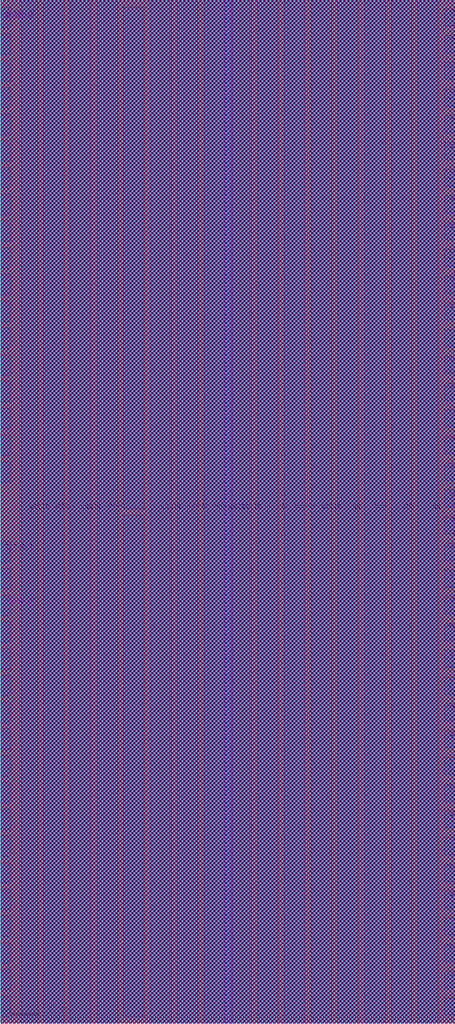
<source format=lef>
VERSION 5.8 ;
BUSBITCHARS "[]" ;
DIVIDERCHAR "/" ;


MACRO RIIO_EG1D80V_HPLVDS_RX_SLVT28_V
  CLASS PAD INOUT ;
  ORIGIN 0 0 ;
  FOREIGN RIIO_EG1D80V_HPLVDS_RX_SLVT28_V 0 0 ;
  SIZE 180 BY 80 ;
  SYMMETRY X Y ;
  SITE IO_NS_site ;
  PIN RTERM_TRIM_I[3]
    DIRECTION INPUT ;
    USE SIGNAL ;
    ANTENNAPARTIALMETALAREA 0.32 LAYER C1 ;
    ANTENNAMODEL OXIDE1 ;
      ANTENNAGATEAREA 0.00896 LAYER C1 ;
      ANTENNAMAXAREACAR 45.348214 LAYER C1 ;
    PORT
      LAYER C1 ;
        RECT 39.35 79.84 39.51 80 ;
    END
  END RTERM_TRIM_I[3]
  PIN RTERM_TRIM_I[2]
    DIRECTION INPUT ;
    USE SIGNAL ;
    ANTENNAPARTIALMETALAREA 0.32 LAYER C1 ;
    ANTENNAMODEL OXIDE1 ;
      ANTENNAGATEAREA 0.00896 LAYER C1 ;
      ANTENNAMAXAREACAR 45.544643 LAYER C1 ;
    PORT
      LAYER C1 ;
        RECT 35.71 79.84 35.87 80 ;
    END
  END RTERM_TRIM_I[2]
  PIN RTERM_TRIM_I[1]
    DIRECTION INPUT ;
    USE SIGNAL ;
    ANTENNAPARTIALMETALAREA 0.32 LAYER C1 ;
    ANTENNAMODEL OXIDE1 ;
      ANTENNAGATEAREA 0.00896 LAYER C1 ;
      ANTENNAMAXAREACAR 45.741071 LAYER C1 ;
    PORT
      LAYER C1 ;
        RECT 32.07 79.84 32.23 80 ;
    END
  END RTERM_TRIM_I[1]
  PIN RTERM_TRIM_I[0]
    DIRECTION INPUT ;
    USE SIGNAL ;
    ANTENNAPARTIALMETALAREA 0.32 LAYER C1 ;
    ANTENNAMODEL OXIDE1 ;
      ANTENNAGATEAREA 0.00896 LAYER C1 ;
      ANTENNAMAXAREACAR 45.419643 LAYER C1 ;
    PORT
      LAYER C1 ;
        RECT 28.43 79.84 28.59 80 ;
    END
  END RTERM_TRIM_I[0]
  PIN RTERM_EN_I
    DIRECTION INPUT ;
    USE SIGNAL ;
    ANTENNAPARTIALMETALAREA 0.32 LAYER C1 ;
    ANTENNAMODEL OXIDE1 ;
      ANTENNAGATEAREA 0.0616 LAYER C1 ;
      ANTENNAMAXAREACAR 17.401664 LAYER C1 ;
    PORT
      LAYER C1 ;
        RECT 27.91 79.84 28.07 80 ;
    END
  END RTERM_EN_I
  PIN RX_CTLE_RES_I[7]
    DIRECTION INPUT ;
    USE SIGNAL ;
    ANTENNAPARTIALMETALAREA 6.8845 LAYER C3 ;
    ANTENNAPARTIALMETALAREA 0.1392 LAYER C2 ;
    ANTENNAPARTIALMETALAREA 0.136 LAYER C1 ;
    ANTENNAPARTIALCUTAREA 0.00396 LAYER A1 ;
    ANTENNAPARTIALCUTAREA 0.00396 LAYER A2 ;
    ANTENNAMODEL OXIDE1 ;
      ANTENNAGATEAREA 0.0198 LAYER C3 ;
      ANTENNAMAXAREACAR 683.977778 LAYER C3 ;
    PORT
      LAYER C1 ;
        RECT 93.43 79.84 93.59 80 ;
    END
  END RX_CTLE_RES_I[7]
  PIN RX_VCM_EN_I
    DIRECTION INPUT ;
    USE SIGNAL ;
    ANTENNAPARTIALMETALAREA 0.32 LAYER C1 ;
    ANTENNAMODEL OXIDE1 ;
      ANTENNAGATEAREA 0.02576 LAYER C1 ;
      ANTENNAMAXAREACAR 13.791925 LAYER C1 ;
    PORT
      LAYER C1 ;
        RECT 64.31 79.84 64.47 80 ;
    END
  END RX_VCM_EN_I
  PIN DI_O
    DIRECTION OUTPUT ;
    USE SIGNAL ;
    ANTENNAPARTIALMETALAREA 0.32 LAYER C1 ;
    ANTENNADIFFAREA 0.16192 LAYER C1 ;
    PORT
      LAYER C1 ;
        RECT 67.43 79.84 67.59 80 ;
    END
  END DI_O
  PIN EI_DETECT_EN_I
    DIRECTION INPUT ;
    USE SIGNAL ;
    ANTENNAPARTIALMETALAREA 0.32 LAYER C1 ;
    ANTENNAMODEL OXIDE1 ;
      ANTENNAGATEAREA 0.02576 LAYER C1 ;
      ANTENNAMAXAREACAR 13.791925 LAYER C1 ;
    PORT
      LAYER C1 ;
        RECT 67.95 79.84 68.11 80 ;
    END
  END EI_DETECT_EN_I
  PIN RX_POL_I
    DIRECTION INPUT ;
    USE SIGNAL ;
    ANTENNAPARTIALMETALAREA 0.2048 LAYER C1 ;
    ANTENNAMODEL OXIDE1 ;
      ANTENNAGATEAREA 0.0224 LAYER C1 ;
      ANTENNAMAXAREACAR 11.598214 LAYER C1 ;
    PORT
      LAYER C1 ;
        RECT 69.51 79.84 69.67 80 ;
    END
  END RX_POL_I
  PIN RX_CTLE_CAP_I[2]
    DIRECTION INPUT ;
    USE SIGNAL ;
    ANTENNAPARTIALMETALAREA 6.7795 LAYER C3 ;
    ANTENNAPARTIALMETALAREA 0.0336 LAYER C2 ;
    ANTENNAPARTIALMETALAREA 0.256 LAYER C1 ;
    ANTENNAPARTIALCUTAREA 0.00396 LAYER A1 ;
    ANTENNAPARTIALCUTAREA 0.00396 LAYER A2 ;
    ANTENNAMODEL OXIDE1 ;
      ANTENNAGATEAREA 0.0198 LAYER C3 ;
      ANTENNAMAXAREACAR 872.669697 LAYER C3 ;
    PORT
      LAYER C1 ;
        RECT 89.01 79.84 89.17 80 ;
    END
  END RX_CTLE_CAP_I[2]
  PIN RX_GAIN_I[3]
    DIRECTION INPUT ;
    USE SIGNAL ;
    ANTENNAPARTIALMETALAREA 6.8215 LAYER C3 ;
    ANTENNAPARTIALMETALAREA 0.072 LAYER C2 ;
    ANTENNAPARTIALMETALAREA 0.208 LAYER C1 ;
    ANTENNAPARTIALCUTAREA 0.00396 LAYER A1 ;
    ANTENNAPARTIALCUTAREA 0.00396 LAYER A2 ;
    ANTENNAMODEL OXIDE1 ;
      ANTENNAGATEAREA 0.036 LAYER C3 ;
      ANTENNAMAXAREACAR 385.255556 LAYER C3 ;
    PORT
      LAYER C1 ;
        RECT 87.97 79.84 88.13 80 ;
    END
  END RX_GAIN_I[3]
  PIN RX_CTLE_RES_I[3]
    DIRECTION INPUT ;
    USE SIGNAL ;
    ANTENNAPARTIALMETALAREA 6.8005 LAYER C3 ;
    ANTENNAPARTIALMETALAREA 0.0496 LAYER C2 ;
    ANTENNAPARTIALMETALAREA 0.232 LAYER C1 ;
    ANTENNAPARTIALCUTAREA 0.00396 LAYER A1 ;
    ANTENNAPARTIALCUTAREA 0.00396 LAYER A2 ;
    ANTENNAMODEL OXIDE1 ;
      ANTENNAGATEAREA 0.0198 LAYER C3 ;
      ANTENNAMAXAREACAR 688.269697 LAYER C3 ;
    PORT
      LAYER C1 ;
        RECT 91.35 79.84 91.51 80 ;
    END
  END RX_CTLE_RES_I[3]
  PIN RX_CTLE_RES_I[6]
    DIRECTION INPUT ;
    USE SIGNAL ;
    ANTENNAPARTIALMETALAREA 6.8635 LAYER C3 ;
    ANTENNAPARTIALMETALAREA 0.1168 LAYER C2 ;
    ANTENNAPARTIALMETALAREA 0.16 LAYER C1 ;
    ANTENNAPARTIALCUTAREA 0.00396 LAYER A1 ;
    ANTENNAPARTIALCUTAREA 0.00396 LAYER A2 ;
    ANTENNAMODEL OXIDE1 ;
      ANTENNAGATEAREA 0.0198 LAYER C3 ;
      ANTENNAMAXAREACAR 685.039394 LAYER C3 ;
    PORT
      LAYER C1 ;
        RECT 92.91 79.84 93.07 80 ;
    END
  END RX_CTLE_RES_I[6]
  PIN RX_GAIN_I[1]
    DIRECTION INPUT ;
    USE SIGNAL ;
    ANTENNAPARTIALMETALAREA 6.8635 LAYER C3 ;
    ANTENNAPARTIALMETALAREA 0.1168 LAYER C2 ;
    ANTENNAPARTIALMETALAREA 0.16 LAYER C1 ;
    ANTENNAPARTIALCUTAREA 0.00396 LAYER A1 ;
    ANTENNAPARTIALCUTAREA 0.00396 LAYER A2 ;
    ANTENNAMODEL OXIDE1 ;
      ANTENNAGATEAREA 0.036 LAYER C3 ;
      ANTENNAMAXAREACAR 385.923333 LAYER C3 ;
    PORT
      LAYER C1 ;
        RECT 86.93 79.84 87.09 80 ;
    END
  END RX_GAIN_I[1]
  PIN RX_CTLE_RES_I[1]
    DIRECTION INPUT ;
    USE SIGNAL ;
    ANTENNAPARTIALMETALAREA 6.7585 LAYER C3 ;
    ANTENNAPARTIALMETALAREA 0.0416 LAYER C2 ;
    ANTENNAPARTIALMETALAREA 0.28 LAYER C1 ;
    ANTENNAPARTIALCUTAREA 0.00396 LAYER A1 ;
    ANTENNAPARTIALCUTAREA 0.00396 LAYER A2 ;
    ANTENNAMODEL OXIDE1 ;
      ANTENNAGATEAREA 0.0198 LAYER C3 ;
      ANTENNAMAXAREACAR 690.423232 LAYER C3 ;
    PORT
      LAYER C1 ;
        RECT 90.31 79.84 90.47 80 ;
    END
  END RX_CTLE_RES_I[1]
  PIN RX_CTLE_CAP_I[3]
    DIRECTION INPUT ;
    USE SIGNAL ;
    ANTENNAPARTIALMETALAREA 6.7585 LAYER C3 ;
    ANTENNAPARTIALMETALAREA 0.0416 LAYER C2 ;
    ANTENNAPARTIALMETALAREA 0.28 LAYER C1 ;
    ANTENNAPARTIALCUTAREA 0.00396 LAYER A1 ;
    ANTENNAPARTIALCUTAREA 0.00396 LAYER A2 ;
    ANTENNAMODEL OXIDE1 ;
      ANTENNAGATEAREA 0.0198 LAYER C3 ;
      ANTENNAMAXAREACAR 896.394949 LAYER C3 ;
    PORT
      LAYER C1 ;
        RECT 89.53 79.84 89.69 80 ;
    END
  END RX_CTLE_CAP_I[3]
  PIN RX_CTLE_RES_I[2]
    DIRECTION INPUT ;
    USE SIGNAL ;
    ANTENNAPARTIALMETALAREA 6.7795 LAYER C3 ;
    ANTENNAPARTIALMETALAREA 0.02744 LAYER C2 ;
    ANTENNAPARTIALMETALAREA 0.256 LAYER C1 ;
    ANTENNAPARTIALCUTAREA 0.00396 LAYER A1 ;
    ANTENNAPARTIALCUTAREA 0.00396 LAYER A2 ;
    ANTENNAMODEL OXIDE1 ;
      ANTENNAGATEAREA 0.0198 LAYER C3 ;
      ANTENNAMAXAREACAR 689.346465 LAYER C3 ;
    PORT
      LAYER C1 ;
        RECT 90.83 79.84 90.99 80 ;
    END
  END RX_CTLE_RES_I[2]
  PIN RX_GAIN_I[2]
    DIRECTION INPUT ;
    USE SIGNAL ;
    ANTENNAPARTIALMETALAREA 6.8425 LAYER C3 ;
    ANTENNAPARTIALMETALAREA 0.0944 LAYER C2 ;
    ANTENNAPARTIALMETALAREA 0.184 LAYER C1 ;
    ANTENNAPARTIALCUTAREA 0.00396 LAYER A1 ;
    ANTENNAPARTIALCUTAREA 0.00396 LAYER A2 ;
    ANTENNAMODEL OXIDE1 ;
      ANTENNAGATEAREA 0.036 LAYER C3 ;
      ANTENNAMAXAREACAR 386.518889 LAYER C3 ;
    PORT
      LAYER C1 ;
        RECT 87.45 79.84 87.61 80 ;
    END
  END RX_GAIN_I[2]
  PIN A_PAD_B
    DIRECTION INOUT ;
    USE SIGNAL ;
    ANTENNAPARTIALMETALAREA 3431.36 LAYER C4 ;
    ANTENNAPARTIALMETALAREA 3520.9335 LAYER C3 ;
    ANTENNAPARTIALMETALAREA 6038.46 LAYER IA ;
    ANTENNAPARTIALMETALAREA 4181.4 LAYER IB ;
    ANTENNAPARTIALMETALAREA 35.36175 LAYER C2 ;
    ANTENNAPARTIALCUTAREA 68.339376 LAYER YX ;
    ANTENNAPARTIALCUTAREA 21.942624 LAYER A3 ;
    ANTENNAPARTIALCUTAREA 204.073344 LAYER XA ;
    ANTENNAPARTIALCUTAREA 10.82224 LAYER A2 ;
    ANTENNADIFFAREA 889.8282 LAYER C4 ;
    ANTENNADIFFAREA 889.8282 LAYER C3 ;
    ANTENNADIFFAREA 889.8282 LAYER IA ;
    ANTENNADIFFAREA 889.8282 LAYER IB ;
    ANTENNADIFFAREA 163.4 LAYER C2 ;
    PORT
      LAYER IB ;
        RECT 1.25 21.75 89.45 25.35 ;
        RECT 81.15 0 84.75 1.85 ;
        RECT 76.45 0 80.05 1.85 ;
        RECT 71.75 0 75.35 1.85 ;
        RECT 67.05 0 70.65 1.85 ;
        RECT 62.35 0 65.95 1.85 ;
        RECT 57.65 0 61.25 1.85 ;
        RECT 52.95 0 56.55 1.85 ;
        RECT 48.25 0 51.85 1.85 ;
        RECT 43.55 0 47.15 1.85 ;
        RECT 38.85 0 42.45 1.85 ;
        RECT 34.15 0 37.75 1.85 ;
        RECT 29.45 0 33.05 1.85 ;
        RECT 24.75 0 28.35 1.85 ;
        RECT 20.05 0 23.65 1.85 ;
        RECT 15.35 0 18.95 1.85 ;
        RECT 10.65 0 14.25 1.85 ;
        RECT 5.95 0 9.55 1.85 ;
        RECT 1.25 0 4.85 1.85 ;
      LAYER C4 ;
        RECT 81.15 0 84.75 1.85 ;
        RECT 76.45 0 80.05 1.85 ;
        RECT 71.75 0 75.35 1.85 ;
        RECT 67.05 0 70.65 1.85 ;
        RECT 62.35 0 65.95 1.85 ;
        RECT 57.65 0 61.25 1.85 ;
        RECT 52.95 0 56.55 1.85 ;
        RECT 48.25 0 51.85 1.85 ;
        RECT 43.55 0 47.15 1.85 ;
        RECT 38.85 0 42.45 1.85 ;
        RECT 34.15 0 37.75 1.85 ;
        RECT 29.45 0 33.05 1.85 ;
        RECT 24.75 0 28.35 1.85 ;
        RECT 20.05 0 23.65 1.85 ;
        RECT 15.35 0 18.95 1.85 ;
        RECT 10.65 0 14.25 1.85 ;
        RECT 5.95 0 9.55 1.85 ;
        RECT 2.5 0 4.85 1.85 ;
      LAYER C2 ;
        RECT 81.15 0 84.75 1.85 ;
        RECT 76.45 0 80.05 1.85 ;
        RECT 71.75 0 75.35 1.85 ;
        RECT 67.05 0 70.65 1.85 ;
        RECT 62.35 0 65.95 1.85 ;
        RECT 57.65 0 61.25 1.85 ;
        RECT 52.95 0 56.55 1.85 ;
        RECT 48.25 0 51.85 1.85 ;
        RECT 43.55 0 47.15 1.85 ;
        RECT 38.85 0 42.45 1.85 ;
        RECT 34.15 0 37.75 1.85 ;
        RECT 29.45 0 33.05 1.85 ;
        RECT 24.75 0 28.35 1.85 ;
        RECT 20.05 0 23.65 1.85 ;
        RECT 15.35 0 18.95 1.85 ;
        RECT 10.65 0 14.25 1.85 ;
        RECT 5.95 0 9.55 1.85 ;
        RECT 1.25 0 4.85 1.85 ;
      LAYER IA ;
        RECT 81.15 0 84.75 1.85 ;
        RECT 76.45 0 80.05 1.85 ;
        RECT 71.75 0 75.35 1.85 ;
        RECT 67.05 0 70.65 1.85 ;
        RECT 62.35 0 65.95 1.85 ;
        RECT 57.65 0 61.25 1.85 ;
        RECT 52.95 0 56.55 1.85 ;
        RECT 48.25 0 51.85 1.85 ;
        RECT 43.55 0 47.15 1.85 ;
        RECT 38.85 0 42.45 1.85 ;
        RECT 34.15 0 37.75 1.85 ;
        RECT 29.45 0 33.05 1.85 ;
        RECT 24.75 0 28.35 1.85 ;
        RECT 20.05 0 23.65 1.85 ;
        RECT 15.35 0 18.95 1.85 ;
        RECT 10.65 0 14.25 1.85 ;
        RECT 5.95 0 9.55 1.85 ;
        RECT 1.25 0 4.85 1.85 ;
      LAYER C3 ;
        RECT 81.15 0 84.75 1.85 ;
        RECT 76.45 0 80.05 1.85 ;
        RECT 71.75 0 75.35 1.85 ;
        RECT 67.05 0 70.65 1.85 ;
        RECT 62.35 0 65.95 1.85 ;
        RECT 57.65 0 61.25 1.85 ;
        RECT 52.95 0 56.55 1.85 ;
        RECT 48.25 0 51.85 1.85 ;
        RECT 43.55 0 47.15 1.85 ;
        RECT 38.85 0 42.45 1.85 ;
        RECT 34.15 0 37.75 1.85 ;
        RECT 29.45 0 33.05 1.85 ;
        RECT 24.75 0 28.35 1.85 ;
        RECT 20.05 0 23.65 1.85 ;
        RECT 15.35 0 18.95 1.85 ;
        RECT 10.65 0 14.25 1.85 ;
        RECT 5.95 0 9.55 1.85 ;
        RECT 2.5 0 4.85 1.85 ;
    END
  END A_PAD_B
  PIN VDD
    DIRECTION INOUT ;
    USE POWER ;
    NETEXPR "vdd VDD!" ;
    PORT
      CLASS CORE ;
      LAYER IB ;
        RECT 10.95 78.15 13.95 80 ;
      LAYER IA ;
        RECT 10.95 78.15 13.95 80 ;
    END
    PORT
      CLASS CORE ;
      LAYER IB ;
        RECT 15.65 78.15 18.65 80 ;
      LAYER IA ;
        RECT 15.65 78.15 18.65 80 ;
    END
    PORT
      CLASS CORE ;
      LAYER IB ;
        RECT 29.75 78.15 32.75 80 ;
      LAYER IA ;
        RECT 29.75 78.15 32.75 80 ;
    END
    PORT
      CLASS CORE ;
      LAYER IB ;
        RECT 34.45 78.15 37.45 80 ;
      LAYER IA ;
        RECT 34.45 78.15 37.45 80 ;
    END
    PORT
      CLASS CORE ;
      LAYER IB ;
        RECT 48.55 78.15 51.55 80 ;
      LAYER IA ;
        RECT 48.55 78.15 51.55 80 ;
    END
    PORT
      CLASS CORE ;
      LAYER IB ;
        RECT 53.25 78.15 56.25 80 ;
      LAYER IA ;
        RECT 53.25 78.15 56.25 80 ;
    END
    PORT
      CLASS CORE ;
      LAYER IB ;
        RECT 67.35 78.15 70.35 80 ;
      LAYER IA ;
        RECT 67.35 78.15 70.35 80 ;
    END
    PORT
      CLASS CORE ;
      LAYER IB ;
        RECT 72.05 78.15 75.05 80 ;
      LAYER IA ;
        RECT 72.05 78.15 75.05 80 ;
    END
    PORT
      CLASS CORE ;
      LAYER IB ;
        RECT 86.15 78.15 89.15 80 ;
      LAYER IA ;
        RECT 86.15 78.15 89.15 80 ;
    END
    PORT
      CLASS CORE ;
      LAYER IB ;
        RECT 90.85 78.15 93.85 80 ;
      LAYER IA ;
        RECT 90.85 78.15 93.85 80 ;
    END
    PORT
      CLASS CORE ;
      LAYER IB ;
        RECT 104.95 78.15 107.95 80 ;
      LAYER IA ;
        RECT 104.95 78.15 107.95 80 ;
    END
    PORT
      CLASS CORE ;
      LAYER IB ;
        RECT 109.65 78.15 112.65 80 ;
      LAYER IA ;
        RECT 109.65 78.15 112.65 80 ;
    END
    PORT
      CLASS CORE ;
      LAYER IB ;
        RECT 123.75 78.15 126.75 80 ;
      LAYER IA ;
        RECT 123.75 78.15 126.75 80 ;
    END
    PORT
      CLASS CORE ;
      LAYER IB ;
        RECT 128.45 78.15 131.45 80 ;
      LAYER IA ;
        RECT 128.45 78.15 131.45 80 ;
    END
    PORT
      CLASS CORE ;
      LAYER IB ;
        RECT 142.55 78.15 145.55 80 ;
      LAYER IA ;
        RECT 142.55 78.15 145.55 80 ;
    END
    PORT
      CLASS CORE ;
      LAYER IB ;
        RECT 147.25 78.15 150.25 80 ;
      LAYER IA ;
        RECT 147.25 78.15 150.25 80 ;
    END
    PORT
      CLASS CORE ;
      LAYER IB ;
        RECT 161.35 78.15 164.35 80 ;
      LAYER IA ;
        RECT 161.35 78.15 164.35 80 ;
    END
    PORT
      CLASS CORE ;
      LAYER IB ;
        RECT 166.05 78.15 169.05 80 ;
      LAYER IA ;
        RECT 166.05 78.15 169.05 80 ;
    END
    PORT
      LAYER IB ;
        RECT 0 68.75 180 72.35 ;
    END
    PORT
      LAYER IB ;
        RECT 0 64.05 180 67.65 ;
    END
  END VDD
  PIN VSS
    DIRECTION INOUT ;
    USE GROUND ;
    NETEXPR "vss VSS!" ;
    PORT
      CLASS CORE ;
      LAYER IB ;
        RECT 1.55 78.15 4.55 80 ;
      LAYER IA ;
        RECT 1.55 78.15 4.55 80 ;
    END
    PORT
      CLASS CORE ;
      LAYER IB ;
        RECT 6.25 78.15 9.25 80 ;
      LAYER IA ;
        RECT 6.25 78.15 9.25 80 ;
    END
    PORT
      CLASS CORE ;
      LAYER IB ;
        RECT 20.35 78.15 23.35 80 ;
      LAYER IA ;
        RECT 20.35 78.15 23.35 80 ;
    END
    PORT
      CLASS CORE ;
      LAYER IB ;
        RECT 25.05 78.15 28.05 80 ;
      LAYER IA ;
        RECT 25.05 78.15 28.05 80 ;
    END
    PORT
      CLASS CORE ;
      LAYER IB ;
        RECT 39.15 78.15 42.15 80 ;
      LAYER IA ;
        RECT 39.15 78.15 42.15 80 ;
    END
    PORT
      CLASS CORE ;
      LAYER IB ;
        RECT 43.85 78.15 46.85 80 ;
      LAYER IA ;
        RECT 43.85 78.15 46.85 80 ;
    END
    PORT
      CLASS CORE ;
      LAYER IB ;
        RECT 57.95 78.15 60.95 80 ;
      LAYER IA ;
        RECT 57.95 78.15 60.95 80 ;
    END
    PORT
      CLASS CORE ;
      LAYER IB ;
        RECT 62.65 78.15 65.65 80 ;
      LAYER IA ;
        RECT 62.65 78.15 65.65 80 ;
    END
    PORT
      CLASS CORE ;
      LAYER IB ;
        RECT 76.75 78.15 79.75 80 ;
      LAYER IA ;
        RECT 76.75 78.15 79.75 80 ;
    END
    PORT
      CLASS CORE ;
      LAYER IB ;
        RECT 81.45 78.15 84.45 80 ;
      LAYER IA ;
        RECT 81.45 78.15 84.45 80 ;
    END
    PORT
      CLASS CORE ;
      LAYER IB ;
        RECT 95.55 78.15 98.55 80 ;
      LAYER IA ;
        RECT 95.55 78.15 98.55 80 ;
    END
    PORT
      CLASS CORE ;
      LAYER IB ;
        RECT 100.25 78.15 103.25 80 ;
      LAYER IA ;
        RECT 100.25 78.15 103.25 80 ;
    END
    PORT
      CLASS CORE ;
      LAYER IB ;
        RECT 114.35 78.15 117.35 80 ;
      LAYER IA ;
        RECT 114.35 78.15 117.35 80 ;
    END
    PORT
      CLASS CORE ;
      LAYER IB ;
        RECT 119.05 78.15 122.05 80 ;
      LAYER IA ;
        RECT 119.05 78.15 122.05 80 ;
    END
    PORT
      CLASS CORE ;
      LAYER IB ;
        RECT 133.15 78.15 136.15 80 ;
      LAYER IA ;
        RECT 133.15 78.15 136.15 80 ;
    END
    PORT
      CLASS CORE ;
      LAYER IB ;
        RECT 137.85 78.15 140.85 80 ;
      LAYER IA ;
        RECT 137.85 78.15 140.85 80 ;
    END
    PORT
      CLASS CORE ;
      LAYER IB ;
        RECT 151.95 78.15 154.95 80 ;
      LAYER IA ;
        RECT 151.95 78.15 154.95 80 ;
    END
    PORT
      CLASS CORE ;
      LAYER IB ;
        RECT 156.65 78.15 159.65 80 ;
      LAYER IA ;
        RECT 156.65 78.15 159.65 80 ;
    END
    PORT
      CLASS CORE ;
      LAYER IB ;
        RECT 170.75 78.15 173.75 80 ;
      LAYER IA ;
        RECT 170.75 78.15 173.75 80 ;
    END
    PORT
      CLASS CORE ;
      LAYER IB ;
        RECT 175.45 78.15 178.45 80 ;
      LAYER IA ;
        RECT 175.45 78.15 178.45 80 ;
    END
    PORT
      LAYER IB ;
        RECT 0 73.45 180 77.05 ;
    END
    PORT
      LAYER IB ;
        RECT 0 59.35 180 62.95 ;
    END
  END VSS
  PIN VSSIO
    DIRECTION INOUT ;
    USE GROUND ;
    NETEXPR "vssio VSSIO!" ;
    PORT
      LAYER IB ;
        RECT 0 54.65 180 58.25 ;
    END
    PORT
      LAYER IB ;
        RECT 0 45.25 180 48.85 ;
    END
    PORT
      LAYER IB ;
        RECT 0 40.55 180 44.15 ;
    END
    PORT
      LAYER IB ;
        RECT 0 26.45 180 30.05 ;
    END
    PORT
      LAYER IB ;
        RECT 0 17.05 180 20.65 ;
    END
    PORT
      LAYER IB ;
        RECT 0 3.67 180 6.55 ;
    END
  END VSSIO
  PIN B_PAD_B
    DIRECTION INOUT ;
    USE SIGNAL ;
    ANTENNAPARTIALMETALAREA 2831.1 LAYER C4 ;
    ANTENNAPARTIALMETALAREA 2308.2055 LAYER C3 ;
    ANTENNAPARTIALMETALAREA 3930.66 LAYER IA ;
    ANTENNAPARTIALMETALAREA 3707.37 LAYER IB ;
    ANTENNAPARTIALMETALAREA 35.36175 LAYER C2 ;
    ANTENNAPARTIALCUTAREA 110.2248 LAYER YX ;
    ANTENNAPARTIALCUTAREA 20.254432 LAYER A3 ;
    ANTENNAPARTIALCUTAREA 162.502848 LAYER XA ;
    ANTENNAPARTIALCUTAREA 10.82224 LAYER A2 ;
    ANTENNADIFFAREA 721.7962 LAYER C4 ;
    ANTENNADIFFAREA 334.12 LAYER C3 ;
    ANTENNADIFFAREA 721.7962 LAYER IA ;
    ANTENNADIFFAREA 721.7962 LAYER IB ;
    ANTENNADIFFAREA 163.4 LAYER C2 ;
    PORT
      LAYER IB ;
        RECT 175.15 0 178.75 1.85 ;
        RECT 90.55 21.75 178.75 25.35 ;
        RECT 170.45 0 174.05 1.85 ;
        RECT 165.75 0 169.35 1.85 ;
        RECT 161.05 0 164.65 1.85 ;
        RECT 156.35 0 159.95 1.85 ;
        RECT 151.65 0 155.25 1.85 ;
        RECT 146.95 0 150.55 1.85 ;
        RECT 142.25 0 145.85 1.85 ;
        RECT 137.55 0 141.15 1.85 ;
        RECT 132.85 0 136.45 1.85 ;
        RECT 128.15 0 131.75 1.85 ;
        RECT 123.45 0 127.05 1.85 ;
        RECT 118.75 0 122.35 1.85 ;
        RECT 114.05 0 117.65 1.85 ;
        RECT 109.35 0 112.95 1.85 ;
        RECT 104.65 0 108.25 1.85 ;
        RECT 99.95 0 103.55 1.85 ;
        RECT 95.25 0 98.85 1.85 ;
      LAYER C4 ;
        RECT 175.15 0 177.5 1.85 ;
        RECT 170.45 0 174.05 1.85 ;
        RECT 165.75 0 169.35 1.85 ;
        RECT 161.05 0 164.65 1.85 ;
        RECT 156.35 0 159.95 1.85 ;
        RECT 151.65 0 155.25 1.85 ;
        RECT 146.95 0 150.55 1.85 ;
        RECT 142.25 0 145.85 1.85 ;
        RECT 137.55 0 141.15 1.85 ;
        RECT 132.85 0 136.45 1.85 ;
        RECT 128.15 0 131.75 1.85 ;
        RECT 123.45 0 127.05 1.85 ;
        RECT 118.75 0 122.35 1.85 ;
        RECT 114.05 0 117.65 1.85 ;
        RECT 109.35 0 112.95 1.85 ;
        RECT 104.65 0 108.25 1.85 ;
        RECT 99.95 0 103.55 1.85 ;
        RECT 95.25 0 98.85 1.85 ;
      LAYER C2 ;
        RECT 175.15 0 178.75 1.85 ;
        RECT 170.45 0 174.05 1.85 ;
        RECT 165.75 0 169.35 1.85 ;
        RECT 161.05 0 164.65 1.85 ;
        RECT 156.35 0 159.95 1.85 ;
        RECT 151.65 0 155.25 1.85 ;
        RECT 146.95 0 150.55 1.85 ;
        RECT 142.25 0 145.85 1.85 ;
        RECT 137.55 0 141.15 1.85 ;
        RECT 132.85 0 136.45 1.85 ;
        RECT 128.15 0 131.75 1.85 ;
        RECT 123.45 0 127.05 1.85 ;
        RECT 118.75 0 122.35 1.85 ;
        RECT 114.05 0 117.65 1.85 ;
        RECT 109.35 0 112.95 1.85 ;
        RECT 104.65 0 108.25 1.85 ;
        RECT 99.95 0 103.55 1.85 ;
        RECT 95.25 0 98.85 1.85 ;
      LAYER IA ;
        RECT 175.15 0 178.75 1.85 ;
        RECT 170.45 0 174.05 1.85 ;
        RECT 165.75 0 169.35 1.85 ;
        RECT 161.05 0 164.65 1.85 ;
        RECT 156.35 0 159.95 1.85 ;
        RECT 151.65 0 155.25 1.85 ;
        RECT 146.95 0 150.55 1.85 ;
        RECT 142.25 0 145.85 1.85 ;
        RECT 137.55 0 141.15 1.85 ;
        RECT 132.85 0 136.45 1.85 ;
        RECT 128.15 0 131.75 1.85 ;
        RECT 123.45 0 127.05 1.85 ;
        RECT 118.75 0 122.35 1.85 ;
        RECT 114.05 0 117.65 1.85 ;
        RECT 109.35 0 112.95 1.85 ;
        RECT 104.65 0 108.25 1.85 ;
        RECT 99.95 0 103.55 1.85 ;
        RECT 95.25 0 98.85 1.85 ;
      LAYER C3 ;
        RECT 175.15 0 177.5 1.85 ;
        RECT 170.45 0 174.05 1.85 ;
        RECT 165.75 0 169.35 1.85 ;
        RECT 161.05 0 164.65 1.85 ;
        RECT 156.35 0 159.95 1.85 ;
        RECT 151.65 0 155.25 1.85 ;
        RECT 146.95 0 150.55 1.85 ;
        RECT 142.25 0 145.85 1.85 ;
        RECT 137.55 0 141.15 1.85 ;
        RECT 132.85 0 136.45 1.85 ;
        RECT 128.15 0 131.75 1.85 ;
        RECT 123.45 0 127.05 1.85 ;
        RECT 118.75 0 122.35 1.85 ;
        RECT 114.05 0 117.65 1.85 ;
        RECT 109.35 0 112.95 1.85 ;
        RECT 104.65 0 108.25 1.85 ;
        RECT 99.95 0 103.55 1.85 ;
        RECT 95.25 0 98.85 1.85 ;
    END
  END B_PAD_B
  PIN RX_CTLE_CAP_I[1]
    DIRECTION INPUT ;
    USE SIGNAL ;
    ANTENNAPARTIALMETALAREA 6.8005 LAYER C3 ;
    ANTENNAPARTIALMETALAREA 0.0496 LAYER C2 ;
    ANTENNAPARTIALMETALAREA 0.232 LAYER C1 ;
    ANTENNAPARTIALCUTAREA 0.00396 LAYER A1 ;
    ANTENNAPARTIALCUTAREA 0.00396 LAYER A2 ;
    ANTENNAMODEL OXIDE1 ;
      ANTENNAGATEAREA 0.0198 LAYER C3 ;
      ANTENNAMAXAREACAR 873.912121 LAYER C3 ;
    PORT
      LAYER C1 ;
        RECT 88.49 79.84 88.65 80 ;
    END
  END RX_CTLE_CAP_I[1]
  PIN RX_EN_I
    DIRECTION INPUT ;
    USE SIGNAL ;
    ANTENNAPARTIALMETALAREA 6.8845 LAYER C3 ;
    ANTENNAPARTIALMETALAREA 0.1392 LAYER C2 ;
    ANTENNAPARTIALMETALAREA 0.136 LAYER C1 ;
    ANTENNAPARTIALCUTAREA 0.00396 LAYER A1 ;
    ANTENNAPARTIALCUTAREA 0.00396 LAYER A2 ;
    ANTENNAMODEL OXIDE1 ;
      ANTENNAGATEAREA 0.036 LAYER C3 ;
      ANTENNAMAXAREACAR 384.76 LAYER C3 ;
    PORT
      LAYER C1 ;
        RECT 86.41 79.84 86.57 80 ;
    END
  END RX_EN_I
  PIN VDDIO
    DIRECTION INOUT ;
    USE POWER ;
    NETEXPR "vddio VDDIO!" ;
    PORT
      LAYER IB ;
        RECT 0 49.95 180 53.55 ;
    END
    PORT
      LAYER IB ;
        RECT 0 35.85 180 39.45 ;
    END
    PORT
      LAYER IB ;
        RECT 0 31.15 180 34.75 ;
    END
    PORT
      LAYER IB ;
        RECT 0 12.35 180 15.95 ;
    END
    PORT
      LAYER IB ;
        RECT 0 7.65 180 11.25 ;
    END
  END VDDIO
  PIN EI_DETECT_O
    DIRECTION OUTPUT ;
    USE SIGNAL ;
    ANTENNAPARTIALMETALAREA 3.01654 LAYER C1 ;
    ANTENNADIFFAREA 0.081 LAYER C1 ;
    PORT
      LAYER C1 ;
        RECT 110.33 79.84 110.49 80 ;
    END
  END EI_DETECT_O
  PIN RX_CTLE_RES_I[5]
    DIRECTION INPUT ;
    USE SIGNAL ;
    ANTENNAPARTIALMETALAREA 6.8425 LAYER C3 ;
    ANTENNAPARTIALMETALAREA 0.0944 LAYER C2 ;
    ANTENNAPARTIALMETALAREA 0.184 LAYER C1 ;
    ANTENNAPARTIALCUTAREA 0.00396 LAYER A1 ;
    ANTENNAPARTIALCUTAREA 0.00396 LAYER A2 ;
    ANTENNAMODEL OXIDE1 ;
      ANTENNAGATEAREA 0.0198 LAYER C3 ;
      ANTENNAMAXAREACAR 686.116162 LAYER C3 ;
    PORT
      LAYER C1 ;
        RECT 92.39 79.84 92.55 80 ;
    END
  END RX_CTLE_RES_I[5]
  PIN VBIAS
    DIRECTION INOUT ;
    USE SIGNAL ;
    ANTENNADIFFAREA 1.408 LAYER C4 ;
    NETEXPR "vbias VBIAS!" ;
    PORT
      LAYER C4 ;
        RECT 0 39.575 180 40.825 ;
    END
  END VBIAS
  PIN RX_CTLE_RES_I[4]
    DIRECTION INPUT ;
    USE SIGNAL ;
    ANTENNAPARTIALMETALAREA 6.8215 LAYER C3 ;
    ANTENNAPARTIALMETALAREA 0.072 LAYER C2 ;
    ANTENNAPARTIALMETALAREA 0.208 LAYER C1 ;
    ANTENNAPARTIALCUTAREA 0.00396 LAYER A1 ;
    ANTENNAPARTIALCUTAREA 0.00396 LAYER A2 ;
    ANTENNAMODEL OXIDE1 ;
      ANTENNAGATEAREA 0.0198 LAYER C3 ;
      ANTENNAMAXAREACAR 687.192929 LAYER C3 ;
    PORT
      LAYER C1 ;
        RECT 91.87 79.84 92.03 80 ;
    END
  END RX_CTLE_RES_I[4]
  OBS
    LAYER CA ;
      RECT 0 0 180 80 ;
    LAYER M1 ;
      RECT 0 0 180 80 ;
    LAYER V1 ;
      RECT 0 0 180 80 ;
    LAYER M2 ;
      RECT 0 0 180 80 ;
    LAYER A1 ;
      RECT 0 0 180 80 ;
    LAYER C2 ;
      RECT 0 0 180 80 ;
    LAYER IA ;
      RECT 0 0 180 80 ;
    LAYER XA ;
      RECT 0 0 180 80 ;
    LAYER YX ;
      RECT 0 0 180 80 ;
    LAYER IB ;
      RECT 0 0 180 80 ;
    LAYER CB ;
      RECT 0 0 180 80 ;
    LAYER AY ;
      RECT 0 0 180 80 ;
    LAYER C1 ;
      RECT 0 0 180 80 ;
    LAYER C4 ;
      RECT 0 0 180 80 ;
    LAYER C3 ;
      RECT 0 0 180 80 ;
    LAYER A3 ;
      RECT 0 0 180 80 ;
    LAYER A2 ;
      RECT 0 0 180 80 ;
  END
END RIIO_EG1D80V_HPLVDS_RX_SLVT28_V

MACRO RIIO_EG1D80V_HPLVDS_TX_SLVT28_V
  CLASS PAD INOUT ;
  ORIGIN 0 0 ;
  FOREIGN RIIO_EG1D80V_HPLVDS_TX_SLVT28_V 0 0 ;
  SIZE 180 BY 80 ;
  SYMMETRY X Y ;
  SITE IO_NS_site ;
  PIN RTERM_TRIM_I[3]
    DIRECTION INPUT ;
    USE SIGNAL ;
    ANTENNAPARTIALMETALAREA 0.32 LAYER C1 ;
    ANTENNAMODEL OXIDE1 ;
      ANTENNAGATEAREA 0.00896 LAYER C1 ;
      ANTENNAMAXAREACAR 45.348214 LAYER C1 ;
    PORT
      LAYER C1 ;
        RECT 39.35 79.84 39.51 80 ;
    END
  END RTERM_TRIM_I[3]
  PIN RTERM_TRIM_I[2]
    DIRECTION INPUT ;
    USE SIGNAL ;
    ANTENNAPARTIALMETALAREA 0.32 LAYER C1 ;
    ANTENNAMODEL OXIDE1 ;
      ANTENNAGATEAREA 0.00896 LAYER C1 ;
      ANTENNAMAXAREACAR 45.544643 LAYER C1 ;
    PORT
      LAYER C1 ;
        RECT 35.71 79.84 35.87 80 ;
    END
  END RTERM_TRIM_I[2]
  PIN RTERM_TRIM_I[1]
    DIRECTION INPUT ;
    USE SIGNAL ;
    ANTENNAPARTIALMETALAREA 0.32 LAYER C1 ;
    ANTENNAMODEL OXIDE1 ;
      ANTENNAGATEAREA 0.00896 LAYER C1 ;
      ANTENNAMAXAREACAR 45.741071 LAYER C1 ;
    PORT
      LAYER C1 ;
        RECT 32.07 79.84 32.23 80 ;
    END
  END RTERM_TRIM_I[1]
  PIN RTERM_TRIM_I[0]
    DIRECTION INPUT ;
    USE SIGNAL ;
    ANTENNAPARTIALMETALAREA 0.32 LAYER C1 ;
    ANTENNAMODEL OXIDE1 ;
      ANTENNAGATEAREA 0.00896 LAYER C1 ;
      ANTENNAMAXAREACAR 45.419643 LAYER C1 ;
    PORT
      LAYER C1 ;
        RECT 28.43 79.84 28.59 80 ;
    END
  END RTERM_TRIM_I[0]
  PIN RTERM_EN_I
    DIRECTION INPUT ;
    USE SIGNAL ;
    ANTENNAPARTIALMETALAREA 0.32 LAYER C1 ;
    ANTENNAMODEL OXIDE1 ;
      ANTENNAGATEAREA 0.0616 LAYER C1 ;
      ANTENNAMAXAREACAR 17.401664 LAYER C1 ;
    PORT
      LAYER C1 ;
        RECT 27.91 79.84 28.07 80 ;
    END
  END RTERM_EN_I
  PIN RX_CTLE_RES_I[7]
    DIRECTION INPUT ;
    USE SIGNAL ;
    ANTENNAPARTIALMETALAREA 6.8845 LAYER C3 ;
    ANTENNAPARTIALMETALAREA 0.1392 LAYER C2 ;
    ANTENNAPARTIALMETALAREA 0.136 LAYER C1 ;
    ANTENNAPARTIALCUTAREA 0.00396 LAYER A1 ;
    ANTENNAPARTIALCUTAREA 0.00396 LAYER A2 ;
    ANTENNAMODEL OXIDE1 ;
      ANTENNAGATEAREA 0.0198 LAYER C3 ;
      ANTENNAMAXAREACAR 683.977778 LAYER C3 ;
    PORT
      LAYER C1 ;
        RECT 93.43 79.84 93.59 80 ;
    END
  END RX_CTLE_RES_I[7]
  PIN RX_VCM_EN_I
    DIRECTION INPUT ;
    USE SIGNAL ;
    ANTENNAPARTIALMETALAREA 0.32 LAYER C1 ;
    ANTENNAMODEL OXIDE1 ;
      ANTENNAGATEAREA 0.02576 LAYER C1 ;
      ANTENNAMAXAREACAR 13.791925 LAYER C1 ;
    PORT
      LAYER C1 ;
        RECT 64.31 79.84 64.47 80 ;
    END
  END RX_VCM_EN_I
  PIN DO_I
    DIRECTION INPUT ;
    USE SIGNAL ;
    ANTENNAPARTIALMETALAREA 0.2048 LAYER C1 ;
    ANTENNAMODEL OXIDE1 ;
      ANTENNAGATEAREA 0.0224 LAYER C1 ;
      ANTENNAMAXAREACAR 11.288393 LAYER C1 ;
    PORT
      LAYER C1 ;
        RECT 42.99 79.84 43.15 80 ;
    END
  END DO_I
  PIN DI_O
    DIRECTION OUTPUT ;
    USE SIGNAL ;
    ANTENNAPARTIALMETALAREA 0.32 LAYER C1 ;
    ANTENNADIFFAREA 0.16192 LAYER C1 ;
    PORT
      LAYER C1 ;
        RECT 67.43 79.84 67.59 80 ;
    END
  END DI_O
  PIN TX_BIAS_I[3]
    DIRECTION INPUT ;
    USE SIGNAL ;
    ANTENNAPARTIALMETALAREA 0.32 LAYER C1 ;
    ANTENNAMODEL OXIDE1 ;
      ANTENNAGATEAREA 0.00896 LAYER C1 ;
      ANTENNAMAXAREACAR 43.446429 LAYER C1 ;
    PORT
      LAYER C1 ;
        RECT 7.11 79.84 7.27 80 ;
    END
  END TX_BIAS_I[3]
  PIN EI_DETECT_EN_I
    DIRECTION INPUT ;
    USE SIGNAL ;
    ANTENNAPARTIALMETALAREA 0.32 LAYER C1 ;
    ANTENNAMODEL OXIDE1 ;
      ANTENNAGATEAREA 0.02576 LAYER C1 ;
      ANTENNAMAXAREACAR 13.791925 LAYER C1 ;
    PORT
      LAYER C1 ;
        RECT 67.95 79.84 68.11 80 ;
    END
  END EI_DETECT_EN_I
  PIN TX_BIAS_OD_I
    DIRECTION INPUT ;
    USE SIGNAL ;
    ANTENNAPARTIALMETALAREA 0.32 LAYER C1 ;
    ANTENNAMODEL OXIDE1 ;
      ANTENNAGATEAREA 0.02576 LAYER C1 ;
      ANTENNAMAXAREACAR 13.791925 LAYER C1 ;
    PORT
      LAYER C1 ;
        RECT 23.23 79.84 23.39 80 ;
    END
  END TX_BIAS_OD_I
  PIN RX_POL_I
    DIRECTION INPUT ;
    USE SIGNAL ;
    ANTENNAPARTIALMETALAREA 0.2048 LAYER C1 ;
    ANTENNAMODEL OXIDE1 ;
      ANTENNAGATEAREA 0.0224 LAYER C1 ;
      ANTENNAMAXAREACAR 11.598214 LAYER C1 ;
    PORT
      LAYER C1 ;
        RECT 69.51 79.84 69.67 80 ;
    END
  END RX_POL_I
  PIN RX_CTLE_CAP_I[2]
    DIRECTION INPUT ;
    USE SIGNAL ;
    ANTENNAPARTIALMETALAREA 6.7795 LAYER C3 ;
    ANTENNAPARTIALMETALAREA 0.0336 LAYER C2 ;
    ANTENNAPARTIALMETALAREA 0.256 LAYER C1 ;
    ANTENNAPARTIALCUTAREA 0.00396 LAYER A1 ;
    ANTENNAPARTIALCUTAREA 0.00396 LAYER A2 ;
    ANTENNAMODEL OXIDE1 ;
      ANTENNAGATEAREA 0.0198 LAYER C3 ;
      ANTENNAMAXAREACAR 872.669697 LAYER C3 ;
    PORT
      LAYER C1 ;
        RECT 89.01 79.84 89.17 80 ;
    END
  END RX_CTLE_CAP_I[2]
  PIN TX_VCM_I[1]
    DIRECTION INPUT ;
    USE SIGNAL ;
    ANTENNAPARTIALMETALAREA 0.32 LAYER C1 ;
    ANTENNAMODEL OXIDE1 ;
      ANTENNAGATEAREA 0.00896 LAYER C1 ;
      ANTENNAMAXAREACAR 43.839286 LAYER C1 ;
    PORT
      LAYER C1 ;
        RECT 55.47 79.84 55.63 80 ;
    END
  END TX_VCM_I[1]
  PIN RX_GAIN_I[3]
    DIRECTION INPUT ;
    USE SIGNAL ;
    ANTENNAPARTIALMETALAREA 6.8215 LAYER C3 ;
    ANTENNAPARTIALMETALAREA 0.072 LAYER C2 ;
    ANTENNAPARTIALMETALAREA 0.208 LAYER C1 ;
    ANTENNAPARTIALCUTAREA 0.00396 LAYER A1 ;
    ANTENNAPARTIALCUTAREA 0.00396 LAYER A2 ;
    ANTENNAMODEL OXIDE1 ;
      ANTENNAGATEAREA 0.036 LAYER C3 ;
      ANTENNAMAXAREACAR 385.255556 LAYER C3 ;
    PORT
      LAYER C1 ;
        RECT 87.97 79.84 88.13 80 ;
    END
  END RX_GAIN_I[3]
  PIN RX_CTLE_RES_I[3]
    DIRECTION INPUT ;
    USE SIGNAL ;
    ANTENNAPARTIALMETALAREA 6.8005 LAYER C3 ;
    ANTENNAPARTIALMETALAREA 0.0496 LAYER C2 ;
    ANTENNAPARTIALMETALAREA 0.232 LAYER C1 ;
    ANTENNAPARTIALCUTAREA 0.00396 LAYER A1 ;
    ANTENNAPARTIALCUTAREA 0.00396 LAYER A2 ;
    ANTENNAMODEL OXIDE1 ;
      ANTENNAGATEAREA 0.0198 LAYER C3 ;
      ANTENNAMAXAREACAR 688.269697 LAYER C3 ;
    PORT
      LAYER C1 ;
        RECT 91.35 79.84 91.51 80 ;
    END
  END RX_CTLE_RES_I[3]
  PIN RX_CTLE_RES_I[6]
    DIRECTION INPUT ;
    USE SIGNAL ;
    ANTENNAPARTIALMETALAREA 6.8635 LAYER C3 ;
    ANTENNAPARTIALMETALAREA 0.1168 LAYER C2 ;
    ANTENNAPARTIALMETALAREA 0.16 LAYER C1 ;
    ANTENNAPARTIALCUTAREA 0.00396 LAYER A1 ;
    ANTENNAPARTIALCUTAREA 0.00396 LAYER A2 ;
    ANTENNAMODEL OXIDE1 ;
      ANTENNAGATEAREA 0.0198 LAYER C3 ;
      ANTENNAMAXAREACAR 685.039394 LAYER C3 ;
    PORT
      LAYER C1 ;
        RECT 92.91 79.84 93.07 80 ;
    END
  END RX_CTLE_RES_I[6]
  PIN RX_GAIN_I[1]
    DIRECTION INPUT ;
    USE SIGNAL ;
    ANTENNAPARTIALMETALAREA 6.8635 LAYER C3 ;
    ANTENNAPARTIALMETALAREA 0.1168 LAYER C2 ;
    ANTENNAPARTIALMETALAREA 0.16 LAYER C1 ;
    ANTENNAPARTIALCUTAREA 0.00396 LAYER A1 ;
    ANTENNAPARTIALCUTAREA 0.00396 LAYER A2 ;
    ANTENNAMODEL OXIDE1 ;
      ANTENNAGATEAREA 0.036 LAYER C3 ;
      ANTENNAMAXAREACAR 385.923333 LAYER C3 ;
    PORT
      LAYER C1 ;
        RECT 86.93 79.84 87.09 80 ;
    END
  END RX_GAIN_I[1]
  PIN RX_CTLE_RES_I[1]
    DIRECTION INPUT ;
    USE SIGNAL ;
    ANTENNAPARTIALMETALAREA 6.7585 LAYER C3 ;
    ANTENNAPARTIALMETALAREA 0.0416 LAYER C2 ;
    ANTENNAPARTIALMETALAREA 0.28 LAYER C1 ;
    ANTENNAPARTIALCUTAREA 0.00396 LAYER A1 ;
    ANTENNAPARTIALCUTAREA 0.00396 LAYER A2 ;
    ANTENNAMODEL OXIDE1 ;
      ANTENNAGATEAREA 0.0198 LAYER C3 ;
      ANTENNAMAXAREACAR 690.423232 LAYER C3 ;
    PORT
      LAYER C1 ;
        RECT 90.31 79.84 90.47 80 ;
    END
  END RX_CTLE_RES_I[1]
  PIN TX_BIAS_I[0]
    DIRECTION INPUT ;
    USE SIGNAL ;
    ANTENNAPARTIALMETALAREA 0.32 LAYER C1 ;
    ANTENNAMODEL OXIDE1 ;
      ANTENNAGATEAREA 0.00896 LAYER C1 ;
      ANTENNAMAXAREACAR 43.517857 LAYER C1 ;
    PORT
      LAYER C1 ;
        RECT 18.03 79.84 18.19 80 ;
    END
  END TX_BIAS_I[0]
  PIN RX_CTLE_CAP_I[3]
    DIRECTION INPUT ;
    USE SIGNAL ;
    ANTENNAPARTIALMETALAREA 6.7585 LAYER C3 ;
    ANTENNAPARTIALMETALAREA 0.0416 LAYER C2 ;
    ANTENNAPARTIALMETALAREA 0.28 LAYER C1 ;
    ANTENNAPARTIALCUTAREA 0.00396 LAYER A1 ;
    ANTENNAPARTIALCUTAREA 0.00396 LAYER A2 ;
    ANTENNAMODEL OXIDE1 ;
      ANTENNAGATEAREA 0.0198 LAYER C3 ;
      ANTENNAMAXAREACAR 896.394949 LAYER C3 ;
    PORT
      LAYER C1 ;
        RECT 89.53 79.84 89.69 80 ;
    END
  END RX_CTLE_CAP_I[3]
  PIN RX_CTLE_RES_I[2]
    DIRECTION INPUT ;
    USE SIGNAL ;
    ANTENNAPARTIALMETALAREA 6.7795 LAYER C3 ;
    ANTENNAPARTIALMETALAREA 0.02744 LAYER C2 ;
    ANTENNAPARTIALMETALAREA 0.256 LAYER C1 ;
    ANTENNAPARTIALCUTAREA 0.00396 LAYER A1 ;
    ANTENNAPARTIALCUTAREA 0.00396 LAYER A2 ;
    ANTENNAMODEL OXIDE1 ;
      ANTENNAGATEAREA 0.0198 LAYER C3 ;
      ANTENNAMAXAREACAR 689.346465 LAYER C3 ;
    PORT
      LAYER C1 ;
        RECT 90.83 79.84 90.99 80 ;
    END
  END RX_CTLE_RES_I[2]
  PIN RX_GAIN_I[2]
    DIRECTION INPUT ;
    USE SIGNAL ;
    ANTENNAPARTIALMETALAREA 6.8425 LAYER C3 ;
    ANTENNAPARTIALMETALAREA 0.0944 LAYER C2 ;
    ANTENNAPARTIALMETALAREA 0.184 LAYER C1 ;
    ANTENNAPARTIALCUTAREA 0.00396 LAYER A1 ;
    ANTENNAPARTIALCUTAREA 0.00396 LAYER A2 ;
    ANTENNAMODEL OXIDE1 ;
      ANTENNAGATEAREA 0.036 LAYER C3 ;
      ANTENNAMAXAREACAR 386.518889 LAYER C3 ;
    PORT
      LAYER C1 ;
        RECT 87.45 79.84 87.61 80 ;
    END
  END RX_GAIN_I[2]
  PIN A_PAD_B
    DIRECTION INOUT ;
    USE SIGNAL ;
    ANTENNAPARTIALMETALAREA 3431.36 LAYER C4 ;
    ANTENNAPARTIALMETALAREA 3520.9335 LAYER C3 ;
    ANTENNAPARTIALMETALAREA 6038.46 LAYER IA ;
    ANTENNAPARTIALMETALAREA 4181.4 LAYER IB ;
    ANTENNAPARTIALMETALAREA 35.36175 LAYER C2 ;
    ANTENNAPARTIALCUTAREA 68.339376 LAYER YX ;
    ANTENNAPARTIALCUTAREA 21.942624 LAYER A3 ;
    ANTENNAPARTIALCUTAREA 204.073344 LAYER XA ;
    ANTENNAPARTIALCUTAREA 10.82224 LAYER A2 ;
    ANTENNADIFFAREA 997.3482 LAYER C4 ;
    ANTENNADIFFAREA 997.3482 LAYER C3 ;
    ANTENNADIFFAREA 997.3482 LAYER IA ;
    ANTENNADIFFAREA 997.3482 LAYER IB ;
    ANTENNADIFFAREA 163.4 LAYER C2 ;
    PORT
      LAYER C4 ;
        RECT 81.15 0 84.75 1.85 ;
        RECT 76.45 0 80.05 1.85 ;
        RECT 71.75 0 75.35 1.85 ;
        RECT 67.05 0 70.65 1.85 ;
        RECT 62.35 0 65.95 1.85 ;
        RECT 57.65 0 61.25 1.85 ;
        RECT 52.95 0 56.55 1.85 ;
        RECT 48.25 0 51.85 1.85 ;
        RECT 43.55 0 47.15 1.85 ;
        RECT 38.85 0 42.45 1.85 ;
        RECT 34.15 0 37.75 1.85 ;
        RECT 29.45 0 33.05 1.85 ;
        RECT 24.75 0 28.35 1.85 ;
        RECT 20.05 0 23.65 1.85 ;
        RECT 15.35 0 18.95 1.85 ;
        RECT 10.65 0 14.25 1.85 ;
        RECT 5.95 0 9.55 1.85 ;
        RECT 2.5 0 4.85 1.85 ;
      LAYER IB ;
        RECT 1.25 21.75 89.45 25.35 ;
        RECT 81.15 0 84.75 1.85 ;
        RECT 76.45 0 80.05 1.85 ;
        RECT 71.75 0 75.35 1.85 ;
        RECT 67.05 0 70.65 1.85 ;
        RECT 62.35 0 65.95 1.85 ;
        RECT 57.65 0 61.25 1.85 ;
        RECT 52.95 0 56.55 1.85 ;
        RECT 48.25 0 51.85 1.85 ;
        RECT 43.55 0 47.15 1.85 ;
        RECT 38.85 0 42.45 1.85 ;
        RECT 34.15 0 37.75 1.85 ;
        RECT 29.45 0 33.05 1.85 ;
        RECT 24.75 0 28.35 1.85 ;
        RECT 20.05 0 23.65 1.85 ;
        RECT 15.35 0 18.95 1.85 ;
        RECT 10.65 0 14.25 1.85 ;
        RECT 5.95 0 9.55 1.85 ;
        RECT 1.25 0 4.85 1.85 ;
      LAYER C2 ;
        RECT 81.15 0 84.75 1.85 ;
        RECT 76.45 0 80.05 1.85 ;
        RECT 71.75 0 75.35 1.85 ;
        RECT 67.05 0 70.65 1.85 ;
        RECT 62.35 0 65.95 1.85 ;
        RECT 57.65 0 61.25 1.85 ;
        RECT 52.95 0 56.55 1.85 ;
        RECT 48.25 0 51.85 1.85 ;
        RECT 43.55 0 47.15 1.85 ;
        RECT 38.85 0 42.45 1.85 ;
        RECT 34.15 0 37.75 1.85 ;
        RECT 29.45 0 33.05 1.85 ;
        RECT 24.75 0 28.35 1.85 ;
        RECT 20.05 0 23.65 1.85 ;
        RECT 15.35 0 18.95 1.85 ;
        RECT 10.65 0 14.25 1.85 ;
        RECT 5.95 0 9.55 1.85 ;
        RECT 1.25 0 4.85 1.85 ;
      LAYER IA ;
        RECT 81.15 0 84.75 1.85 ;
        RECT 76.45 0 80.05 1.85 ;
        RECT 71.75 0 75.35 1.85 ;
        RECT 67.05 0 70.65 1.85 ;
        RECT 62.35 0 65.95 1.85 ;
        RECT 57.65 0 61.25 1.85 ;
        RECT 52.95 0 56.55 1.85 ;
        RECT 48.25 0 51.85 1.85 ;
        RECT 43.55 0 47.15 1.85 ;
        RECT 38.85 0 42.45 1.85 ;
        RECT 34.15 0 37.75 1.85 ;
        RECT 29.45 0 33.05 1.85 ;
        RECT 24.75 0 28.35 1.85 ;
        RECT 20.05 0 23.65 1.85 ;
        RECT 15.35 0 18.95 1.85 ;
        RECT 10.65 0 14.25 1.85 ;
        RECT 5.95 0 9.55 1.85 ;
        RECT 1.25 0 4.85 1.85 ;
      LAYER C3 ;
        RECT 81.15 0 84.75 1.85 ;
        RECT 76.45 0 80.05 1.85 ;
        RECT 71.75 0 75.35 1.85 ;
        RECT 67.05 0 70.65 1.85 ;
        RECT 62.35 0 65.95 1.85 ;
        RECT 57.65 0 61.25 1.85 ;
        RECT 52.95 0 56.55 1.85 ;
        RECT 48.25 0 51.85 1.85 ;
        RECT 43.55 0 47.15 1.85 ;
        RECT 38.85 0 42.45 1.85 ;
        RECT 34.15 0 37.75 1.85 ;
        RECT 29.45 0 33.05 1.85 ;
        RECT 24.75 0 28.35 1.85 ;
        RECT 20.05 0 23.65 1.85 ;
        RECT 15.35 0 18.95 1.85 ;
        RECT 10.65 0 14.25 1.85 ;
        RECT 5.95 0 9.55 1.85 ;
        RECT 2.5 0 4.85 1.85 ;
    END
  END A_PAD_B
  PIN TX_BIAS_I[2]
    DIRECTION INPUT ;
    USE SIGNAL ;
    ANTENNAPARTIALMETALAREA 0.32 LAYER C1 ;
    ANTENNAMODEL OXIDE1 ;
      ANTENNAGATEAREA 0.00896 LAYER C1 ;
      ANTENNAMAXAREACAR 43.642857 LAYER C1 ;
    PORT
      LAYER C1 ;
        RECT 10.75 79.84 10.91 80 ;
    END
  END TX_BIAS_I[2]
  PIN VDD
    DIRECTION INOUT ;
    USE POWER ;
    NETEXPR "vdd VDD!" ;
    PORT
      CLASS CORE ;
      LAYER IB ;
        RECT 10.95 78.15 13.95 80 ;
      LAYER IA ;
        RECT 10.95 78.15 13.95 80 ;
    END
    PORT
      CLASS CORE ;
      LAYER IB ;
        RECT 15.65 78.15 18.65 80 ;
      LAYER IA ;
        RECT 15.65 78.15 18.65 80 ;
    END
    PORT
      CLASS CORE ;
      LAYER IB ;
        RECT 29.75 78.15 32.75 80 ;
      LAYER IA ;
        RECT 29.75 78.15 32.75 80 ;
    END
    PORT
      CLASS CORE ;
      LAYER IB ;
        RECT 34.45 78.15 37.45 80 ;
      LAYER IA ;
        RECT 34.45 78.15 37.45 80 ;
    END
    PORT
      CLASS CORE ;
      LAYER IB ;
        RECT 48.55 78.15 51.55 80 ;
      LAYER IA ;
        RECT 48.55 78.15 51.55 80 ;
    END
    PORT
      CLASS CORE ;
      LAYER IB ;
        RECT 53.25 78.15 56.25 80 ;
      LAYER IA ;
        RECT 53.25 78.15 56.25 80 ;
    END
    PORT
      CLASS CORE ;
      LAYER IB ;
        RECT 67.35 78.15 70.35 80 ;
      LAYER IA ;
        RECT 67.35 78.15 70.35 80 ;
    END
    PORT
      CLASS CORE ;
      LAYER IB ;
        RECT 72.05 78.15 75.05 80 ;
      LAYER IA ;
        RECT 72.05 78.15 75.05 80 ;
    END
    PORT
      CLASS CORE ;
      LAYER IB ;
        RECT 86.15 78.15 89.15 80 ;
      LAYER IA ;
        RECT 86.15 78.15 89.15 80 ;
    END
    PORT
      CLASS CORE ;
      LAYER IB ;
        RECT 90.85 78.15 93.85 80 ;
      LAYER IA ;
        RECT 90.85 78.15 93.85 80 ;
    END
    PORT
      CLASS CORE ;
      LAYER IB ;
        RECT 104.95 78.15 107.95 80 ;
      LAYER IA ;
        RECT 104.95 78.15 107.95 80 ;
    END
    PORT
      CLASS CORE ;
      LAYER IB ;
        RECT 109.65 78.15 112.65 80 ;
      LAYER IA ;
        RECT 109.65 78.15 112.65 80 ;
    END
    PORT
      CLASS CORE ;
      LAYER IB ;
        RECT 123.75 78.15 126.75 80 ;
      LAYER IA ;
        RECT 123.75 78.15 126.75 80 ;
    END
    PORT
      CLASS CORE ;
      LAYER IB ;
        RECT 128.45 78.15 131.45 80 ;
      LAYER IA ;
        RECT 128.45 78.15 131.45 80 ;
    END
    PORT
      CLASS CORE ;
      LAYER IB ;
        RECT 142.55 78.15 145.55 80 ;
      LAYER IA ;
        RECT 142.55 78.15 145.55 80 ;
    END
    PORT
      CLASS CORE ;
      LAYER IB ;
        RECT 147.25 78.15 150.25 80 ;
      LAYER IA ;
        RECT 147.25 78.15 150.25 80 ;
    END
    PORT
      CLASS CORE ;
      LAYER IB ;
        RECT 161.35 78.15 164.35 80 ;
      LAYER IA ;
        RECT 161.35 78.15 164.35 80 ;
    END
    PORT
      CLASS CORE ;
      LAYER IB ;
        RECT 166.05 78.15 169.05 80 ;
      LAYER IA ;
        RECT 166.05 78.15 169.05 80 ;
    END
    PORT
      LAYER IB ;
        RECT 0 68.75 180 72.35 ;
    END
    PORT
      LAYER IB ;
        RECT 0 64.05 180 67.65 ;
    END
  END VDD
  PIN VSS
    DIRECTION INOUT ;
    USE GROUND ;
    NETEXPR "vss VSS!" ;
    PORT
      CLASS CORE ;
      LAYER IB ;
        RECT 1.55 78.15 4.55 80 ;
      LAYER IA ;
        RECT 1.55 78.15 4.55 80 ;
    END
    PORT
      CLASS CORE ;
      LAYER IB ;
        RECT 6.25 78.15 9.25 80 ;
      LAYER IA ;
        RECT 6.25 78.15 9.25 80 ;
    END
    PORT
      CLASS CORE ;
      LAYER IB ;
        RECT 20.35 78.15 23.35 80 ;
      LAYER IA ;
        RECT 20.35 78.15 23.35 80 ;
    END
    PORT
      CLASS CORE ;
      LAYER IB ;
        RECT 25.05 78.15 28.05 80 ;
      LAYER IA ;
        RECT 25.05 78.15 28.05 80 ;
    END
    PORT
      CLASS CORE ;
      LAYER IB ;
        RECT 39.15 78.15 42.15 80 ;
      LAYER IA ;
        RECT 39.15 78.15 42.15 80 ;
    END
    PORT
      CLASS CORE ;
      LAYER IB ;
        RECT 43.85 78.15 46.85 80 ;
      LAYER IA ;
        RECT 43.85 78.15 46.85 80 ;
    END
    PORT
      CLASS CORE ;
      LAYER IB ;
        RECT 57.95 78.15 60.95 80 ;
      LAYER IA ;
        RECT 57.95 78.15 60.95 80 ;
    END
    PORT
      CLASS CORE ;
      LAYER IB ;
        RECT 62.65 78.15 65.65 80 ;
      LAYER IA ;
        RECT 62.65 78.15 65.65 80 ;
    END
    PORT
      CLASS CORE ;
      LAYER IB ;
        RECT 76.75 78.15 79.75 80 ;
      LAYER IA ;
        RECT 76.75 78.15 79.75 80 ;
    END
    PORT
      CLASS CORE ;
      LAYER IB ;
        RECT 81.45 78.15 84.45 80 ;
      LAYER IA ;
        RECT 81.45 78.15 84.45 80 ;
    END
    PORT
      CLASS CORE ;
      LAYER IB ;
        RECT 95.55 78.15 98.55 80 ;
      LAYER IA ;
        RECT 95.55 78.15 98.55 80 ;
    END
    PORT
      CLASS CORE ;
      LAYER IB ;
        RECT 100.25 78.15 103.25 80 ;
      LAYER IA ;
        RECT 100.25 78.15 103.25 80 ;
    END
    PORT
      CLASS CORE ;
      LAYER IB ;
        RECT 114.35 78.15 117.35 80 ;
      LAYER IA ;
        RECT 114.35 78.15 117.35 80 ;
    END
    PORT
      CLASS CORE ;
      LAYER IB ;
        RECT 119.05 78.15 122.05 80 ;
      LAYER IA ;
        RECT 119.05 78.15 122.05 80 ;
    END
    PORT
      CLASS CORE ;
      LAYER IB ;
        RECT 133.15 78.15 136.15 80 ;
      LAYER IA ;
        RECT 133.15 78.15 136.15 80 ;
    END
    PORT
      CLASS CORE ;
      LAYER IB ;
        RECT 137.85 78.15 140.85 80 ;
      LAYER IA ;
        RECT 137.85 78.15 140.85 80 ;
    END
    PORT
      CLASS CORE ;
      LAYER IB ;
        RECT 151.95 78.15 154.95 80 ;
      LAYER IA ;
        RECT 151.95 78.15 154.95 80 ;
    END
    PORT
      CLASS CORE ;
      LAYER IB ;
        RECT 156.65 78.15 159.65 80 ;
      LAYER IA ;
        RECT 156.65 78.15 159.65 80 ;
    END
    PORT
      CLASS CORE ;
      LAYER IB ;
        RECT 170.75 78.15 173.75 80 ;
      LAYER IA ;
        RECT 170.75 78.15 173.75 80 ;
    END
    PORT
      CLASS CORE ;
      LAYER IB ;
        RECT 175.45 78.15 178.45 80 ;
      LAYER IA ;
        RECT 175.45 78.15 178.45 80 ;
    END
    PORT
      LAYER IB ;
        RECT 0 73.45 180 77.05 ;
    END
    PORT
      LAYER IB ;
        RECT 0 59.35 180 62.95 ;
    END
  END VSS
  PIN VSSIO
    DIRECTION INOUT ;
    USE GROUND ;
    NETEXPR "vssio VSSIO!" ;
    PORT
      LAYER IB ;
        RECT 0 54.65 180 58.25 ;
    END
    PORT
      LAYER IB ;
        RECT 0 45.25 180 48.85 ;
    END
    PORT
      LAYER IB ;
        RECT 0 40.55 180 44.15 ;
    END
    PORT
      LAYER IB ;
        RECT 0 26.45 180 30.05 ;
    END
    PORT
      LAYER IB ;
        RECT 0 17.05 180 20.65 ;
    END
    PORT
      LAYER IB ;
        RECT 0 3.67 180 6.55 ;
    END
  END VSSIO
  PIN B_PAD_B
    DIRECTION INOUT ;
    USE SIGNAL ;
    ANTENNAPARTIALMETALAREA 2831.1 LAYER C4 ;
    ANTENNAPARTIALMETALAREA 2308.2055 LAYER C3 ;
    ANTENNAPARTIALMETALAREA 3930.66 LAYER IA ;
    ANTENNAPARTIALMETALAREA 3707.37 LAYER IB ;
    ANTENNAPARTIALMETALAREA 35.36175 LAYER C2 ;
    ANTENNAPARTIALCUTAREA 110.2248 LAYER YX ;
    ANTENNAPARTIALCUTAREA 20.254432 LAYER A3 ;
    ANTENNAPARTIALCUTAREA 162.502848 LAYER XA ;
    ANTENNAPARTIALCUTAREA 10.82224 LAYER A2 ;
    ANTENNADIFFAREA 775.5562 LAYER C4 ;
    ANTENNADIFFAREA 387.88 LAYER C3 ;
    ANTENNADIFFAREA 775.5562 LAYER IA ;
    ANTENNADIFFAREA 775.5562 LAYER IB ;
    ANTENNADIFFAREA 163.4 LAYER C2 ;
    PORT
      LAYER C4 ;
        RECT 175.15 0 177.5 1.85 ;
        RECT 170.45 0 174.05 1.85 ;
        RECT 165.75 0 169.35 1.85 ;
        RECT 161.05 0 164.65 1.85 ;
        RECT 156.35 0 159.95 1.85 ;
        RECT 151.65 0 155.25 1.85 ;
        RECT 146.95 0 150.55 1.85 ;
        RECT 142.25 0 145.85 1.85 ;
        RECT 137.55 0 141.15 1.85 ;
        RECT 132.85 0 136.45 1.85 ;
        RECT 128.15 0 131.75 1.85 ;
        RECT 123.45 0 127.05 1.85 ;
        RECT 118.75 0 122.35 1.85 ;
        RECT 114.05 0 117.65 1.85 ;
        RECT 109.35 0 112.95 1.85 ;
        RECT 104.65 0 108.25 1.85 ;
        RECT 99.95 0 103.55 1.85 ;
        RECT 95.25 0 98.85 1.85 ;
      LAYER IB ;
        RECT 175.15 0 178.75 1.85 ;
        RECT 90.55 21.75 178.75 25.35 ;
        RECT 170.45 0 174.05 1.85 ;
        RECT 165.75 0 169.35 1.85 ;
        RECT 161.05 0 164.65 1.85 ;
        RECT 156.35 0 159.95 1.85 ;
        RECT 151.65 0 155.25 1.85 ;
        RECT 146.95 0 150.55 1.85 ;
        RECT 142.25 0 145.85 1.85 ;
        RECT 137.55 0 141.15 1.85 ;
        RECT 132.85 0 136.45 1.85 ;
        RECT 128.15 0 131.75 1.85 ;
        RECT 123.45 0 127.05 1.85 ;
        RECT 118.75 0 122.35 1.85 ;
        RECT 114.05 0 117.65 1.85 ;
        RECT 109.35 0 112.95 1.85 ;
        RECT 104.65 0 108.25 1.85 ;
        RECT 99.95 0 103.55 1.85 ;
        RECT 95.25 0 98.85 1.85 ;
      LAYER C2 ;
        RECT 175.15 0 178.75 1.85 ;
        RECT 170.45 0 174.05 1.85 ;
        RECT 165.75 0 169.35 1.85 ;
        RECT 161.05 0 164.65 1.85 ;
        RECT 156.35 0 159.95 1.85 ;
        RECT 151.65 0 155.25 1.85 ;
        RECT 146.95 0 150.55 1.85 ;
        RECT 142.25 0 145.85 1.85 ;
        RECT 137.55 0 141.15 1.85 ;
        RECT 132.85 0 136.45 1.85 ;
        RECT 128.15 0 131.75 1.85 ;
        RECT 123.45 0 127.05 1.85 ;
        RECT 118.75 0 122.35 1.85 ;
        RECT 114.05 0 117.65 1.85 ;
        RECT 109.35 0 112.95 1.85 ;
        RECT 104.65 0 108.25 1.85 ;
        RECT 99.95 0 103.55 1.85 ;
        RECT 95.25 0 98.85 1.85 ;
      LAYER IA ;
        RECT 175.15 0 178.75 1.85 ;
        RECT 170.45 0 174.05 1.85 ;
        RECT 165.75 0 169.35 1.85 ;
        RECT 161.05 0 164.65 1.85 ;
        RECT 156.35 0 159.95 1.85 ;
        RECT 151.65 0 155.25 1.85 ;
        RECT 146.95 0 150.55 1.85 ;
        RECT 142.25 0 145.85 1.85 ;
        RECT 137.55 0 141.15 1.85 ;
        RECT 132.85 0 136.45 1.85 ;
        RECT 128.15 0 131.75 1.85 ;
        RECT 123.45 0 127.05 1.85 ;
        RECT 118.75 0 122.35 1.85 ;
        RECT 114.05 0 117.65 1.85 ;
        RECT 109.35 0 112.95 1.85 ;
        RECT 104.65 0 108.25 1.85 ;
        RECT 99.95 0 103.55 1.85 ;
        RECT 95.25 0 98.85 1.85 ;
      LAYER C3 ;
        RECT 175.15 0 177.5 1.85 ;
        RECT 170.45 0 174.05 1.85 ;
        RECT 165.75 0 169.35 1.85 ;
        RECT 161.05 0 164.65 1.85 ;
        RECT 156.35 0 159.95 1.85 ;
        RECT 151.65 0 155.25 1.85 ;
        RECT 146.95 0 150.55 1.85 ;
        RECT 142.25 0 145.85 1.85 ;
        RECT 137.55 0 141.15 1.85 ;
        RECT 132.85 0 136.45 1.85 ;
        RECT 128.15 0 131.75 1.85 ;
        RECT 123.45 0 127.05 1.85 ;
        RECT 118.75 0 122.35 1.85 ;
        RECT 114.05 0 117.65 1.85 ;
        RECT 109.35 0 112.95 1.85 ;
        RECT 104.65 0 108.25 1.85 ;
        RECT 99.95 0 103.55 1.85 ;
        RECT 95.25 0 98.85 1.85 ;
    END
  END B_PAD_B
  PIN RX_CTLE_CAP_I[1]
    DIRECTION INPUT ;
    USE SIGNAL ;
    ANTENNAPARTIALMETALAREA 6.8005 LAYER C3 ;
    ANTENNAPARTIALMETALAREA 0.0496 LAYER C2 ;
    ANTENNAPARTIALMETALAREA 0.232 LAYER C1 ;
    ANTENNAPARTIALCUTAREA 0.00396 LAYER A1 ;
    ANTENNAPARTIALCUTAREA 0.00396 LAYER A2 ;
    ANTENNAMODEL OXIDE1 ;
      ANTENNAGATEAREA 0.0198 LAYER C3 ;
      ANTENNAMAXAREACAR 873.912121 LAYER C3 ;
    PORT
      LAYER C1 ;
        RECT 88.49 79.84 88.65 80 ;
    END
  END RX_CTLE_CAP_I[1]
  PIN RX_EN_I
    DIRECTION INPUT ;
    USE SIGNAL ;
    ANTENNAPARTIALMETALAREA 6.8845 LAYER C3 ;
    ANTENNAPARTIALMETALAREA 0.1392 LAYER C2 ;
    ANTENNAPARTIALMETALAREA 0.136 LAYER C1 ;
    ANTENNAPARTIALCUTAREA 0.00396 LAYER A1 ;
    ANTENNAPARTIALCUTAREA 0.00396 LAYER A2 ;
    ANTENNAMODEL OXIDE1 ;
      ANTENNAGATEAREA 0.036 LAYER C3 ;
      ANTENNAMAXAREACAR 384.76 LAYER C3 ;
    PORT
      LAYER C1 ;
        RECT 86.41 79.84 86.57 80 ;
    END
  END RX_EN_I
  PIN TX_VCM_I[0]
    DIRECTION INPUT ;
    USE SIGNAL ;
    ANTENNAPARTIALMETALAREA 0.32 LAYER C1 ;
    ANTENNAMODEL OXIDE1 ;
      ANTENNAGATEAREA 0.00896 LAYER C1 ;
      ANTENNAMAXAREACAR 43.517857 LAYER C1 ;
    PORT
      LAYER C1 ;
        RECT 59.11 79.84 59.27 80 ;
    END
  END TX_VCM_I[0]
  PIN VDDIO
    DIRECTION INOUT ;
    USE POWER ;
    NETEXPR "vddio VDDIO!" ;
    PORT
      LAYER IB ;
        RECT 0 49.95 180 53.55 ;
    END
    PORT
      LAYER IB ;
        RECT 0 35.85 180 39.45 ;
    END
    PORT
      LAYER IB ;
        RECT 0 31.15 180 34.75 ;
    END
    PORT
      LAYER IB ;
        RECT 0 12.35 180 15.95 ;
    END
    PORT
      LAYER IB ;
        RECT 0 7.65 180 11.25 ;
    END
  END VDDIO
  PIN TX_BIAS_I[1]
    DIRECTION INPUT ;
    USE SIGNAL ;
    ANTENNAPARTIALMETALAREA 0.32 LAYER C1 ;
    ANTENNAMODEL OXIDE1 ;
      ANTENNAGATEAREA 0.00896 LAYER C1 ;
      ANTENNAMAXAREACAR 43.839286 LAYER C1 ;
    PORT
      LAYER C1 ;
        RECT 14.39 79.84 14.55 80 ;
    END
  END TX_BIAS_I[1]
  PIN EI_DETECT_O
    DIRECTION OUTPUT ;
    USE SIGNAL ;
    ANTENNAPARTIALMETALAREA 3.01654 LAYER C1 ;
    ANTENNADIFFAREA 0.081 LAYER C1 ;
    PORT
      LAYER C1 ;
        RECT 110.33 79.84 110.49 80 ;
    END
  END EI_DETECT_O
  PIN TX_POL_I
    DIRECTION INPUT ;
    USE SIGNAL ;
    ANTENNAPARTIALMETALAREA 0.2048 LAYER C1 ;
    ANTENNAMODEL OXIDE1 ;
      ANTENNAGATEAREA 0.0224 LAYER C1 ;
      ANTENNAMAXAREACAR 12.119643 LAYER C1 ;
    PORT
      LAYER C1 ;
        RECT 42.47 79.84 42.63 80 ;
    END
  END TX_POL_I
  PIN RX_CTLE_RES_I[5]
    DIRECTION INPUT ;
    USE SIGNAL ;
    ANTENNAPARTIALMETALAREA 6.8425 LAYER C3 ;
    ANTENNAPARTIALMETALAREA 0.0944 LAYER C2 ;
    ANTENNAPARTIALMETALAREA 0.184 LAYER C1 ;
    ANTENNAPARTIALCUTAREA 0.00396 LAYER A1 ;
    ANTENNAPARTIALCUTAREA 0.00396 LAYER A2 ;
    ANTENNAMODEL OXIDE1 ;
      ANTENNAGATEAREA 0.0198 LAYER C3 ;
      ANTENNAMAXAREACAR 686.116162 LAYER C3 ;
    PORT
      LAYER C1 ;
        RECT 92.39 79.84 92.55 80 ;
    END
  END RX_CTLE_RES_I[5]
  PIN TX_VCM_EN_I
    DIRECTION INPUT ;
    USE SIGNAL ;
    ANTENNAPARTIALMETALAREA 0.32 LAYER C1 ;
    ANTENNAMODEL OXIDE1 ;
      ANTENNAGATEAREA 0.0616 LAYER C1 ;
      ANTENNAMAXAREACAR 17.304261 LAYER C1 ;
    PORT
      LAYER C1 ;
        RECT 60.67 79.84 60.83 80 ;
    END
  END TX_VCM_EN_I
  PIN RX_CTLE_RES_I[4]
    DIRECTION INPUT ;
    USE SIGNAL ;
    ANTENNAPARTIALMETALAREA 6.8215 LAYER C3 ;
    ANTENNAPARTIALMETALAREA 0.072 LAYER C2 ;
    ANTENNAPARTIALMETALAREA 0.208 LAYER C1 ;
    ANTENNAPARTIALCUTAREA 0.00396 LAYER A1 ;
    ANTENNAPARTIALCUTAREA 0.00396 LAYER A2 ;
    ANTENNAMODEL OXIDE1 ;
      ANTENNAGATEAREA 0.0198 LAYER C3 ;
      ANTENNAMAXAREACAR 687.192929 LAYER C3 ;
    PORT
      LAYER C1 ;
        RECT 91.87 79.84 92.03 80 ;
    END
  END RX_CTLE_RES_I[4]
  PIN TX_VCM_I[3]
    DIRECTION INPUT ;
    USE SIGNAL ;
    ANTENNAPARTIALMETALAREA 0.32 LAYER C1 ;
    ANTENNAMODEL OXIDE1 ;
      ANTENNAGATEAREA 0.00896 LAYER C1 ;
      ANTENNAMAXAREACAR 43.446429 LAYER C1 ;
    PORT
      LAYER C1 ;
        RECT 48.19 79.84 48.35 80 ;
    END
  END TX_VCM_I[3]
  PIN TX_VCM_I[2]
    DIRECTION INPUT ;
    USE SIGNAL ;
    ANTENNAPARTIALMETALAREA 0.32 LAYER C1 ;
    ANTENNAMODEL OXIDE1 ;
      ANTENNAGATEAREA 0.00896 LAYER C1 ;
      ANTENNAMAXAREACAR 43.642857 LAYER C1 ;
    PORT
      LAYER C1 ;
        RECT 51.83 79.84 51.99 80 ;
    END
  END TX_VCM_I[2]
  PIN TX_EI_I
    DIRECTION INPUT ;
    USE SIGNAL ;
    ANTENNAPARTIALMETALAREA 0.2048 LAYER C1 ;
    ANTENNAMODEL OXIDE1 ;
      ANTENNAGATEAREA 0.0112 LAYER C1 ;
      ANTENNAMAXAREACAR 22.714286 LAYER C1 ;
    PORT
      LAYER C1 ;
        RECT 45.33 79.84 45.49 80 ;
    END
  END TX_EI_I
  PIN TX_FFE_I
    DIRECTION INPUT ;
    USE SIGNAL ;
    ANTENNAPARTIALMETALAREA 0.2048 LAYER C1 ;
    ANTENNAMODEL OXIDE1 ;
      ANTENNAGATEAREA 0.02128 LAYER C1 ;
      ANTENNAMAXAREACAR 14.671992 LAYER C1 ;
    PORT
      LAYER C1 ;
        RECT 49.23 79.84 49.39 80 ;
    END
  END TX_FFE_I
  PIN VBIAS
    DIRECTION INOUT ;
    USE SIGNAL ;
    ANTENNADIFFAREA 1.408 LAYER C4 ;
    NETEXPR "vbias VBIAS!" ;
    PORT
      LAYER C4 ;
        RECT 0 39.575 180 40.825 ;
    END
  END VBIAS
  PIN TX_EN_I
    DIRECTION INPUT ;
    USE SIGNAL ;
    ANTENNAPARTIALMETALAREA 0.32 LAYER C1 ;
    ANTENNAMODEL OXIDE1 ;
      ANTENNAGATEAREA 0.0616 LAYER C1 ;
      ANTENNAMAXAREACAR 17.304261 LAYER C1 ;
    PORT
      LAYER C1 ;
        RECT 19.59 79.84 19.75 80 ;
    END
  END TX_EN_I
  OBS
    LAYER CA ;
      RECT 0 0 180 80 ;
    LAYER M1 ;
      RECT 0 0 180 80 ;
    LAYER V1 ;
      RECT 0 0 180 80 ;
    LAYER M2 ;
      RECT 0 0 180 80 ;
    LAYER A1 ;
      RECT 0 0 180 80 ;
    LAYER C2 ;
      RECT 0 0 180 80 ;
    LAYER IA ;
      RECT 0 0 180 80 ;
    LAYER XA ;
      RECT 0 0 180 80 ;
    LAYER YX ;
      RECT 0 0 180 80 ;
    LAYER IB ;
      RECT 0 0 180 80 ;
    LAYER CB ;
      RECT 0 0 180 80 ;
    LAYER AY ;
      RECT 0 0 180 80 ;
    LAYER C1 ;
      RECT 0 0 180 80 ;
    LAYER C4 ;
      RECT 0 0 180 80 ;
    LAYER C3 ;
      RECT 0 0 180 80 ;
    LAYER A3 ;
      RECT 0 0 180 80 ;
    LAYER A2 ;
      RECT 0 0 180 80 ;
  END
END RIIO_EG1D80V_HPLVDS_TX_SLVT28_V

MACRO RIIO_EG1D80V_RTERMCAL_HVT28_V
  CLASS PAD INOUT ;
  ORIGIN 0 0 ;
  FOREIGN RIIO_EG1D80V_RTERMCAL_HVT28_V 0 0 ;
  SIZE 60 BY 80 ;
  SYMMETRY X Y ;
  SITE IO_NS_site ;
  PIN VSS
    DIRECTION INOUT ;
    USE GROUND ;
    NETEXPR "vss VSS!" ;
    PORT
      CLASS CORE ;
      LAYER IB ;
        RECT 2.65 78.15 5.65 80 ;
      LAYER IA ;
        RECT 2.65 78.15 5.65 80 ;
    END
    PORT
      CLASS CORE ;
      LAYER IB ;
        RECT 12.05 78.15 15.05 80 ;
      LAYER IA ;
        RECT 12.05 78.15 15.05 80 ;
    END
    PORT
      CLASS CORE ;
      LAYER IB ;
        RECT 21.45 78.15 24.45 80 ;
      LAYER IA ;
        RECT 21.45 78.15 24.45 80 ;
    END
    PORT
      CLASS CORE ;
      LAYER IB ;
        RECT 35.55 78.15 38.55 80 ;
      LAYER IA ;
        RECT 35.55 78.15 38.55 80 ;
    END
    PORT
      CLASS CORE ;
      LAYER IB ;
        RECT 44.95 78.15 47.95 80 ;
      LAYER IA ;
        RECT 44.95 78.15 47.95 80 ;
    END
    PORT
      CLASS CORE ;
      LAYER IB ;
        RECT 54.35 78.15 57.35 80 ;
      LAYER IA ;
        RECT 54.35 78.15 57.35 80 ;
    END
    PORT
      LAYER IB ;
        RECT 0 73.45 60 77.05 ;
    END
    PORT
      LAYER IB ;
        RECT 0 59.35 60 62.95 ;
    END
  END VSS
  PIN D_IOSG_I[10]
    DIRECTION INPUT ;
    USE SIGNAL ;
    ANTENNAPARTIALMETALAREA 0.51058 LAYER C1 ;
    ANTENNAMODEL OXIDE1 ;
      ANTENNAGATEAREA 0.336 LAYER C1 ;
      ANTENNAMAXAREACAR 3.564137 LAYER C1 ;
    PORT
      LAYER C1 ;
        RECT 40.2 79.86 40.34 80 ;
    END
  END D_IOSG_I[10]
  PIN RESULT_O[1]
    DIRECTION OUTPUT ;
    USE SIGNAL ;
    ANTENNAPARTIALMETALAREA 0.2212 LAYER C1 ;
    ANTENNADIFFAREA 0.04048 LAYER C1 ;
    PORT
      LAYER C1 ;
        RECT 5.36 79.86 5.5 80 ;
    END
  END RESULT_O[1]
  PIN RESULT_O[0]
    DIRECTION OUTPUT ;
    USE SIGNAL ;
    ANTENNAPARTIALMETALAREA 0.322 LAYER C1 ;
    ANTENNADIFFAREA 0.04048 LAYER C1 ;
    PORT
      LAYER C1 ;
        RECT 4.84 79.86 4.98 80 ;
    END
  END RESULT_O[0]
  PIN MODE_I[1]
    DIRECTION INPUT ;
    USE SIGNAL ;
    ANTENNAPARTIALMETALAREA 0.322 LAYER C1 ;
    ANTENNAMODEL OXIDE1 ;
      ANTENNAGATEAREA 0.0616 LAYER C1 ;
      ANTENNAMAXAREACAR 17.336729 LAYER C1 ;
    PORT
      LAYER C1 ;
        RECT 19.4 79.86 19.54 80 ;
    END
  END MODE_I[1]
  PIN MODE_I[0]
    DIRECTION INPUT ;
    USE SIGNAL ;
    ANTENNAPARTIALMETALAREA 0.322 LAYER C1 ;
    ANTENNAMODEL OXIDE1 ;
      ANTENNAGATEAREA 0.02576 LAYER C1 ;
      ANTENNAMAXAREACAR 13.869565 LAYER C1 ;
    PORT
      LAYER C1 ;
        RECT 23.04 79.86 23.18 80 ;
    END
  END MODE_I[0]
  PIN D_LVDS_I[3]
    DIRECTION INPUT ;
    USE SIGNAL ;
    ANTENNAPARTIALMETALAREA 0.322 LAYER C1 ;
    ANTENNAMODEL OXIDE1 ;
      ANTENNAGATEAREA 0.00896 LAYER C1 ;
      ANTENNAMAXAREACAR 44.058036 LAYER C1 ;
    PORT
      LAYER C1 ;
        RECT 6.92 79.86 7.06 80 ;
    END
  END D_LVDS_I[3]
  PIN VSSIO
    DIRECTION INOUT ;
    USE GROUND ;
    NETEXPR "vssio VSSIO!" ;
    PORT
      LAYER IB ;
        RECT 0 54.65 60 58.25 ;
    END
    PORT
      LAYER IB ;
        RECT 0 45.25 60 48.85 ;
    END
    PORT
      LAYER IB ;
        RECT 0 40.55 60 44.15 ;
    END
    PORT
      LAYER IB ;
        RECT 0 26.45 60 30.05 ;
    END
    PORT
      LAYER IB ;
        RECT 0 17.05 60 20.65 ;
    END
    PORT
      LAYER IB ;
        RECT 0 3.67 60 6.55 ;
    END
  END VSSIO
  PIN D_LVDS_I[2]
    DIRECTION INPUT ;
    USE SIGNAL ;
    ANTENNAPARTIALMETALAREA 0.322 LAYER C1 ;
    ANTENNAMODEL OXIDE1 ;
      ANTENNAGATEAREA 0.00896 LAYER C1 ;
      ANTENNAMAXAREACAR 43.736607 LAYER C1 ;
    PORT
      LAYER C1 ;
        RECT 10.56 79.86 10.7 80 ;
    END
  END D_LVDS_I[2]
  PIN VDD
    DIRECTION INOUT ;
    USE POWER ;
    NETEXPR "vdd VDD!" ;
    PORT
      CLASS CORE ;
      LAYER IB ;
        RECT 7.35 78.15 10.35 80 ;
      LAYER IA ;
        RECT 7.35 78.15 10.35 80 ;
    END
    PORT
      CLASS CORE ;
      LAYER IB ;
        RECT 16.75 78.15 19.75 80 ;
      LAYER IA ;
        RECT 16.75 78.15 19.75 80 ;
    END
    PORT
      CLASS CORE ;
      LAYER IB ;
        RECT 26.15 78.15 29.15 80 ;
      LAYER IA ;
        RECT 26.15 78.15 29.15 80 ;
    END
    PORT
      CLASS CORE ;
      LAYER IB ;
        RECT 30.85 78.15 33.85 80 ;
      LAYER IA ;
        RECT 30.85 78.15 33.85 80 ;
    END
    PORT
      CLASS CORE ;
      LAYER IB ;
        RECT 40.25 78.15 43.25 80 ;
      LAYER IA ;
        RECT 40.25 78.15 43.25 80 ;
    END
    PORT
      CLASS CORE ;
      LAYER IB ;
        RECT 49.65 78.15 52.65 80 ;
      LAYER IA ;
        RECT 49.65 78.15 52.65 80 ;
    END
    PORT
      LAYER IB ;
        RECT 0 68.75 60 72.35 ;
    END
    PORT
      LAYER IB ;
        RECT 0 64.05 60 67.65 ;
    END
  END VDD
  PIN VDDIO
    DIRECTION INOUT ;
    USE POWER ;
    NETEXPR "vddio VDDIO!" ;
    PORT
      LAYER IB ;
        RECT 0 49.95 60 53.55 ;
    END
    PORT
      LAYER IB ;
        RECT 0 35.85 60 39.45 ;
    END
    PORT
      LAYER IB ;
        RECT 0 31.15 60 34.75 ;
    END
    PORT
      LAYER IB ;
        RECT 0 12.35 60 15.95 ;
    END
    PORT
      LAYER IB ;
        RECT 0 7.65 60 11.25 ;
    END
  END VDDIO
  PIN PAD_B
    DIRECTION INOUT ;
    USE SIGNAL ;
    ANTENNAPARTIALMETALAREA 370.645 LAYER C4 ;
    ANTENNAPARTIALMETALAREA 123.8 LAYER C3 ;
    ANTENNAPARTIALMETALAREA 529.985 LAYER IA ;
    ANTENNAPARTIALMETALAREA 302.645 LAYER IB ;
    ANTENNAPARTIALMETALAREA 235.02 LAYER C2 ;
    ANTENNAPARTIALCUTAREA 31.4928 LAYER YX ;
    ANTENNAPARTIALCUTAREA 4.952288 LAYER A3 ;
    ANTENNAPARTIALCUTAREA 7.768224 LAYER XA ;
    ANTENNAPARTIALCUTAREA 9.780672 LAYER A2 ;
    ANTENNADIFFAREA 167.0608 LAYER C4 ;
    ANTENNADIFFAREA 167.0608 LAYER C3 ;
    ANTENNADIFFAREA 167.0608 LAYER IA ;
    ANTENNADIFFAREA 167.0608 LAYER IB ;
    ANTENNADIFFAREA 167.0608 LAYER C2 ;
    PORT
      LAYER C2 ;
        RECT 54.05 0 57.65 1.85 ;
        RECT 49.35 0 52.95 1.85 ;
        RECT 44.65 0 48.25 1.85 ;
        RECT 39.95 0 43.55 1.85 ;
        RECT 35.25 0 38.85 1.85 ;
        RECT 30.55 0 34.15 1.85 ;
        RECT 25.85 0 29.45 1.85 ;
        RECT 21.15 0 24.75 1.85 ;
        RECT 16.45 0 20.05 1.85 ;
        RECT 11.75 0 15.35 1.85 ;
        RECT 7.05 0 10.65 1.85 ;
        RECT 2.35 0 5.95 1.85 ;
      LAYER C3 ;
        RECT 54.05 0 57.65 1.85 ;
        RECT 49.35 0 52.95 1.85 ;
        RECT 44.65 0 48.25 1.85 ;
        RECT 39.95 0 43.55 1.85 ;
        RECT 35.25 0 38.85 1.85 ;
        RECT 30.55 0 34.15 1.85 ;
        RECT 25.85 0 29.45 1.85 ;
        RECT 21.15 0 24.75 1.85 ;
        RECT 16.45 0 20.05 1.85 ;
        RECT 11.75 0 15.35 1.85 ;
        RECT 7.05 0 10.65 1.85 ;
        RECT 2.35 0 5.95 1.85 ;
      LAYER IB ;
        RECT 54.05 0 57.65 1.85 ;
        RECT 2.35 21.75 57.65 25.35 ;
        RECT 49.35 0 52.95 1.85 ;
        RECT 44.65 0 48.25 1.85 ;
        RECT 39.95 0 43.55 1.85 ;
        RECT 35.25 0 38.85 1.85 ;
        RECT 30.55 0 34.15 1.85 ;
        RECT 25.85 0 29.45 1.85 ;
        RECT 21.15 0 24.75 1.85 ;
        RECT 16.45 0 20.05 1.85 ;
        RECT 11.75 0 15.35 1.85 ;
        RECT 7.05 0 10.65 1.85 ;
        RECT 2.35 0 5.95 1.85 ;
      LAYER C4 ;
        RECT 54.05 0 57.65 1.85 ;
        RECT 49.35 0 52.95 1.85 ;
        RECT 44.65 0 48.25 1.85 ;
        RECT 39.95 0 43.55 1.85 ;
        RECT 35.25 0 38.85 1.85 ;
        RECT 30.55 0 34.15 1.85 ;
        RECT 25.85 0 29.45 1.85 ;
        RECT 21.15 0 24.75 1.85 ;
        RECT 16.45 0 20.05 1.85 ;
        RECT 11.75 0 15.35 1.85 ;
        RECT 7.05 0 10.65 1.85 ;
        RECT 2.35 0 5.95 1.85 ;
      LAYER IA ;
        RECT 54.05 0 57.65 1.85 ;
        RECT 49.35 0 52.95 1.85 ;
        RECT 44.65 0 48.25 1.85 ;
        RECT 39.95 0 43.55 1.85 ;
        RECT 35.25 0 38.85 1.85 ;
        RECT 30.55 0 34.15 1.85 ;
        RECT 25.85 0 29.45 1.85 ;
        RECT 21.15 0 24.75 1.85 ;
        RECT 16.45 0 20.05 1.85 ;
        RECT 11.75 0 15.35 1.85 ;
        RECT 7.05 0 10.65 1.85 ;
        RECT 2.35 0 5.95 1.85 ;
    END
  END PAD_B
  PIN VDDQ
    DIRECTION INOUT ;
    USE POWER ;
    NETEXPR "vddq VDDQ!" ;
    PORT
      CLASS CORE ;
      LAYER C1 ;
        RECT 30.84 79.86 30.98 80 ;
    END
  END VDDQ
  PIN D_LVDS_I[1]
    DIRECTION INPUT ;
    USE SIGNAL ;
    ANTENNAPARTIALMETALAREA 0.322 LAYER C1 ;
    ANTENNAMODEL OXIDE1 ;
      ANTENNAGATEAREA 0.00896 LAYER C1 ;
      ANTENNAMAXAREACAR 44.450893 LAYER C1 ;
    PORT
      LAYER C1 ;
        RECT 14.2 79.86 14.34 80 ;
    END
  END D_LVDS_I[1]
  PIN D_LVDS_I[0]
    DIRECTION INPUT ;
    USE SIGNAL ;
    ANTENNAPARTIALMETALAREA 0.322 LAYER C1 ;
    ANTENNAMODEL OXIDE1 ;
      ANTENNAGATEAREA 0.00896 LAYER C1 ;
      ANTENNAMAXAREACAR 44.129464 LAYER C1 ;
    PORT
      LAYER C1 ;
        RECT 17.84 79.86 17.98 80 ;
    END
  END D_LVDS_I[0]
  PIN D_IOSG_I[9]
    DIRECTION INPUT ;
    USE SIGNAL ;
    ANTENNAPARTIALMETALAREA 0.51058 LAYER C1 ;
    ANTENNAMODEL OXIDE1 ;
      ANTENNAGATEAREA 0.336 LAYER C1 ;
      ANTENNAMAXAREACAR 3.637946 LAYER C1 ;
    PORT
      LAYER C1 ;
        RECT 39.68 79.86 39.82 80 ;
    END
  END D_IOSG_I[9]
  PIN D_IOSG_I[8]
    DIRECTION INPUT ;
    USE SIGNAL ;
    ANTENNAPARTIALMETALAREA 0.51058 LAYER C1 ;
    ANTENNAMODEL OXIDE1 ;
      ANTENNAGATEAREA 0.276 LAYER C1 ;
      ANTENNAMAXAREACAR 4.518659 LAYER C1 ;
    PORT
      LAYER C1 ;
        RECT 39.16 79.86 39.3 80 ;
    END
  END D_IOSG_I[8]
  PIN D_IOSG_I[7]
    DIRECTION INPUT ;
    USE SIGNAL ;
    ANTENNAPARTIALMETALAREA 0.51058 LAYER C1 ;
    ANTENNAMODEL OXIDE1 ;
      ANTENNAGATEAREA 0.276 LAYER C1 ;
      ANTENNAMAXAREACAR 4.594022 LAYER C1 ;
    PORT
      LAYER C1 ;
        RECT 38.64 79.86 38.78 80 ;
    END
  END D_IOSG_I[7]
  PIN D_IOSG_I[6]
    DIRECTION INPUT ;
    USE SIGNAL ;
    ANTENNAPARTIALMETALAREA 0.51058 LAYER C1 ;
    ANTENNAMODEL OXIDE1 ;
      ANTENNAGATEAREA 0.24 LAYER C1 ;
      ANTENNAMAXAREACAR 5.369792 LAYER C1 ;
    PORT
      LAYER C1 ;
        RECT 38.12 79.86 38.26 80 ;
    END
  END D_IOSG_I[6]
  PIN D_IOSG_I[5]
    DIRECTION INPUT ;
    USE SIGNAL ;
    ANTENNAPARTIALMETALAREA 0.51058 LAYER C1 ;
    ANTENNAMODEL OXIDE1 ;
      ANTENNAGATEAREA 0.24 LAYER C1 ;
      ANTENNAMAXAREACAR 5.446458 LAYER C1 ;
    PORT
      LAYER C1 ;
        RECT 37.6 79.86 37.74 80 ;
    END
  END D_IOSG_I[5]
  PIN D_IOSG_I[4]
    DIRECTION INPUT ;
    USE SIGNAL ;
    ANTENNAPARTIALMETALAREA 0.51058 LAYER C1 ;
    ANTENNAMODEL OXIDE1 ;
      ANTENNAGATEAREA 0.216 LAYER C1 ;
      ANTENNAMAXAREACAR 6.136806 LAYER C1 ;
    PORT
      LAYER C1 ;
        RECT 37.08 79.86 37.22 80 ;
    END
  END D_IOSG_I[4]
  PIN D_IOSG_I[3]
    DIRECTION INPUT ;
    USE SIGNAL ;
    ANTENNAPARTIALMETALAREA 0.51058 LAYER C1 ;
    ANTENNAMODEL OXIDE1 ;
      ANTENNAGATEAREA 0.216 LAYER C1 ;
      ANTENNAMAXAREACAR 6.214583 LAYER C1 ;
    PORT
      LAYER C1 ;
        RECT 36.56 79.86 36.7 80 ;
    END
  END D_IOSG_I[3]
  PIN D_IOSG_I[2]
    DIRECTION INPUT ;
    USE SIGNAL ;
    ANTENNAPARTIALMETALAREA 0.51058 LAYER C1 ;
    ANTENNAMODEL OXIDE1 ;
      ANTENNAGATEAREA 0.204 LAYER C1 ;
      ANTENNAMAXAREACAR 6.670735 LAYER C1 ;
    PORT
      LAYER C1 ;
        RECT 36.04 79.86 36.18 80 ;
    END
  END D_IOSG_I[2]
  PIN D_IOSG_I[1]
    DIRECTION INPUT ;
    USE SIGNAL ;
    ANTENNAPARTIALMETALAREA 0.51058 LAYER C1 ;
    ANTENNAMODEL OXIDE1 ;
      ANTENNAGATEAREA 0.204 LAYER C1 ;
      ANTENNAMAXAREACAR 6.747794 LAYER C1 ;
    PORT
      LAYER C1 ;
        RECT 35.52 79.86 35.66 80 ;
    END
  END D_IOSG_I[1]
  PIN D_IOSG_I[15]
    DIRECTION INPUT ;
    USE SIGNAL ;
    ANTENNAPARTIALMETALAREA 0.51058 LAYER C1 ;
    ANTENNAMODEL OXIDE1 ;
      ANTENNAGATEAREA 0.444 LAYER C1 ;
      ANTENNAMAXAREACAR 2.443131 LAYER C1 ;
    PORT
      LAYER C1 ;
        RECT 42.8 79.86 42.94 80 ;
    END
  END D_IOSG_I[15]
  PIN D_IOSG_I[14]
    DIRECTION INPUT ;
    USE SIGNAL ;
    ANTENNAPARTIALMETALAREA 0.51058 LAYER C1 ;
    ANTENNAMODEL OXIDE1 ;
      ANTENNAGATEAREA 0.42 LAYER C1 ;
      ANTENNAMAXAREACAR 2.582738 LAYER C1 ;
    PORT
      LAYER C1 ;
        RECT 42.28 79.86 42.42 80 ;
    END
  END D_IOSG_I[14]
  PIN D_IOSG_I[13]
    DIRECTION INPUT ;
    USE SIGNAL ;
    ANTENNAPARTIALMETALAREA 0.51058 LAYER C1 ;
    ANTENNAMODEL OXIDE1 ;
      ANTENNAGATEAREA 0.408 LAYER C1 ;
      ANTENNAMAXAREACAR 2.733211 LAYER C1 ;
    PORT
      LAYER C1 ;
        RECT 41.76 79.86 41.9 80 ;
    END
  END D_IOSG_I[13]
  PIN D_IOSG_I[12]
    DIRECTION INPUT ;
    USE SIGNAL ;
    ANTENNAPARTIALMETALAREA 0.51058 LAYER C1 ;
    ANTENNAMODEL OXIDE1 ;
      ANTENNAGATEAREA 0.36 LAYER C1 ;
      ANTENNAMAXAREACAR 3.179861 LAYER C1 ;
    PORT
      LAYER C1 ;
        RECT 41.24 79.86 41.38 80 ;
    END
  END D_IOSG_I[12]
  PIN D_IOSG_I[11]
    DIRECTION INPUT ;
    USE SIGNAL ;
    ANTENNAPARTIALMETALAREA 0.51058 LAYER C1 ;
    ANTENNAMODEL OXIDE1 ;
      ANTENNAGATEAREA 0.36 LAYER C1 ;
      ANTENNAMAXAREACAR 3.253194 LAYER C1 ;
    PORT
      LAYER C1 ;
        RECT 40.72 79.86 40.86 80 ;
    END
  END D_IOSG_I[11]
  PIN VSSQ
    DIRECTION INOUT ;
    USE GROUND ;
    NETEXPR "vssq VSSQ!" ;
    PORT
      CLASS CORE ;
      LAYER C1 ;
        RECT 30.32 79.86 30.46 80 ;
    END
  END VSSQ
  OBS
    LAYER CA ;
      RECT 0 0 60 80 ;
    LAYER M1 ;
      RECT 0 0 60 80 ;
    LAYER V1 ;
      RECT 0 0 60 80 ;
    LAYER M2 ;
      RECT 0 0 60 80 ;
    LAYER A1 ;
      RECT 0 0 60 80 ;
    LAYER C2 ;
      RECT 0 0 60 80 ;
    LAYER IA ;
      RECT 0 0 60 80 ;
    LAYER XA ;
      RECT 0 0 60 80 ;
    LAYER YX ;
      RECT 0 0 60 80 ;
    LAYER IB ;
      RECT 0 0 60 80 ;
    LAYER CB ;
      RECT 0 0 60 80 ;
    LAYER AY ;
      RECT 0 0 60 80 ;
    LAYER C1 ;
      RECT 0 0 60 80 ;
    LAYER C4 ;
      RECT 0 0 60 80 ;
    LAYER C3 ;
      RECT 0 0 60 80 ;
    LAYER A3 ;
      RECT 0 0 60 80 ;
    LAYER A2 ;
      RECT 0 0 60 80 ;
  END
END RIIO_EG1D80V_RTERMCAL_HVT28_V

MACRO RIIO_EG1D80V_RTERMCAL_LLHVT28_V
  CLASS PAD INOUT ;
  ORIGIN 0 0 ;
  FOREIGN RIIO_EG1D80V_RTERMCAL_LLHVT28_V 0 0 ;
  SIZE 60 BY 80 ;
  SYMMETRY X Y ;
  SITE IO_NS_site ;
  PIN VSS
    DIRECTION INOUT ;
    USE GROUND ;
    NETEXPR "vss VSS!" ;
    PORT
      CLASS CORE ;
      LAYER IB ;
        RECT 2.65 78.15 5.65 80 ;
      LAYER IA ;
        RECT 2.65 78.15 5.65 80 ;
    END
    PORT
      CLASS CORE ;
      LAYER IB ;
        RECT 12.05 78.15 15.05 80 ;
      LAYER IA ;
        RECT 12.05 78.15 15.05 80 ;
    END
    PORT
      CLASS CORE ;
      LAYER IB ;
        RECT 21.45 78.15 24.45 80 ;
      LAYER IA ;
        RECT 21.45 78.15 24.45 80 ;
    END
    PORT
      CLASS CORE ;
      LAYER IB ;
        RECT 35.55 78.15 38.55 80 ;
      LAYER IA ;
        RECT 35.55 78.15 38.55 80 ;
    END
    PORT
      CLASS CORE ;
      LAYER IB ;
        RECT 44.95 78.15 47.95 80 ;
      LAYER IA ;
        RECT 44.95 78.15 47.95 80 ;
    END
    PORT
      CLASS CORE ;
      LAYER IB ;
        RECT 54.35 78.15 57.35 80 ;
      LAYER IA ;
        RECT 54.35 78.15 57.35 80 ;
    END
    PORT
      LAYER IB ;
        RECT 0 73.45 60 77.05 ;
    END
    PORT
      LAYER IB ;
        RECT 0 59.35 60 62.95 ;
    END
  END VSS
  PIN D_IOSG_I[10]
    DIRECTION INPUT ;
    USE SIGNAL ;
    ANTENNAPARTIALMETALAREA 0.51058 LAYER C1 ;
    ANTENNAMODEL OXIDE1 ;
      ANTENNAGATEAREA 0.336 LAYER C1 ;
      ANTENNAMAXAREACAR 3.564137 LAYER C1 ;
    PORT
      LAYER C1 ;
        RECT 40.2 79.86 40.34 80 ;
    END
  END D_IOSG_I[10]
  PIN RESULT_O[1]
    DIRECTION OUTPUT ;
    USE SIGNAL ;
    ANTENNAPARTIALMETALAREA 0.2212 LAYER C1 ;
    ANTENNADIFFAREA 0.03864 LAYER C1 ;
    PORT
      LAYER C1 ;
        RECT 5.36 79.86 5.5 80 ;
    END
  END RESULT_O[1]
  PIN RESULT_O[0]
    DIRECTION OUTPUT ;
    USE SIGNAL ;
    ANTENNAPARTIALMETALAREA 0.322 LAYER C1 ;
    ANTENNADIFFAREA 0.03864 LAYER C1 ;
    PORT
      LAYER C1 ;
        RECT 4.84 79.86 4.98 80 ;
    END
  END RESULT_O[0]
  PIN MODE_I[1]
    DIRECTION INPUT ;
    USE SIGNAL ;
    ANTENNAPARTIALMETALAREA 0.322 LAYER C1 ;
    ANTENNAMODEL OXIDE1 ;
      ANTENNAGATEAREA 0.044 LAYER C1 ;
      ANTENNAMAXAREACAR 22.719659 LAYER C1 ;
    PORT
      LAYER C1 ;
        RECT 19.4 79.86 19.54 80 ;
    END
  END MODE_I[1]
  PIN MODE_I[0]
    DIRECTION INPUT ;
    USE SIGNAL ;
    ANTENNAPARTIALMETALAREA 0.322 LAYER C1 ;
    ANTENNAMODEL OXIDE1 ;
      ANTENNAGATEAREA 0.0184 LAYER C1 ;
      ANTENNAMAXAREACAR 19.954348 LAYER C1 ;
    PORT
      LAYER C1 ;
        RECT 23.04 79.86 23.18 80 ;
    END
  END MODE_I[0]
  PIN D_LVDS_I[3]
    DIRECTION INPUT ;
    USE SIGNAL ;
    ANTENNAPARTIALMETALAREA 0.322 LAYER C1 ;
    ANTENNAMODEL OXIDE1 ;
      ANTENNAGATEAREA 0.0064 LAYER C1 ;
      ANTENNAMAXAREACAR 59.65625 LAYER C1 ;
    PORT
      LAYER C1 ;
        RECT 6.92 79.86 7.06 80 ;
    END
  END D_LVDS_I[3]
  PIN VSSIO
    DIRECTION INOUT ;
    USE GROUND ;
    NETEXPR "vssio VSSIO!" ;
    PORT
      LAYER IB ;
        RECT 0 54.65 60 58.25 ;
    END
    PORT
      LAYER IB ;
        RECT 0 45.25 60 48.85 ;
    END
    PORT
      LAYER IB ;
        RECT 0 40.55 60 44.15 ;
    END
    PORT
      LAYER IB ;
        RECT 0 26.45 60 30.05 ;
    END
    PORT
      LAYER IB ;
        RECT 0 17.05 60 20.65 ;
    END
    PORT
      LAYER IB ;
        RECT 0 3.67 60 6.55 ;
    END
  END VSSIO
  PIN D_LVDS_I[2]
    DIRECTION INPUT ;
    USE SIGNAL ;
    ANTENNAPARTIALMETALAREA 0.322 LAYER C1 ;
    ANTENNAMODEL OXIDE1 ;
      ANTENNAGATEAREA 0.0064 LAYER C1 ;
      ANTENNAMAXAREACAR 59.65625 LAYER C1 ;
    PORT
      LAYER C1 ;
        RECT 10.56 79.86 10.7 80 ;
    END
  END D_LVDS_I[2]
  PIN VDD
    DIRECTION INOUT ;
    USE POWER ;
    NETEXPR "vdd VDD!" ;
    PORT
      CLASS CORE ;
      LAYER IB ;
        RECT 7.35 78.15 10.35 80 ;
      LAYER IA ;
        RECT 7.35 78.15 10.35 80 ;
    END
    PORT
      CLASS CORE ;
      LAYER IB ;
        RECT 16.75 78.15 19.75 80 ;
      LAYER IA ;
        RECT 16.75 78.15 19.75 80 ;
    END
    PORT
      CLASS CORE ;
      LAYER IB ;
        RECT 26.15 78.15 29.15 80 ;
      LAYER IA ;
        RECT 26.15 78.15 29.15 80 ;
    END
    PORT
      CLASS CORE ;
      LAYER IB ;
        RECT 30.85 78.15 33.85 80 ;
      LAYER IA ;
        RECT 30.85 78.15 33.85 80 ;
    END
    PORT
      CLASS CORE ;
      LAYER IB ;
        RECT 40.25 78.15 43.25 80 ;
      LAYER IA ;
        RECT 40.25 78.15 43.25 80 ;
    END
    PORT
      CLASS CORE ;
      LAYER IB ;
        RECT 49.65 78.15 52.65 80 ;
      LAYER IA ;
        RECT 49.65 78.15 52.65 80 ;
    END
    PORT
      LAYER IB ;
        RECT 0 68.75 60 72.35 ;
    END
    PORT
      LAYER IB ;
        RECT 0 64.05 60 67.65 ;
    END
  END VDD
  PIN VDDIO
    DIRECTION INOUT ;
    USE POWER ;
    NETEXPR "vddio VDDIO!" ;
    PORT
      LAYER IB ;
        RECT 0 49.95 60 53.55 ;
    END
    PORT
      LAYER IB ;
        RECT 0 35.85 60 39.45 ;
    END
    PORT
      LAYER IB ;
        RECT 0 31.15 60 34.75 ;
    END
    PORT
      LAYER IB ;
        RECT 0 12.35 60 15.95 ;
    END
    PORT
      LAYER IB ;
        RECT 0 7.65 60 11.25 ;
    END
  END VDDIO
  PIN PAD_B
    DIRECTION INOUT ;
    USE SIGNAL ;
    ANTENNAPARTIALMETALAREA 370.645 LAYER C4 ;
    ANTENNAPARTIALMETALAREA 123.8 LAYER C3 ;
    ANTENNAPARTIALMETALAREA 529.985 LAYER IA ;
    ANTENNAPARTIALMETALAREA 302.645 LAYER IB ;
    ANTENNAPARTIALMETALAREA 235.02 LAYER C2 ;
    ANTENNAPARTIALCUTAREA 31.4928 LAYER YX ;
    ANTENNAPARTIALCUTAREA 4.952288 LAYER A3 ;
    ANTENNAPARTIALCUTAREA 7.768224 LAYER XA ;
    ANTENNAPARTIALCUTAREA 9.780672 LAYER A2 ;
    ANTENNADIFFAREA 167.0608 LAYER C4 ;
    ANTENNADIFFAREA 167.0608 LAYER C3 ;
    ANTENNADIFFAREA 167.0608 LAYER IA ;
    ANTENNADIFFAREA 167.0608 LAYER IB ;
    ANTENNADIFFAREA 167.0608 LAYER C2 ;
    PORT
      LAYER C2 ;
        RECT 54.05 0 57.65 1.85 ;
        RECT 49.35 0 52.95 1.85 ;
        RECT 44.65 0 48.25 1.85 ;
        RECT 39.95 0 43.55 1.85 ;
        RECT 35.25 0 38.85 1.85 ;
        RECT 30.55 0 34.15 1.85 ;
        RECT 25.85 0 29.45 1.85 ;
        RECT 21.15 0 24.75 1.85 ;
        RECT 16.45 0 20.05 1.85 ;
        RECT 11.75 0 15.35 1.85 ;
        RECT 7.05 0 10.65 1.85 ;
        RECT 2.35 0 5.95 1.85 ;
      LAYER C3 ;
        RECT 54.05 0 57.65 1.85 ;
        RECT 49.35 0 52.95 1.85 ;
        RECT 44.65 0 48.25 1.85 ;
        RECT 39.95 0 43.55 1.85 ;
        RECT 35.25 0 38.85 1.85 ;
        RECT 30.55 0 34.15 1.85 ;
        RECT 25.85 0 29.45 1.85 ;
        RECT 21.15 0 24.75 1.85 ;
        RECT 16.45 0 20.05 1.85 ;
        RECT 11.75 0 15.35 1.85 ;
        RECT 7.05 0 10.65 1.85 ;
        RECT 2.35 0 5.95 1.85 ;
      LAYER IB ;
        RECT 54.05 0 57.65 1.85 ;
        RECT 2.35 21.75 57.65 25.35 ;
        RECT 49.35 0 52.95 1.85 ;
        RECT 44.65 0 48.25 1.85 ;
        RECT 39.95 0 43.55 1.85 ;
        RECT 35.25 0 38.85 1.85 ;
        RECT 30.55 0 34.15 1.85 ;
        RECT 25.85 0 29.45 1.85 ;
        RECT 21.15 0 24.75 1.85 ;
        RECT 16.45 0 20.05 1.85 ;
        RECT 11.75 0 15.35 1.85 ;
        RECT 7.05 0 10.65 1.85 ;
        RECT 2.35 0 5.95 1.85 ;
      LAYER C4 ;
        RECT 54.05 0 57.65 1.85 ;
        RECT 49.35 0 52.95 1.85 ;
        RECT 44.65 0 48.25 1.85 ;
        RECT 39.95 0 43.55 1.85 ;
        RECT 35.25 0 38.85 1.85 ;
        RECT 30.55 0 34.15 1.85 ;
        RECT 25.85 0 29.45 1.85 ;
        RECT 21.15 0 24.75 1.85 ;
        RECT 16.45 0 20.05 1.85 ;
        RECT 11.75 0 15.35 1.85 ;
        RECT 7.05 0 10.65 1.85 ;
        RECT 2.35 0 5.95 1.85 ;
      LAYER IA ;
        RECT 54.05 0 57.65 1.85 ;
        RECT 49.35 0 52.95 1.85 ;
        RECT 44.65 0 48.25 1.85 ;
        RECT 39.95 0 43.55 1.85 ;
        RECT 35.25 0 38.85 1.85 ;
        RECT 30.55 0 34.15 1.85 ;
        RECT 25.85 0 29.45 1.85 ;
        RECT 21.15 0 24.75 1.85 ;
        RECT 16.45 0 20.05 1.85 ;
        RECT 11.75 0 15.35 1.85 ;
        RECT 7.05 0 10.65 1.85 ;
        RECT 2.35 0 5.95 1.85 ;
    END
  END PAD_B
  PIN VDDQ
    DIRECTION INOUT ;
    USE POWER ;
    NETEXPR "vddq VDDQ!" ;
    PORT
      CLASS CORE ;
      LAYER C1 ;
        RECT 30.84 79.86 30.98 80 ;
    END
  END VDDQ
  PIN D_LVDS_I[1]
    DIRECTION INPUT ;
    USE SIGNAL ;
    ANTENNAPARTIALMETALAREA 0.322 LAYER C1 ;
    ANTENNAMODEL OXIDE1 ;
      ANTENNAGATEAREA 0.0064 LAYER C1 ;
      ANTENNAMAXAREACAR 59.65625 LAYER C1 ;
    PORT
      LAYER C1 ;
        RECT 14.2 79.86 14.34 80 ;
    END
  END D_LVDS_I[1]
  PIN D_LVDS_I[0]
    DIRECTION INPUT ;
    USE SIGNAL ;
    ANTENNAPARTIALMETALAREA 0.322 LAYER C1 ;
    ANTENNAMODEL OXIDE1 ;
      ANTENNAGATEAREA 0.0064 LAYER C1 ;
      ANTENNAMAXAREACAR 60.30625 LAYER C1 ;
    PORT
      LAYER C1 ;
        RECT 17.84 79.86 17.98 80 ;
    END
  END D_LVDS_I[0]
  PIN D_IOSG_I[9]
    DIRECTION INPUT ;
    USE SIGNAL ;
    ANTENNAPARTIALMETALAREA 0.51058 LAYER C1 ;
    ANTENNAMODEL OXIDE1 ;
      ANTENNAGATEAREA 0.336 LAYER C1 ;
      ANTENNAMAXAREACAR 3.637946 LAYER C1 ;
    PORT
      LAYER C1 ;
        RECT 39.68 79.86 39.82 80 ;
    END
  END D_IOSG_I[9]
  PIN D_IOSG_I[8]
    DIRECTION INPUT ;
    USE SIGNAL ;
    ANTENNAPARTIALMETALAREA 0.51058 LAYER C1 ;
    ANTENNAMODEL OXIDE1 ;
      ANTENNAGATEAREA 0.276 LAYER C1 ;
      ANTENNAMAXAREACAR 4.518659 LAYER C1 ;
    PORT
      LAYER C1 ;
        RECT 39.16 79.86 39.3 80 ;
    END
  END D_IOSG_I[8]
  PIN D_IOSG_I[7]
    DIRECTION INPUT ;
    USE SIGNAL ;
    ANTENNAPARTIALMETALAREA 0.51058 LAYER C1 ;
    ANTENNAMODEL OXIDE1 ;
      ANTENNAGATEAREA 0.276 LAYER C1 ;
      ANTENNAMAXAREACAR 4.594022 LAYER C1 ;
    PORT
      LAYER C1 ;
        RECT 38.64 79.86 38.78 80 ;
    END
  END D_IOSG_I[7]
  PIN D_IOSG_I[6]
    DIRECTION INPUT ;
    USE SIGNAL ;
    ANTENNAPARTIALMETALAREA 0.51058 LAYER C1 ;
    ANTENNAMODEL OXIDE1 ;
      ANTENNAGATEAREA 0.24 LAYER C1 ;
      ANTENNAMAXAREACAR 5.369792 LAYER C1 ;
    PORT
      LAYER C1 ;
        RECT 38.12 79.86 38.26 80 ;
    END
  END D_IOSG_I[6]
  PIN D_IOSG_I[5]
    DIRECTION INPUT ;
    USE SIGNAL ;
    ANTENNAPARTIALMETALAREA 0.51058 LAYER C1 ;
    ANTENNAMODEL OXIDE1 ;
      ANTENNAGATEAREA 0.24 LAYER C1 ;
      ANTENNAMAXAREACAR 5.446458 LAYER C1 ;
    PORT
      LAYER C1 ;
        RECT 37.6 79.86 37.74 80 ;
    END
  END D_IOSG_I[5]
  PIN D_IOSG_I[4]
    DIRECTION INPUT ;
    USE SIGNAL ;
    ANTENNAPARTIALMETALAREA 0.51058 LAYER C1 ;
    ANTENNAMODEL OXIDE1 ;
      ANTENNAGATEAREA 0.216 LAYER C1 ;
      ANTENNAMAXAREACAR 6.136806 LAYER C1 ;
    PORT
      LAYER C1 ;
        RECT 37.08 79.86 37.22 80 ;
    END
  END D_IOSG_I[4]
  PIN D_IOSG_I[3]
    DIRECTION INPUT ;
    USE SIGNAL ;
    ANTENNAPARTIALMETALAREA 0.51058 LAYER C1 ;
    ANTENNAMODEL OXIDE1 ;
      ANTENNAGATEAREA 0.216 LAYER C1 ;
      ANTENNAMAXAREACAR 6.214583 LAYER C1 ;
    PORT
      LAYER C1 ;
        RECT 36.56 79.86 36.7 80 ;
    END
  END D_IOSG_I[3]
  PIN D_IOSG_I[2]
    DIRECTION INPUT ;
    USE SIGNAL ;
    ANTENNAPARTIALMETALAREA 0.51058 LAYER C1 ;
    ANTENNAMODEL OXIDE1 ;
      ANTENNAGATEAREA 0.204 LAYER C1 ;
      ANTENNAMAXAREACAR 6.670735 LAYER C1 ;
    PORT
      LAYER C1 ;
        RECT 36.04 79.86 36.18 80 ;
    END
  END D_IOSG_I[2]
  PIN D_IOSG_I[1]
    DIRECTION INPUT ;
    USE SIGNAL ;
    ANTENNAPARTIALMETALAREA 0.51058 LAYER C1 ;
    ANTENNAMODEL OXIDE1 ;
      ANTENNAGATEAREA 0.204 LAYER C1 ;
      ANTENNAMAXAREACAR 6.747794 LAYER C1 ;
    PORT
      LAYER C1 ;
        RECT 35.52 79.86 35.66 80 ;
    END
  END D_IOSG_I[1]
  PIN D_IOSG_I[15]
    DIRECTION INPUT ;
    USE SIGNAL ;
    ANTENNAPARTIALMETALAREA 0.51058 LAYER C1 ;
    ANTENNAMODEL OXIDE1 ;
      ANTENNAGATEAREA 0.444 LAYER C1 ;
      ANTENNAMAXAREACAR 2.443131 LAYER C1 ;
    PORT
      LAYER C1 ;
        RECT 42.8 79.86 42.94 80 ;
    END
  END D_IOSG_I[15]
  PIN D_IOSG_I[14]
    DIRECTION INPUT ;
    USE SIGNAL ;
    ANTENNAPARTIALMETALAREA 0.51058 LAYER C1 ;
    ANTENNAMODEL OXIDE1 ;
      ANTENNAGATEAREA 0.42 LAYER C1 ;
      ANTENNAMAXAREACAR 2.582738 LAYER C1 ;
    PORT
      LAYER C1 ;
        RECT 42.28 79.86 42.42 80 ;
    END
  END D_IOSG_I[14]
  PIN D_IOSG_I[13]
    DIRECTION INPUT ;
    USE SIGNAL ;
    ANTENNAPARTIALMETALAREA 0.51058 LAYER C1 ;
    ANTENNAMODEL OXIDE1 ;
      ANTENNAGATEAREA 0.408 LAYER C1 ;
      ANTENNAMAXAREACAR 2.733211 LAYER C1 ;
    PORT
      LAYER C1 ;
        RECT 41.76 79.86 41.9 80 ;
    END
  END D_IOSG_I[13]
  PIN D_IOSG_I[12]
    DIRECTION INPUT ;
    USE SIGNAL ;
    ANTENNAPARTIALMETALAREA 0.51058 LAYER C1 ;
    ANTENNAMODEL OXIDE1 ;
      ANTENNAGATEAREA 0.36 LAYER C1 ;
      ANTENNAMAXAREACAR 3.179861 LAYER C1 ;
    PORT
      LAYER C1 ;
        RECT 41.24 79.86 41.38 80 ;
    END
  END D_IOSG_I[12]
  PIN D_IOSG_I[11]
    DIRECTION INPUT ;
    USE SIGNAL ;
    ANTENNAPARTIALMETALAREA 0.51058 LAYER C1 ;
    ANTENNAMODEL OXIDE1 ;
      ANTENNAGATEAREA 0.36 LAYER C1 ;
      ANTENNAMAXAREACAR 3.253194 LAYER C1 ;
    PORT
      LAYER C1 ;
        RECT 40.72 79.86 40.86 80 ;
    END
  END D_IOSG_I[11]
  PIN VSSQ
    DIRECTION INOUT ;
    USE GROUND ;
    NETEXPR "vssq VSSQ!" ;
    PORT
      CLASS CORE ;
      LAYER C1 ;
        RECT 30.32 79.86 30.46 80 ;
    END
  END VSSQ
  OBS
    LAYER CA ;
      RECT 0 0 60 80 ;
    LAYER M1 ;
      RECT 0 0 60 80 ;
    LAYER V1 ;
      RECT 0 0 60 80 ;
    LAYER M2 ;
      RECT 0 0 60 80 ;
    LAYER A1 ;
      RECT 0 0 60 80 ;
    LAYER C2 ;
      RECT 0 0 60 80 ;
    LAYER IA ;
      RECT 0 0 60 80 ;
    LAYER XA ;
      RECT 0 0 60 80 ;
    LAYER YX ;
      RECT 0 0 60 80 ;
    LAYER IB ;
      RECT 0 0 60 80 ;
    LAYER CB ;
      RECT 0 0 60 80 ;
    LAYER AY ;
      RECT 0 0 60 80 ;
    LAYER C1 ;
      RECT 0 0 60 80 ;
    LAYER C4 ;
      RECT 0 0 60 80 ;
    LAYER C3 ;
      RECT 0 0 60 80 ;
    LAYER A3 ;
      RECT 0 0 60 80 ;
    LAYER A2 ;
      RECT 0 0 60 80 ;
  END
END RIIO_EG1D80V_RTERMCAL_LLHVT28_V

MACRO RIIO_EG1D80V_RTERMCAL_LVT28_V
  CLASS PAD INOUT ;
  ORIGIN 0 0 ;
  FOREIGN RIIO_EG1D80V_RTERMCAL_LVT28_V 0 0 ;
  SIZE 60 BY 80 ;
  SYMMETRY X Y ;
  SITE IO_NS_site ;
  PIN VSS
    DIRECTION INOUT ;
    USE GROUND ;
    NETEXPR "vss VSS!" ;
    PORT
      CLASS CORE ;
      LAYER IB ;
        RECT 2.65 78.15 5.65 80 ;
      LAYER IA ;
        RECT 2.65 78.15 5.65 80 ;
    END
    PORT
      CLASS CORE ;
      LAYER IB ;
        RECT 12.05 78.15 15.05 80 ;
      LAYER IA ;
        RECT 12.05 78.15 15.05 80 ;
    END
    PORT
      CLASS CORE ;
      LAYER IB ;
        RECT 21.45 78.15 24.45 80 ;
      LAYER IA ;
        RECT 21.45 78.15 24.45 80 ;
    END
    PORT
      CLASS CORE ;
      LAYER IB ;
        RECT 35.55 78.15 38.55 80 ;
      LAYER IA ;
        RECT 35.55 78.15 38.55 80 ;
    END
    PORT
      CLASS CORE ;
      LAYER IB ;
        RECT 44.95 78.15 47.95 80 ;
      LAYER IA ;
        RECT 44.95 78.15 47.95 80 ;
    END
    PORT
      CLASS CORE ;
      LAYER IB ;
        RECT 54.35 78.15 57.35 80 ;
      LAYER IA ;
        RECT 54.35 78.15 57.35 80 ;
    END
    PORT
      LAYER IB ;
        RECT 0 73.45 60 77.05 ;
    END
    PORT
      LAYER IB ;
        RECT 0 59.35 60 62.95 ;
    END
  END VSS
  PIN D_IOSG_I[10]
    DIRECTION INPUT ;
    USE SIGNAL ;
    ANTENNAPARTIALMETALAREA 0.51058 LAYER C1 ;
    ANTENNAMODEL OXIDE1 ;
      ANTENNAGATEAREA 0.336 LAYER C1 ;
      ANTENNAMAXAREACAR 3.564137 LAYER C1 ;
    PORT
      LAYER C1 ;
        RECT 40.2 79.86 40.34 80 ;
    END
  END D_IOSG_I[10]
  PIN RESULT_O[1]
    DIRECTION OUTPUT ;
    USE SIGNAL ;
    ANTENNAPARTIALMETALAREA 0.2212 LAYER C1 ;
    ANTENNADIFFAREA 0.04048 LAYER C1 ;
    PORT
      LAYER C1 ;
        RECT 5.36 79.86 5.5 80 ;
    END
  END RESULT_O[1]
  PIN RESULT_O[0]
    DIRECTION OUTPUT ;
    USE SIGNAL ;
    ANTENNAPARTIALMETALAREA 0.322 LAYER C1 ;
    ANTENNADIFFAREA 0.04048 LAYER C1 ;
    PORT
      LAYER C1 ;
        RECT 4.84 79.86 4.98 80 ;
    END
  END RESULT_O[0]
  PIN MODE_I[1]
    DIRECTION INPUT ;
    USE SIGNAL ;
    ANTENNAPARTIALMETALAREA 0.322 LAYER C1 ;
    ANTENNAMODEL OXIDE1 ;
      ANTENNAGATEAREA 0.0616 LAYER C1 ;
      ANTENNAMAXAREACAR 17.336729 LAYER C1 ;
    PORT
      LAYER C1 ;
        RECT 19.4 79.86 19.54 80 ;
    END
  END MODE_I[1]
  PIN MODE_I[0]
    DIRECTION INPUT ;
    USE SIGNAL ;
    ANTENNAPARTIALMETALAREA 0.322 LAYER C1 ;
    ANTENNAMODEL OXIDE1 ;
      ANTENNAGATEAREA 0.02576 LAYER C1 ;
      ANTENNAMAXAREACAR 13.869565 LAYER C1 ;
    PORT
      LAYER C1 ;
        RECT 23.04 79.86 23.18 80 ;
    END
  END MODE_I[0]
  PIN D_LVDS_I[3]
    DIRECTION INPUT ;
    USE SIGNAL ;
    ANTENNAPARTIALMETALAREA 0.322 LAYER C1 ;
    ANTENNAMODEL OXIDE1 ;
      ANTENNAGATEAREA 0.00896 LAYER C1 ;
      ANTENNAMAXAREACAR 44.058036 LAYER C1 ;
    PORT
      LAYER C1 ;
        RECT 6.92 79.86 7.06 80 ;
    END
  END D_LVDS_I[3]
  PIN VSSIO
    DIRECTION INOUT ;
    USE GROUND ;
    NETEXPR "vssio VSSIO!" ;
    PORT
      LAYER IB ;
        RECT 0 54.65 60 58.25 ;
    END
    PORT
      LAYER IB ;
        RECT 0 45.25 60 48.85 ;
    END
    PORT
      LAYER IB ;
        RECT 0 40.55 60 44.15 ;
    END
    PORT
      LAYER IB ;
        RECT 0 26.45 60 30.05 ;
    END
    PORT
      LAYER IB ;
        RECT 0 17.05 60 20.65 ;
    END
    PORT
      LAYER IB ;
        RECT 0 3.67 60 6.55 ;
    END
  END VSSIO
  PIN D_LVDS_I[2]
    DIRECTION INPUT ;
    USE SIGNAL ;
    ANTENNAPARTIALMETALAREA 0.322 LAYER C1 ;
    ANTENNAMODEL OXIDE1 ;
      ANTENNAGATEAREA 0.00896 LAYER C1 ;
      ANTENNAMAXAREACAR 43.736607 LAYER C1 ;
    PORT
      LAYER C1 ;
        RECT 10.56 79.86 10.7 80 ;
    END
  END D_LVDS_I[2]
  PIN VDD
    DIRECTION INOUT ;
    USE POWER ;
    NETEXPR "vdd VDD!" ;
    PORT
      CLASS CORE ;
      LAYER IB ;
        RECT 7.35 78.15 10.35 80 ;
      LAYER IA ;
        RECT 7.35 78.15 10.35 80 ;
    END
    PORT
      CLASS CORE ;
      LAYER IB ;
        RECT 16.75 78.15 19.75 80 ;
      LAYER IA ;
        RECT 16.75 78.15 19.75 80 ;
    END
    PORT
      CLASS CORE ;
      LAYER IB ;
        RECT 26.15 78.15 29.15 80 ;
      LAYER IA ;
        RECT 26.15 78.15 29.15 80 ;
    END
    PORT
      CLASS CORE ;
      LAYER IB ;
        RECT 30.85 78.15 33.85 80 ;
      LAYER IA ;
        RECT 30.85 78.15 33.85 80 ;
    END
    PORT
      CLASS CORE ;
      LAYER IB ;
        RECT 40.25 78.15 43.25 80 ;
      LAYER IA ;
        RECT 40.25 78.15 43.25 80 ;
    END
    PORT
      CLASS CORE ;
      LAYER IB ;
        RECT 49.65 78.15 52.65 80 ;
      LAYER IA ;
        RECT 49.65 78.15 52.65 80 ;
    END
    PORT
      LAYER IB ;
        RECT 0 68.75 60 72.35 ;
    END
    PORT
      LAYER IB ;
        RECT 0 64.05 60 67.65 ;
    END
  END VDD
  PIN VDDIO
    DIRECTION INOUT ;
    USE POWER ;
    NETEXPR "vddio VDDIO!" ;
    PORT
      LAYER IB ;
        RECT 0 49.95 60 53.55 ;
    END
    PORT
      LAYER IB ;
        RECT 0 35.85 60 39.45 ;
    END
    PORT
      LAYER IB ;
        RECT 0 31.15 60 34.75 ;
    END
    PORT
      LAYER IB ;
        RECT 0 12.35 60 15.95 ;
    END
    PORT
      LAYER IB ;
        RECT 0 7.65 60 11.25 ;
    END
  END VDDIO
  PIN PAD_B
    DIRECTION INOUT ;
    USE SIGNAL ;
    ANTENNAPARTIALMETALAREA 370.645 LAYER C4 ;
    ANTENNAPARTIALMETALAREA 123.8 LAYER C3 ;
    ANTENNAPARTIALMETALAREA 529.985 LAYER IA ;
    ANTENNAPARTIALMETALAREA 302.645 LAYER IB ;
    ANTENNAPARTIALMETALAREA 235.02 LAYER C2 ;
    ANTENNAPARTIALCUTAREA 31.4928 LAYER YX ;
    ANTENNAPARTIALCUTAREA 4.952288 LAYER A3 ;
    ANTENNAPARTIALCUTAREA 7.768224 LAYER XA ;
    ANTENNAPARTIALCUTAREA 9.780672 LAYER A2 ;
    ANTENNADIFFAREA 167.0608 LAYER C4 ;
    ANTENNADIFFAREA 167.0608 LAYER C3 ;
    ANTENNADIFFAREA 167.0608 LAYER IA ;
    ANTENNADIFFAREA 167.0608 LAYER IB ;
    ANTENNADIFFAREA 167.0608 LAYER C2 ;
    PORT
      LAYER C2 ;
        RECT 54.05 0 57.65 1.85 ;
        RECT 49.35 0 52.95 1.85 ;
        RECT 44.65 0 48.25 1.85 ;
        RECT 39.95 0 43.55 1.85 ;
        RECT 35.25 0 38.85 1.85 ;
        RECT 30.55 0 34.15 1.85 ;
        RECT 25.85 0 29.45 1.85 ;
        RECT 21.15 0 24.75 1.85 ;
        RECT 16.45 0 20.05 1.85 ;
        RECT 11.75 0 15.35 1.85 ;
        RECT 7.05 0 10.65 1.85 ;
        RECT 2.35 0 5.95 1.85 ;
      LAYER C3 ;
        RECT 54.05 0 57.65 1.85 ;
        RECT 49.35 0 52.95 1.85 ;
        RECT 44.65 0 48.25 1.85 ;
        RECT 39.95 0 43.55 1.85 ;
        RECT 35.25 0 38.85 1.85 ;
        RECT 30.55 0 34.15 1.85 ;
        RECT 25.85 0 29.45 1.85 ;
        RECT 21.15 0 24.75 1.85 ;
        RECT 16.45 0 20.05 1.85 ;
        RECT 11.75 0 15.35 1.85 ;
        RECT 7.05 0 10.65 1.85 ;
        RECT 2.35 0 5.95 1.85 ;
      LAYER IB ;
        RECT 54.05 0 57.65 1.85 ;
        RECT 2.35 21.75 57.65 25.35 ;
        RECT 49.35 0 52.95 1.85 ;
        RECT 44.65 0 48.25 1.85 ;
        RECT 39.95 0 43.55 1.85 ;
        RECT 35.25 0 38.85 1.85 ;
        RECT 30.55 0 34.15 1.85 ;
        RECT 25.85 0 29.45 1.85 ;
        RECT 21.15 0 24.75 1.85 ;
        RECT 16.45 0 20.05 1.85 ;
        RECT 11.75 0 15.35 1.85 ;
        RECT 7.05 0 10.65 1.85 ;
        RECT 2.35 0 5.95 1.85 ;
      LAYER C4 ;
        RECT 54.05 0 57.65 1.85 ;
        RECT 49.35 0 52.95 1.85 ;
        RECT 44.65 0 48.25 1.85 ;
        RECT 39.95 0 43.55 1.85 ;
        RECT 35.25 0 38.85 1.85 ;
        RECT 30.55 0 34.15 1.85 ;
        RECT 25.85 0 29.45 1.85 ;
        RECT 21.15 0 24.75 1.85 ;
        RECT 16.45 0 20.05 1.85 ;
        RECT 11.75 0 15.35 1.85 ;
        RECT 7.05 0 10.65 1.85 ;
        RECT 2.35 0 5.95 1.85 ;
      LAYER IA ;
        RECT 54.05 0 57.65 1.85 ;
        RECT 49.35 0 52.95 1.85 ;
        RECT 44.65 0 48.25 1.85 ;
        RECT 39.95 0 43.55 1.85 ;
        RECT 35.25 0 38.85 1.85 ;
        RECT 30.55 0 34.15 1.85 ;
        RECT 25.85 0 29.45 1.85 ;
        RECT 21.15 0 24.75 1.85 ;
        RECT 16.45 0 20.05 1.85 ;
        RECT 11.75 0 15.35 1.85 ;
        RECT 7.05 0 10.65 1.85 ;
        RECT 2.35 0 5.95 1.85 ;
    END
  END PAD_B
  PIN VDDQ
    DIRECTION INOUT ;
    USE POWER ;
    NETEXPR "vddq VDDQ!" ;
    PORT
      CLASS CORE ;
      LAYER C1 ;
        RECT 30.84 79.86 30.98 80 ;
    END
  END VDDQ
  PIN D_LVDS_I[1]
    DIRECTION INPUT ;
    USE SIGNAL ;
    ANTENNAPARTIALMETALAREA 0.322 LAYER C1 ;
    ANTENNAMODEL OXIDE1 ;
      ANTENNAGATEAREA 0.00896 LAYER C1 ;
      ANTENNAMAXAREACAR 44.450893 LAYER C1 ;
    PORT
      LAYER C1 ;
        RECT 14.2 79.86 14.34 80 ;
    END
  END D_LVDS_I[1]
  PIN D_LVDS_I[0]
    DIRECTION INPUT ;
    USE SIGNAL ;
    ANTENNAPARTIALMETALAREA 0.322 LAYER C1 ;
    ANTENNAMODEL OXIDE1 ;
      ANTENNAGATEAREA 0.00896 LAYER C1 ;
      ANTENNAMAXAREACAR 44.129464 LAYER C1 ;
    PORT
      LAYER C1 ;
        RECT 17.84 79.86 17.98 80 ;
    END
  END D_LVDS_I[0]
  PIN D_IOSG_I[9]
    DIRECTION INPUT ;
    USE SIGNAL ;
    ANTENNAPARTIALMETALAREA 0.51058 LAYER C1 ;
    ANTENNAMODEL OXIDE1 ;
      ANTENNAGATEAREA 0.336 LAYER C1 ;
      ANTENNAMAXAREACAR 3.637946 LAYER C1 ;
    PORT
      LAYER C1 ;
        RECT 39.68 79.86 39.82 80 ;
    END
  END D_IOSG_I[9]
  PIN D_IOSG_I[8]
    DIRECTION INPUT ;
    USE SIGNAL ;
    ANTENNAPARTIALMETALAREA 0.51058 LAYER C1 ;
    ANTENNAMODEL OXIDE1 ;
      ANTENNAGATEAREA 0.276 LAYER C1 ;
      ANTENNAMAXAREACAR 4.518659 LAYER C1 ;
    PORT
      LAYER C1 ;
        RECT 39.16 79.86 39.3 80 ;
    END
  END D_IOSG_I[8]
  PIN D_IOSG_I[7]
    DIRECTION INPUT ;
    USE SIGNAL ;
    ANTENNAPARTIALMETALAREA 0.51058 LAYER C1 ;
    ANTENNAMODEL OXIDE1 ;
      ANTENNAGATEAREA 0.276 LAYER C1 ;
      ANTENNAMAXAREACAR 4.594022 LAYER C1 ;
    PORT
      LAYER C1 ;
        RECT 38.64 79.86 38.78 80 ;
    END
  END D_IOSG_I[7]
  PIN D_IOSG_I[6]
    DIRECTION INPUT ;
    USE SIGNAL ;
    ANTENNAPARTIALMETALAREA 0.51058 LAYER C1 ;
    ANTENNAMODEL OXIDE1 ;
      ANTENNAGATEAREA 0.24 LAYER C1 ;
      ANTENNAMAXAREACAR 5.369792 LAYER C1 ;
    PORT
      LAYER C1 ;
        RECT 38.12 79.86 38.26 80 ;
    END
  END D_IOSG_I[6]
  PIN D_IOSG_I[5]
    DIRECTION INPUT ;
    USE SIGNAL ;
    ANTENNAPARTIALMETALAREA 0.51058 LAYER C1 ;
    ANTENNAMODEL OXIDE1 ;
      ANTENNAGATEAREA 0.24 LAYER C1 ;
      ANTENNAMAXAREACAR 5.446458 LAYER C1 ;
    PORT
      LAYER C1 ;
        RECT 37.6 79.86 37.74 80 ;
    END
  END D_IOSG_I[5]
  PIN D_IOSG_I[4]
    DIRECTION INPUT ;
    USE SIGNAL ;
    ANTENNAPARTIALMETALAREA 0.51058 LAYER C1 ;
    ANTENNAMODEL OXIDE1 ;
      ANTENNAGATEAREA 0.216 LAYER C1 ;
      ANTENNAMAXAREACAR 6.136806 LAYER C1 ;
    PORT
      LAYER C1 ;
        RECT 37.08 79.86 37.22 80 ;
    END
  END D_IOSG_I[4]
  PIN D_IOSG_I[3]
    DIRECTION INPUT ;
    USE SIGNAL ;
    ANTENNAPARTIALMETALAREA 0.51058 LAYER C1 ;
    ANTENNAMODEL OXIDE1 ;
      ANTENNAGATEAREA 0.216 LAYER C1 ;
      ANTENNAMAXAREACAR 6.214583 LAYER C1 ;
    PORT
      LAYER C1 ;
        RECT 36.56 79.86 36.7 80 ;
    END
  END D_IOSG_I[3]
  PIN D_IOSG_I[2]
    DIRECTION INPUT ;
    USE SIGNAL ;
    ANTENNAPARTIALMETALAREA 0.51058 LAYER C1 ;
    ANTENNAMODEL OXIDE1 ;
      ANTENNAGATEAREA 0.204 LAYER C1 ;
      ANTENNAMAXAREACAR 6.670735 LAYER C1 ;
    PORT
      LAYER C1 ;
        RECT 36.04 79.86 36.18 80 ;
    END
  END D_IOSG_I[2]
  PIN D_IOSG_I[1]
    DIRECTION INPUT ;
    USE SIGNAL ;
    ANTENNAPARTIALMETALAREA 0.51058 LAYER C1 ;
    ANTENNAMODEL OXIDE1 ;
      ANTENNAGATEAREA 0.204 LAYER C1 ;
      ANTENNAMAXAREACAR 6.747794 LAYER C1 ;
    PORT
      LAYER C1 ;
        RECT 35.52 79.86 35.66 80 ;
    END
  END D_IOSG_I[1]
  PIN D_IOSG_I[15]
    DIRECTION INPUT ;
    USE SIGNAL ;
    ANTENNAPARTIALMETALAREA 0.51058 LAYER C1 ;
    ANTENNAMODEL OXIDE1 ;
      ANTENNAGATEAREA 0.444 LAYER C1 ;
      ANTENNAMAXAREACAR 2.443131 LAYER C1 ;
    PORT
      LAYER C1 ;
        RECT 42.8 79.86 42.94 80 ;
    END
  END D_IOSG_I[15]
  PIN D_IOSG_I[14]
    DIRECTION INPUT ;
    USE SIGNAL ;
    ANTENNAPARTIALMETALAREA 0.51058 LAYER C1 ;
    ANTENNAMODEL OXIDE1 ;
      ANTENNAGATEAREA 0.42 LAYER C1 ;
      ANTENNAMAXAREACAR 2.582738 LAYER C1 ;
    PORT
      LAYER C1 ;
        RECT 42.28 79.86 42.42 80 ;
    END
  END D_IOSG_I[14]
  PIN D_IOSG_I[13]
    DIRECTION INPUT ;
    USE SIGNAL ;
    ANTENNAPARTIALMETALAREA 0.51058 LAYER C1 ;
    ANTENNAMODEL OXIDE1 ;
      ANTENNAGATEAREA 0.408 LAYER C1 ;
      ANTENNAMAXAREACAR 2.733211 LAYER C1 ;
    PORT
      LAYER C1 ;
        RECT 41.76 79.86 41.9 80 ;
    END
  END D_IOSG_I[13]
  PIN D_IOSG_I[12]
    DIRECTION INPUT ;
    USE SIGNAL ;
    ANTENNAPARTIALMETALAREA 0.51058 LAYER C1 ;
    ANTENNAMODEL OXIDE1 ;
      ANTENNAGATEAREA 0.36 LAYER C1 ;
      ANTENNAMAXAREACAR 3.179861 LAYER C1 ;
    PORT
      LAYER C1 ;
        RECT 41.24 79.86 41.38 80 ;
    END
  END D_IOSG_I[12]
  PIN D_IOSG_I[11]
    DIRECTION INPUT ;
    USE SIGNAL ;
    ANTENNAPARTIALMETALAREA 0.51058 LAYER C1 ;
    ANTENNAMODEL OXIDE1 ;
      ANTENNAGATEAREA 0.36 LAYER C1 ;
      ANTENNAMAXAREACAR 3.253194 LAYER C1 ;
    PORT
      LAYER C1 ;
        RECT 40.72 79.86 40.86 80 ;
    END
  END D_IOSG_I[11]
  PIN VSSQ
    DIRECTION INOUT ;
    USE GROUND ;
    NETEXPR "vssq VSSQ!" ;
    PORT
      CLASS CORE ;
      LAYER C1 ;
        RECT 30.32 79.86 30.46 80 ;
    END
  END VSSQ
  OBS
    LAYER CA ;
      RECT 0 0 60 80 ;
    LAYER M1 ;
      RECT 0 0 60 80 ;
    LAYER V1 ;
      RECT 0 0 60 80 ;
    LAYER M2 ;
      RECT 0 0 60 80 ;
    LAYER A1 ;
      RECT 0 0 60 80 ;
    LAYER C2 ;
      RECT 0 0 60 80 ;
    LAYER IA ;
      RECT 0 0 60 80 ;
    LAYER XA ;
      RECT 0 0 60 80 ;
    LAYER YX ;
      RECT 0 0 60 80 ;
    LAYER IB ;
      RECT 0 0 60 80 ;
    LAYER CB ;
      RECT 0 0 60 80 ;
    LAYER AY ;
      RECT 0 0 60 80 ;
    LAYER C1 ;
      RECT 0 0 60 80 ;
    LAYER C4 ;
      RECT 0 0 60 80 ;
    LAYER C3 ;
      RECT 0 0 60 80 ;
    LAYER A3 ;
      RECT 0 0 60 80 ;
    LAYER A2 ;
      RECT 0 0 60 80 ;
  END
END RIIO_EG1D80V_RTERMCAL_LVT28_V

MACRO RIIO_EG1D80V_RTERMCAL_RVT28_V
  CLASS PAD INOUT ;
  ORIGIN 0 0 ;
  FOREIGN RIIO_EG1D80V_RTERMCAL_RVT28_V 0 0 ;
  SIZE 60 BY 80 ;
  SYMMETRY X Y ;
  SITE IO_NS_site ;
  PIN VSS
    DIRECTION INOUT ;
    USE GROUND ;
    NETEXPR "vss VSS!" ;
    PORT
      CLASS CORE ;
      LAYER IB ;
        RECT 2.65 78.15 5.65 80 ;
      LAYER IA ;
        RECT 2.65 78.15 5.65 80 ;
    END
    PORT
      CLASS CORE ;
      LAYER IB ;
        RECT 12.05 78.15 15.05 80 ;
      LAYER IA ;
        RECT 12.05 78.15 15.05 80 ;
    END
    PORT
      CLASS CORE ;
      LAYER IB ;
        RECT 21.45 78.15 24.45 80 ;
      LAYER IA ;
        RECT 21.45 78.15 24.45 80 ;
    END
    PORT
      CLASS CORE ;
      LAYER IB ;
        RECT 35.55 78.15 38.55 80 ;
      LAYER IA ;
        RECT 35.55 78.15 38.55 80 ;
    END
    PORT
      CLASS CORE ;
      LAYER IB ;
        RECT 44.95 78.15 47.95 80 ;
      LAYER IA ;
        RECT 44.95 78.15 47.95 80 ;
    END
    PORT
      CLASS CORE ;
      LAYER IB ;
        RECT 54.35 78.15 57.35 80 ;
      LAYER IA ;
        RECT 54.35 78.15 57.35 80 ;
    END
    PORT
      LAYER IB ;
        RECT 0 73.45 60 77.05 ;
    END
    PORT
      LAYER IB ;
        RECT 0 59.35 60 62.95 ;
    END
  END VSS
  PIN D_IOSG_I[10]
    DIRECTION INPUT ;
    USE SIGNAL ;
    ANTENNAPARTIALMETALAREA 0.51058 LAYER C1 ;
    ANTENNAMODEL OXIDE1 ;
      ANTENNAGATEAREA 0.336 LAYER C1 ;
      ANTENNAMAXAREACAR 3.564137 LAYER C1 ;
    PORT
      LAYER C1 ;
        RECT 40.2 79.86 40.34 80 ;
    END
  END D_IOSG_I[10]
  PIN RESULT_O[1]
    DIRECTION OUTPUT ;
    USE SIGNAL ;
    ANTENNAPARTIALMETALAREA 0.2212 LAYER C1 ;
    ANTENNADIFFAREA 0.04048 LAYER C1 ;
    PORT
      LAYER C1 ;
        RECT 5.36 79.86 5.5 80 ;
    END
  END RESULT_O[1]
  PIN RESULT_O[0]
    DIRECTION OUTPUT ;
    USE SIGNAL ;
    ANTENNAPARTIALMETALAREA 0.322 LAYER C1 ;
    ANTENNADIFFAREA 0.04048 LAYER C1 ;
    PORT
      LAYER C1 ;
        RECT 4.84 79.86 4.98 80 ;
    END
  END RESULT_O[0]
  PIN MODE_I[1]
    DIRECTION INPUT ;
    USE SIGNAL ;
    ANTENNAPARTIALMETALAREA 0.322 LAYER C1 ;
    ANTENNAMODEL OXIDE1 ;
      ANTENNAGATEAREA 0.0616 LAYER C1 ;
      ANTENNAMAXAREACAR 17.336729 LAYER C1 ;
    PORT
      LAYER C1 ;
        RECT 19.4 79.86 19.54 80 ;
    END
  END MODE_I[1]
  PIN MODE_I[0]
    DIRECTION INPUT ;
    USE SIGNAL ;
    ANTENNAPARTIALMETALAREA 0.322 LAYER C1 ;
    ANTENNAMODEL OXIDE1 ;
      ANTENNAGATEAREA 0.02576 LAYER C1 ;
      ANTENNAMAXAREACAR 13.869565 LAYER C1 ;
    PORT
      LAYER C1 ;
        RECT 23.04 79.86 23.18 80 ;
    END
  END MODE_I[0]
  PIN D_LVDS_I[3]
    DIRECTION INPUT ;
    USE SIGNAL ;
    ANTENNAPARTIALMETALAREA 0.322 LAYER C1 ;
    ANTENNAMODEL OXIDE1 ;
      ANTENNAGATEAREA 0.00896 LAYER C1 ;
      ANTENNAMAXAREACAR 44.058036 LAYER C1 ;
    PORT
      LAYER C1 ;
        RECT 6.92 79.86 7.06 80 ;
    END
  END D_LVDS_I[3]
  PIN VSSIO
    DIRECTION INOUT ;
    USE GROUND ;
    NETEXPR "vssio VSSIO!" ;
    PORT
      LAYER IB ;
        RECT 0 54.65 60 58.25 ;
    END
    PORT
      LAYER IB ;
        RECT 0 45.25 60 48.85 ;
    END
    PORT
      LAYER IB ;
        RECT 0 40.55 60 44.15 ;
    END
    PORT
      LAYER IB ;
        RECT 0 26.45 60 30.05 ;
    END
    PORT
      LAYER IB ;
        RECT 0 17.05 60 20.65 ;
    END
    PORT
      LAYER IB ;
        RECT 0 3.67 60 6.55 ;
    END
  END VSSIO
  PIN D_LVDS_I[2]
    DIRECTION INPUT ;
    USE SIGNAL ;
    ANTENNAPARTIALMETALAREA 0.322 LAYER C1 ;
    ANTENNAMODEL OXIDE1 ;
      ANTENNAGATEAREA 0.00896 LAYER C1 ;
      ANTENNAMAXAREACAR 43.736607 LAYER C1 ;
    PORT
      LAYER C1 ;
        RECT 10.56 79.86 10.7 80 ;
    END
  END D_LVDS_I[2]
  PIN VDD
    DIRECTION INOUT ;
    USE POWER ;
    NETEXPR "vdd VDD!" ;
    PORT
      CLASS CORE ;
      LAYER IB ;
        RECT 7.35 78.15 10.35 80 ;
      LAYER IA ;
        RECT 7.35 78.15 10.35 80 ;
    END
    PORT
      CLASS CORE ;
      LAYER IB ;
        RECT 16.75 78.15 19.75 80 ;
      LAYER IA ;
        RECT 16.75 78.15 19.75 80 ;
    END
    PORT
      CLASS CORE ;
      LAYER IB ;
        RECT 26.15 78.15 29.15 80 ;
      LAYER IA ;
        RECT 26.15 78.15 29.15 80 ;
    END
    PORT
      CLASS CORE ;
      LAYER IB ;
        RECT 30.85 78.15 33.85 80 ;
      LAYER IA ;
        RECT 30.85 78.15 33.85 80 ;
    END
    PORT
      CLASS CORE ;
      LAYER IB ;
        RECT 40.25 78.15 43.25 80 ;
      LAYER IA ;
        RECT 40.25 78.15 43.25 80 ;
    END
    PORT
      CLASS CORE ;
      LAYER IB ;
        RECT 49.65 78.15 52.65 80 ;
      LAYER IA ;
        RECT 49.65 78.15 52.65 80 ;
    END
    PORT
      LAYER IB ;
        RECT 0 68.75 60 72.35 ;
    END
    PORT
      LAYER IB ;
        RECT 0 64.05 60 67.65 ;
    END
  END VDD
  PIN VDDIO
    DIRECTION INOUT ;
    USE POWER ;
    NETEXPR "vddio VDDIO!" ;
    PORT
      LAYER IB ;
        RECT 0 49.95 60 53.55 ;
    END
    PORT
      LAYER IB ;
        RECT 0 35.85 60 39.45 ;
    END
    PORT
      LAYER IB ;
        RECT 0 31.15 60 34.75 ;
    END
    PORT
      LAYER IB ;
        RECT 0 12.35 60 15.95 ;
    END
    PORT
      LAYER IB ;
        RECT 0 7.65 60 11.25 ;
    END
  END VDDIO
  PIN PAD_B
    DIRECTION INOUT ;
    USE SIGNAL ;
    ANTENNAPARTIALMETALAREA 370.645 LAYER C4 ;
    ANTENNAPARTIALMETALAREA 123.8 LAYER C3 ;
    ANTENNAPARTIALMETALAREA 529.985 LAYER IA ;
    ANTENNAPARTIALMETALAREA 302.645 LAYER IB ;
    ANTENNAPARTIALMETALAREA 235.02 LAYER C2 ;
    ANTENNAPARTIALCUTAREA 31.4928 LAYER YX ;
    ANTENNAPARTIALCUTAREA 4.952288 LAYER A3 ;
    ANTENNAPARTIALCUTAREA 7.768224 LAYER XA ;
    ANTENNAPARTIALCUTAREA 9.780672 LAYER A2 ;
    ANTENNADIFFAREA 167.0608 LAYER C4 ;
    ANTENNADIFFAREA 167.0608 LAYER C3 ;
    ANTENNADIFFAREA 167.0608 LAYER IA ;
    ANTENNADIFFAREA 167.0608 LAYER IB ;
    ANTENNADIFFAREA 167.0608 LAYER C2 ;
    PORT
      LAYER C2 ;
        RECT 54.05 0 57.65 1.85 ;
        RECT 49.35 0 52.95 1.85 ;
        RECT 44.65 0 48.25 1.85 ;
        RECT 39.95 0 43.55 1.85 ;
        RECT 35.25 0 38.85 1.85 ;
        RECT 30.55 0 34.15 1.85 ;
        RECT 25.85 0 29.45 1.85 ;
        RECT 21.15 0 24.75 1.85 ;
        RECT 16.45 0 20.05 1.85 ;
        RECT 11.75 0 15.35 1.85 ;
        RECT 7.05 0 10.65 1.85 ;
        RECT 2.35 0 5.95 1.85 ;
      LAYER C3 ;
        RECT 54.05 0 57.65 1.85 ;
        RECT 49.35 0 52.95 1.85 ;
        RECT 44.65 0 48.25 1.85 ;
        RECT 39.95 0 43.55 1.85 ;
        RECT 35.25 0 38.85 1.85 ;
        RECT 30.55 0 34.15 1.85 ;
        RECT 25.85 0 29.45 1.85 ;
        RECT 21.15 0 24.75 1.85 ;
        RECT 16.45 0 20.05 1.85 ;
        RECT 11.75 0 15.35 1.85 ;
        RECT 7.05 0 10.65 1.85 ;
        RECT 2.35 0 5.95 1.85 ;
      LAYER IB ;
        RECT 54.05 0 57.65 1.85 ;
        RECT 2.35 21.75 57.65 25.35 ;
        RECT 49.35 0 52.95 1.85 ;
        RECT 44.65 0 48.25 1.85 ;
        RECT 39.95 0 43.55 1.85 ;
        RECT 35.25 0 38.85 1.85 ;
        RECT 30.55 0 34.15 1.85 ;
        RECT 25.85 0 29.45 1.85 ;
        RECT 21.15 0 24.75 1.85 ;
        RECT 16.45 0 20.05 1.85 ;
        RECT 11.75 0 15.35 1.85 ;
        RECT 7.05 0 10.65 1.85 ;
        RECT 2.35 0 5.95 1.85 ;
      LAYER C4 ;
        RECT 54.05 0 57.65 1.85 ;
        RECT 49.35 0 52.95 1.85 ;
        RECT 44.65 0 48.25 1.85 ;
        RECT 39.95 0 43.55 1.85 ;
        RECT 35.25 0 38.85 1.85 ;
        RECT 30.55 0 34.15 1.85 ;
        RECT 25.85 0 29.45 1.85 ;
        RECT 21.15 0 24.75 1.85 ;
        RECT 16.45 0 20.05 1.85 ;
        RECT 11.75 0 15.35 1.85 ;
        RECT 7.05 0 10.65 1.85 ;
        RECT 2.35 0 5.95 1.85 ;
      LAYER IA ;
        RECT 54.05 0 57.65 1.85 ;
        RECT 49.35 0 52.95 1.85 ;
        RECT 44.65 0 48.25 1.85 ;
        RECT 39.95 0 43.55 1.85 ;
        RECT 35.25 0 38.85 1.85 ;
        RECT 30.55 0 34.15 1.85 ;
        RECT 25.85 0 29.45 1.85 ;
        RECT 21.15 0 24.75 1.85 ;
        RECT 16.45 0 20.05 1.85 ;
        RECT 11.75 0 15.35 1.85 ;
        RECT 7.05 0 10.65 1.85 ;
        RECT 2.35 0 5.95 1.85 ;
    END
  END PAD_B
  PIN VDDQ
    DIRECTION INOUT ;
    USE POWER ;
    NETEXPR "vddq VDDQ!" ;
    PORT
      CLASS CORE ;
      LAYER C1 ;
        RECT 30.84 79.86 30.98 80 ;
    END
  END VDDQ
  PIN D_LVDS_I[1]
    DIRECTION INPUT ;
    USE SIGNAL ;
    ANTENNAPARTIALMETALAREA 0.322 LAYER C1 ;
    ANTENNAMODEL OXIDE1 ;
      ANTENNAGATEAREA 0.00896 LAYER C1 ;
      ANTENNAMAXAREACAR 44.450893 LAYER C1 ;
    PORT
      LAYER C1 ;
        RECT 14.2 79.86 14.34 80 ;
    END
  END D_LVDS_I[1]
  PIN D_LVDS_I[0]
    DIRECTION INPUT ;
    USE SIGNAL ;
    ANTENNAPARTIALMETALAREA 0.322 LAYER C1 ;
    ANTENNAMODEL OXIDE1 ;
      ANTENNAGATEAREA 0.00896 LAYER C1 ;
      ANTENNAMAXAREACAR 44.129464 LAYER C1 ;
    PORT
      LAYER C1 ;
        RECT 17.84 79.86 17.98 80 ;
    END
  END D_LVDS_I[0]
  PIN D_IOSG_I[9]
    DIRECTION INPUT ;
    USE SIGNAL ;
    ANTENNAPARTIALMETALAREA 0.51058 LAYER C1 ;
    ANTENNAMODEL OXIDE1 ;
      ANTENNAGATEAREA 0.336 LAYER C1 ;
      ANTENNAMAXAREACAR 3.637946 LAYER C1 ;
    PORT
      LAYER C1 ;
        RECT 39.68 79.86 39.82 80 ;
    END
  END D_IOSG_I[9]
  PIN D_IOSG_I[8]
    DIRECTION INPUT ;
    USE SIGNAL ;
    ANTENNAPARTIALMETALAREA 0.51058 LAYER C1 ;
    ANTENNAMODEL OXIDE1 ;
      ANTENNAGATEAREA 0.276 LAYER C1 ;
      ANTENNAMAXAREACAR 4.518659 LAYER C1 ;
    PORT
      LAYER C1 ;
        RECT 39.16 79.86 39.3 80 ;
    END
  END D_IOSG_I[8]
  PIN D_IOSG_I[7]
    DIRECTION INPUT ;
    USE SIGNAL ;
    ANTENNAPARTIALMETALAREA 0.51058 LAYER C1 ;
    ANTENNAMODEL OXIDE1 ;
      ANTENNAGATEAREA 0.276 LAYER C1 ;
      ANTENNAMAXAREACAR 4.594022 LAYER C1 ;
    PORT
      LAYER C1 ;
        RECT 38.64 79.86 38.78 80 ;
    END
  END D_IOSG_I[7]
  PIN D_IOSG_I[6]
    DIRECTION INPUT ;
    USE SIGNAL ;
    ANTENNAPARTIALMETALAREA 0.51058 LAYER C1 ;
    ANTENNAMODEL OXIDE1 ;
      ANTENNAGATEAREA 0.24 LAYER C1 ;
      ANTENNAMAXAREACAR 5.369792 LAYER C1 ;
    PORT
      LAYER C1 ;
        RECT 38.12 79.86 38.26 80 ;
    END
  END D_IOSG_I[6]
  PIN D_IOSG_I[5]
    DIRECTION INPUT ;
    USE SIGNAL ;
    ANTENNAPARTIALMETALAREA 0.51058 LAYER C1 ;
    ANTENNAMODEL OXIDE1 ;
      ANTENNAGATEAREA 0.24 LAYER C1 ;
      ANTENNAMAXAREACAR 5.446458 LAYER C1 ;
    PORT
      LAYER C1 ;
        RECT 37.6 79.86 37.74 80 ;
    END
  END D_IOSG_I[5]
  PIN D_IOSG_I[4]
    DIRECTION INPUT ;
    USE SIGNAL ;
    ANTENNAPARTIALMETALAREA 0.51058 LAYER C1 ;
    ANTENNAMODEL OXIDE1 ;
      ANTENNAGATEAREA 0.216 LAYER C1 ;
      ANTENNAMAXAREACAR 6.136806 LAYER C1 ;
    PORT
      LAYER C1 ;
        RECT 37.08 79.86 37.22 80 ;
    END
  END D_IOSG_I[4]
  PIN D_IOSG_I[3]
    DIRECTION INPUT ;
    USE SIGNAL ;
    ANTENNAPARTIALMETALAREA 0.51058 LAYER C1 ;
    ANTENNAMODEL OXIDE1 ;
      ANTENNAGATEAREA 0.216 LAYER C1 ;
      ANTENNAMAXAREACAR 6.214583 LAYER C1 ;
    PORT
      LAYER C1 ;
        RECT 36.56 79.86 36.7 80 ;
    END
  END D_IOSG_I[3]
  PIN D_IOSG_I[2]
    DIRECTION INPUT ;
    USE SIGNAL ;
    ANTENNAPARTIALMETALAREA 0.51058 LAYER C1 ;
    ANTENNAMODEL OXIDE1 ;
      ANTENNAGATEAREA 0.204 LAYER C1 ;
      ANTENNAMAXAREACAR 6.670735 LAYER C1 ;
    PORT
      LAYER C1 ;
        RECT 36.04 79.86 36.18 80 ;
    END
  END D_IOSG_I[2]
  PIN D_IOSG_I[1]
    DIRECTION INPUT ;
    USE SIGNAL ;
    ANTENNAPARTIALMETALAREA 0.51058 LAYER C1 ;
    ANTENNAMODEL OXIDE1 ;
      ANTENNAGATEAREA 0.204 LAYER C1 ;
      ANTENNAMAXAREACAR 6.747794 LAYER C1 ;
    PORT
      LAYER C1 ;
        RECT 35.52 79.86 35.66 80 ;
    END
  END D_IOSG_I[1]
  PIN D_IOSG_I[15]
    DIRECTION INPUT ;
    USE SIGNAL ;
    ANTENNAPARTIALMETALAREA 0.51058 LAYER C1 ;
    ANTENNAMODEL OXIDE1 ;
      ANTENNAGATEAREA 0.444 LAYER C1 ;
      ANTENNAMAXAREACAR 2.443131 LAYER C1 ;
    PORT
      LAYER C1 ;
        RECT 42.8 79.86 42.94 80 ;
    END
  END D_IOSG_I[15]
  PIN D_IOSG_I[14]
    DIRECTION INPUT ;
    USE SIGNAL ;
    ANTENNAPARTIALMETALAREA 0.51058 LAYER C1 ;
    ANTENNAMODEL OXIDE1 ;
      ANTENNAGATEAREA 0.42 LAYER C1 ;
      ANTENNAMAXAREACAR 2.582738 LAYER C1 ;
    PORT
      LAYER C1 ;
        RECT 42.28 79.86 42.42 80 ;
    END
  END D_IOSG_I[14]
  PIN D_IOSG_I[13]
    DIRECTION INPUT ;
    USE SIGNAL ;
    ANTENNAPARTIALMETALAREA 0.51058 LAYER C1 ;
    ANTENNAMODEL OXIDE1 ;
      ANTENNAGATEAREA 0.408 LAYER C1 ;
      ANTENNAMAXAREACAR 2.733211 LAYER C1 ;
    PORT
      LAYER C1 ;
        RECT 41.76 79.86 41.9 80 ;
    END
  END D_IOSG_I[13]
  PIN D_IOSG_I[12]
    DIRECTION INPUT ;
    USE SIGNAL ;
    ANTENNAPARTIALMETALAREA 0.51058 LAYER C1 ;
    ANTENNAMODEL OXIDE1 ;
      ANTENNAGATEAREA 0.36 LAYER C1 ;
      ANTENNAMAXAREACAR 3.179861 LAYER C1 ;
    PORT
      LAYER C1 ;
        RECT 41.24 79.86 41.38 80 ;
    END
  END D_IOSG_I[12]
  PIN D_IOSG_I[11]
    DIRECTION INPUT ;
    USE SIGNAL ;
    ANTENNAPARTIALMETALAREA 0.51058 LAYER C1 ;
    ANTENNAMODEL OXIDE1 ;
      ANTENNAGATEAREA 0.36 LAYER C1 ;
      ANTENNAMAXAREACAR 3.253194 LAYER C1 ;
    PORT
      LAYER C1 ;
        RECT 40.72 79.86 40.86 80 ;
    END
  END D_IOSG_I[11]
  PIN VSSQ
    DIRECTION INOUT ;
    USE GROUND ;
    NETEXPR "vssq VSSQ!" ;
    PORT
      CLASS CORE ;
      LAYER C1 ;
        RECT 30.32 79.86 30.46 80 ;
    END
  END VSSQ
  OBS
    LAYER CA ;
      RECT 0 0 60 80 ;
    LAYER M1 ;
      RECT 0 0 60 80 ;
    LAYER V1 ;
      RECT 0 0 60 80 ;
    LAYER M2 ;
      RECT 0 0 60 80 ;
    LAYER A1 ;
      RECT 0 0 60 80 ;
    LAYER C2 ;
      RECT 0 0 60 80 ;
    LAYER IA ;
      RECT 0 0 60 80 ;
    LAYER XA ;
      RECT 0 0 60 80 ;
    LAYER YX ;
      RECT 0 0 60 80 ;
    LAYER IB ;
      RECT 0 0 60 80 ;
    LAYER CB ;
      RECT 0 0 60 80 ;
    LAYER AY ;
      RECT 0 0 60 80 ;
    LAYER C1 ;
      RECT 0 0 60 80 ;
    LAYER C4 ;
      RECT 0 0 60 80 ;
    LAYER C3 ;
      RECT 0 0 60 80 ;
    LAYER A3 ;
      RECT 0 0 60 80 ;
    LAYER A2 ;
      RECT 0 0 60 80 ;
  END
END RIIO_EG1D80V_RTERMCAL_RVT28_V

MACRO RIIO_EG1D80V_RTERMCAL_SLVT28_V
  CLASS PAD INOUT ;
  ORIGIN 0 0 ;
  FOREIGN RIIO_EG1D80V_RTERMCAL_SLVT28_V 0 0 ;
  SIZE 60 BY 80 ;
  SYMMETRY X Y ;
  SITE IO_NS_site ;
  PIN VSS
    DIRECTION INOUT ;
    USE GROUND ;
    NETEXPR "vss VSS!" ;
    PORT
      CLASS CORE ;
      LAYER IB ;
        RECT 2.65 78.15 5.65 80 ;
      LAYER IA ;
        RECT 2.65 78.15 5.65 80 ;
    END
    PORT
      CLASS CORE ;
      LAYER IB ;
        RECT 12.05 78.15 15.05 80 ;
      LAYER IA ;
        RECT 12.05 78.15 15.05 80 ;
    END
    PORT
      CLASS CORE ;
      LAYER IB ;
        RECT 21.45 78.15 24.45 80 ;
      LAYER IA ;
        RECT 21.45 78.15 24.45 80 ;
    END
    PORT
      CLASS CORE ;
      LAYER IB ;
        RECT 35.55 78.15 38.55 80 ;
      LAYER IA ;
        RECT 35.55 78.15 38.55 80 ;
    END
    PORT
      CLASS CORE ;
      LAYER IB ;
        RECT 44.95 78.15 47.95 80 ;
      LAYER IA ;
        RECT 44.95 78.15 47.95 80 ;
    END
    PORT
      CLASS CORE ;
      LAYER IB ;
        RECT 54.35 78.15 57.35 80 ;
      LAYER IA ;
        RECT 54.35 78.15 57.35 80 ;
    END
    PORT
      LAYER IB ;
        RECT 0 73.45 60 77.05 ;
    END
    PORT
      LAYER IB ;
        RECT 0 59.35 60 62.95 ;
    END
  END VSS
  PIN D_IOSG_I[10]
    DIRECTION INPUT ;
    USE SIGNAL ;
    ANTENNAPARTIALMETALAREA 0.51058 LAYER C1 ;
    ANTENNAMODEL OXIDE1 ;
      ANTENNAGATEAREA 0.336 LAYER C1 ;
      ANTENNAMAXAREACAR 3.564137 LAYER C1 ;
    PORT
      LAYER C1 ;
        RECT 40.2 79.86 40.34 80 ;
    END
  END D_IOSG_I[10]
  PIN RESULT_O[1]
    DIRECTION OUTPUT ;
    USE SIGNAL ;
    ANTENNAPARTIALMETALAREA 0.2212 LAYER C1 ;
    ANTENNADIFFAREA 0.04048 LAYER C1 ;
    PORT
      LAYER C1 ;
        RECT 5.36 79.86 5.5 80 ;
    END
  END RESULT_O[1]
  PIN RESULT_O[0]
    DIRECTION OUTPUT ;
    USE SIGNAL ;
    ANTENNAPARTIALMETALAREA 0.322 LAYER C1 ;
    ANTENNADIFFAREA 0.04048 LAYER C1 ;
    PORT
      LAYER C1 ;
        RECT 4.84 79.86 4.98 80 ;
    END
  END RESULT_O[0]
  PIN MODE_I[1]
    DIRECTION INPUT ;
    USE SIGNAL ;
    ANTENNAPARTIALMETALAREA 0.322 LAYER C1 ;
    ANTENNAMODEL OXIDE1 ;
      ANTENNAGATEAREA 0.0616 LAYER C1 ;
      ANTENNAMAXAREACAR 17.336729 LAYER C1 ;
    PORT
      LAYER C1 ;
        RECT 19.4 79.86 19.54 80 ;
    END
  END MODE_I[1]
  PIN MODE_I[0]
    DIRECTION INPUT ;
    USE SIGNAL ;
    ANTENNAPARTIALMETALAREA 0.322 LAYER C1 ;
    ANTENNAMODEL OXIDE1 ;
      ANTENNAGATEAREA 0.02576 LAYER C1 ;
      ANTENNAMAXAREACAR 13.869565 LAYER C1 ;
    PORT
      LAYER C1 ;
        RECT 23.04 79.86 23.18 80 ;
    END
  END MODE_I[0]
  PIN D_LVDS_I[3]
    DIRECTION INPUT ;
    USE SIGNAL ;
    ANTENNAPARTIALMETALAREA 0.322 LAYER C1 ;
    ANTENNAMODEL OXIDE1 ;
      ANTENNAGATEAREA 0.00896 LAYER C1 ;
      ANTENNAMAXAREACAR 44.058036 LAYER C1 ;
    PORT
      LAYER C1 ;
        RECT 6.92 79.86 7.06 80 ;
    END
  END D_LVDS_I[3]
  PIN VSSIO
    DIRECTION INOUT ;
    USE GROUND ;
    NETEXPR "vssio VSSIO!" ;
    PORT
      LAYER IB ;
        RECT 0 54.65 60 58.25 ;
    END
    PORT
      LAYER IB ;
        RECT 0 45.25 60 48.85 ;
    END
    PORT
      LAYER IB ;
        RECT 0 40.55 60 44.15 ;
    END
    PORT
      LAYER IB ;
        RECT 0 26.45 60 30.05 ;
    END
    PORT
      LAYER IB ;
        RECT 0 17.05 60 20.65 ;
    END
    PORT
      LAYER IB ;
        RECT 0 3.67 60 6.55 ;
    END
  END VSSIO
  PIN D_LVDS_I[2]
    DIRECTION INPUT ;
    USE SIGNAL ;
    ANTENNAPARTIALMETALAREA 0.322 LAYER C1 ;
    ANTENNAMODEL OXIDE1 ;
      ANTENNAGATEAREA 0.00896 LAYER C1 ;
      ANTENNAMAXAREACAR 43.736607 LAYER C1 ;
    PORT
      LAYER C1 ;
        RECT 10.56 79.86 10.7 80 ;
    END
  END D_LVDS_I[2]
  PIN VDD
    DIRECTION INOUT ;
    USE POWER ;
    NETEXPR "vdd VDD!" ;
    PORT
      CLASS CORE ;
      LAYER IB ;
        RECT 7.35 78.15 10.35 80 ;
      LAYER IA ;
        RECT 7.35 78.15 10.35 80 ;
    END
    PORT
      CLASS CORE ;
      LAYER IB ;
        RECT 16.75 78.15 19.75 80 ;
      LAYER IA ;
        RECT 16.75 78.15 19.75 80 ;
    END
    PORT
      CLASS CORE ;
      LAYER IB ;
        RECT 26.15 78.15 29.15 80 ;
      LAYER IA ;
        RECT 26.15 78.15 29.15 80 ;
    END
    PORT
      CLASS CORE ;
      LAYER IB ;
        RECT 30.85 78.15 33.85 80 ;
      LAYER IA ;
        RECT 30.85 78.15 33.85 80 ;
    END
    PORT
      CLASS CORE ;
      LAYER IB ;
        RECT 40.25 78.15 43.25 80 ;
      LAYER IA ;
        RECT 40.25 78.15 43.25 80 ;
    END
    PORT
      CLASS CORE ;
      LAYER IB ;
        RECT 49.65 78.15 52.65 80 ;
      LAYER IA ;
        RECT 49.65 78.15 52.65 80 ;
    END
    PORT
      LAYER IB ;
        RECT 0 68.75 60 72.35 ;
    END
    PORT
      LAYER IB ;
        RECT 0 64.05 60 67.65 ;
    END
  END VDD
  PIN VDDIO
    DIRECTION INOUT ;
    USE POWER ;
    NETEXPR "vddio VDDIO!" ;
    PORT
      LAYER IB ;
        RECT 0 49.95 60 53.55 ;
    END
    PORT
      LAYER IB ;
        RECT 0 35.85 60 39.45 ;
    END
    PORT
      LAYER IB ;
        RECT 0 31.15 60 34.75 ;
    END
    PORT
      LAYER IB ;
        RECT 0 12.35 60 15.95 ;
    END
    PORT
      LAYER IB ;
        RECT 0 7.65 60 11.25 ;
    END
  END VDDIO
  PIN PAD_B
    DIRECTION INOUT ;
    USE SIGNAL ;
    ANTENNAPARTIALMETALAREA 370.645 LAYER C4 ;
    ANTENNAPARTIALMETALAREA 123.8 LAYER C3 ;
    ANTENNAPARTIALMETALAREA 529.985 LAYER IA ;
    ANTENNAPARTIALMETALAREA 302.645 LAYER IB ;
    ANTENNAPARTIALMETALAREA 235.02 LAYER C2 ;
    ANTENNAPARTIALCUTAREA 31.4928 LAYER YX ;
    ANTENNAPARTIALCUTAREA 4.952288 LAYER A3 ;
    ANTENNAPARTIALCUTAREA 7.768224 LAYER XA ;
    ANTENNAPARTIALCUTAREA 9.780672 LAYER A2 ;
    ANTENNADIFFAREA 167.0608 LAYER C4 ;
    ANTENNADIFFAREA 167.0608 LAYER C3 ;
    ANTENNADIFFAREA 167.0608 LAYER IA ;
    ANTENNADIFFAREA 167.0608 LAYER IB ;
    ANTENNADIFFAREA 167.0608 LAYER C2 ;
    PORT
      LAYER C2 ;
        RECT 54.05 0 57.65 1.85 ;
        RECT 49.35 0 52.95 1.85 ;
        RECT 44.65 0 48.25 1.85 ;
        RECT 39.95 0 43.55 1.85 ;
        RECT 35.25 0 38.85 1.85 ;
        RECT 30.55 0 34.15 1.85 ;
        RECT 25.85 0 29.45 1.85 ;
        RECT 21.15 0 24.75 1.85 ;
        RECT 16.45 0 20.05 1.85 ;
        RECT 11.75 0 15.35 1.85 ;
        RECT 7.05 0 10.65 1.85 ;
        RECT 2.35 0 5.95 1.85 ;
      LAYER C3 ;
        RECT 54.05 0 57.65 1.85 ;
        RECT 49.35 0 52.95 1.85 ;
        RECT 44.65 0 48.25 1.85 ;
        RECT 39.95 0 43.55 1.85 ;
        RECT 35.25 0 38.85 1.85 ;
        RECT 30.55 0 34.15 1.85 ;
        RECT 25.85 0 29.45 1.85 ;
        RECT 21.15 0 24.75 1.85 ;
        RECT 16.45 0 20.05 1.85 ;
        RECT 11.75 0 15.35 1.85 ;
        RECT 7.05 0 10.65 1.85 ;
        RECT 2.35 0 5.95 1.85 ;
      LAYER IB ;
        RECT 54.05 0 57.65 1.85 ;
        RECT 2.35 21.75 57.65 25.35 ;
        RECT 49.35 0 52.95 1.85 ;
        RECT 44.65 0 48.25 1.85 ;
        RECT 39.95 0 43.55 1.85 ;
        RECT 35.25 0 38.85 1.85 ;
        RECT 30.55 0 34.15 1.85 ;
        RECT 25.85 0 29.45 1.85 ;
        RECT 21.15 0 24.75 1.85 ;
        RECT 16.45 0 20.05 1.85 ;
        RECT 11.75 0 15.35 1.85 ;
        RECT 7.05 0 10.65 1.85 ;
        RECT 2.35 0 5.95 1.85 ;
      LAYER C4 ;
        RECT 54.05 0 57.65 1.85 ;
        RECT 49.35 0 52.95 1.85 ;
        RECT 44.65 0 48.25 1.85 ;
        RECT 39.95 0 43.55 1.85 ;
        RECT 35.25 0 38.85 1.85 ;
        RECT 30.55 0 34.15 1.85 ;
        RECT 25.85 0 29.45 1.85 ;
        RECT 21.15 0 24.75 1.85 ;
        RECT 16.45 0 20.05 1.85 ;
        RECT 11.75 0 15.35 1.85 ;
        RECT 7.05 0 10.65 1.85 ;
        RECT 2.35 0 5.95 1.85 ;
      LAYER IA ;
        RECT 54.05 0 57.65 1.85 ;
        RECT 49.35 0 52.95 1.85 ;
        RECT 44.65 0 48.25 1.85 ;
        RECT 39.95 0 43.55 1.85 ;
        RECT 35.25 0 38.85 1.85 ;
        RECT 30.55 0 34.15 1.85 ;
        RECT 25.85 0 29.45 1.85 ;
        RECT 21.15 0 24.75 1.85 ;
        RECT 16.45 0 20.05 1.85 ;
        RECT 11.75 0 15.35 1.85 ;
        RECT 7.05 0 10.65 1.85 ;
        RECT 2.35 0 5.95 1.85 ;
    END
  END PAD_B
  PIN VDDQ
    DIRECTION INOUT ;
    USE POWER ;
    NETEXPR "vddq VDDQ!" ;
    PORT
      CLASS CORE ;
      LAYER C1 ;
        RECT 30.84 79.86 30.98 80 ;
    END
  END VDDQ
  PIN D_LVDS_I[1]
    DIRECTION INPUT ;
    USE SIGNAL ;
    ANTENNAPARTIALMETALAREA 0.322 LAYER C1 ;
    ANTENNAMODEL OXIDE1 ;
      ANTENNAGATEAREA 0.00896 LAYER C1 ;
      ANTENNAMAXAREACAR 44.450893 LAYER C1 ;
    PORT
      LAYER C1 ;
        RECT 14.2 79.86 14.34 80 ;
    END
  END D_LVDS_I[1]
  PIN D_LVDS_I[0]
    DIRECTION INPUT ;
    USE SIGNAL ;
    ANTENNAPARTIALMETALAREA 0.322 LAYER C1 ;
    ANTENNAMODEL OXIDE1 ;
      ANTENNAGATEAREA 0.00896 LAYER C1 ;
      ANTENNAMAXAREACAR 44.129464 LAYER C1 ;
    PORT
      LAYER C1 ;
        RECT 17.84 79.86 17.98 80 ;
    END
  END D_LVDS_I[0]
  PIN D_IOSG_I[9]
    DIRECTION INPUT ;
    USE SIGNAL ;
    ANTENNAPARTIALMETALAREA 0.51058 LAYER C1 ;
    ANTENNAMODEL OXIDE1 ;
      ANTENNAGATEAREA 0.336 LAYER C1 ;
      ANTENNAMAXAREACAR 3.637946 LAYER C1 ;
    PORT
      LAYER C1 ;
        RECT 39.68 79.86 39.82 80 ;
    END
  END D_IOSG_I[9]
  PIN D_IOSG_I[8]
    DIRECTION INPUT ;
    USE SIGNAL ;
    ANTENNAPARTIALMETALAREA 0.51058 LAYER C1 ;
    ANTENNAMODEL OXIDE1 ;
      ANTENNAGATEAREA 0.276 LAYER C1 ;
      ANTENNAMAXAREACAR 4.518659 LAYER C1 ;
    PORT
      LAYER C1 ;
        RECT 39.16 79.86 39.3 80 ;
    END
  END D_IOSG_I[8]
  PIN D_IOSG_I[7]
    DIRECTION INPUT ;
    USE SIGNAL ;
    ANTENNAPARTIALMETALAREA 0.51058 LAYER C1 ;
    ANTENNAMODEL OXIDE1 ;
      ANTENNAGATEAREA 0.276 LAYER C1 ;
      ANTENNAMAXAREACAR 4.594022 LAYER C1 ;
    PORT
      LAYER C1 ;
        RECT 38.64 79.86 38.78 80 ;
    END
  END D_IOSG_I[7]
  PIN D_IOSG_I[6]
    DIRECTION INPUT ;
    USE SIGNAL ;
    ANTENNAPARTIALMETALAREA 0.51058 LAYER C1 ;
    ANTENNAMODEL OXIDE1 ;
      ANTENNAGATEAREA 0.24 LAYER C1 ;
      ANTENNAMAXAREACAR 5.369792 LAYER C1 ;
    PORT
      LAYER C1 ;
        RECT 38.12 79.86 38.26 80 ;
    END
  END D_IOSG_I[6]
  PIN D_IOSG_I[5]
    DIRECTION INPUT ;
    USE SIGNAL ;
    ANTENNAPARTIALMETALAREA 0.51058 LAYER C1 ;
    ANTENNAMODEL OXIDE1 ;
      ANTENNAGATEAREA 0.24 LAYER C1 ;
      ANTENNAMAXAREACAR 5.446458 LAYER C1 ;
    PORT
      LAYER C1 ;
        RECT 37.6 79.86 37.74 80 ;
    END
  END D_IOSG_I[5]
  PIN D_IOSG_I[4]
    DIRECTION INPUT ;
    USE SIGNAL ;
    ANTENNAPARTIALMETALAREA 0.51058 LAYER C1 ;
    ANTENNAMODEL OXIDE1 ;
      ANTENNAGATEAREA 0.216 LAYER C1 ;
      ANTENNAMAXAREACAR 6.136806 LAYER C1 ;
    PORT
      LAYER C1 ;
        RECT 37.08 79.86 37.22 80 ;
    END
  END D_IOSG_I[4]
  PIN D_IOSG_I[3]
    DIRECTION INPUT ;
    USE SIGNAL ;
    ANTENNAPARTIALMETALAREA 0.51058 LAYER C1 ;
    ANTENNAMODEL OXIDE1 ;
      ANTENNAGATEAREA 0.216 LAYER C1 ;
      ANTENNAMAXAREACAR 6.214583 LAYER C1 ;
    PORT
      LAYER C1 ;
        RECT 36.56 79.86 36.7 80 ;
    END
  END D_IOSG_I[3]
  PIN D_IOSG_I[2]
    DIRECTION INPUT ;
    USE SIGNAL ;
    ANTENNAPARTIALMETALAREA 0.51058 LAYER C1 ;
    ANTENNAMODEL OXIDE1 ;
      ANTENNAGATEAREA 0.204 LAYER C1 ;
      ANTENNAMAXAREACAR 6.670735 LAYER C1 ;
    PORT
      LAYER C1 ;
        RECT 36.04 79.86 36.18 80 ;
    END
  END D_IOSG_I[2]
  PIN D_IOSG_I[1]
    DIRECTION INPUT ;
    USE SIGNAL ;
    ANTENNAPARTIALMETALAREA 0.51058 LAYER C1 ;
    ANTENNAMODEL OXIDE1 ;
      ANTENNAGATEAREA 0.204 LAYER C1 ;
      ANTENNAMAXAREACAR 6.747794 LAYER C1 ;
    PORT
      LAYER C1 ;
        RECT 35.52 79.86 35.66 80 ;
    END
  END D_IOSG_I[1]
  PIN D_IOSG_I[15]
    DIRECTION INPUT ;
    USE SIGNAL ;
    ANTENNAPARTIALMETALAREA 0.51058 LAYER C1 ;
    ANTENNAMODEL OXIDE1 ;
      ANTENNAGATEAREA 0.444 LAYER C1 ;
      ANTENNAMAXAREACAR 2.443131 LAYER C1 ;
    PORT
      LAYER C1 ;
        RECT 42.8 79.86 42.94 80 ;
    END
  END D_IOSG_I[15]
  PIN D_IOSG_I[14]
    DIRECTION INPUT ;
    USE SIGNAL ;
    ANTENNAPARTIALMETALAREA 0.51058 LAYER C1 ;
    ANTENNAMODEL OXIDE1 ;
      ANTENNAGATEAREA 0.42 LAYER C1 ;
      ANTENNAMAXAREACAR 2.582738 LAYER C1 ;
    PORT
      LAYER C1 ;
        RECT 42.28 79.86 42.42 80 ;
    END
  END D_IOSG_I[14]
  PIN D_IOSG_I[13]
    DIRECTION INPUT ;
    USE SIGNAL ;
    ANTENNAPARTIALMETALAREA 0.51058 LAYER C1 ;
    ANTENNAMODEL OXIDE1 ;
      ANTENNAGATEAREA 0.408 LAYER C1 ;
      ANTENNAMAXAREACAR 2.733211 LAYER C1 ;
    PORT
      LAYER C1 ;
        RECT 41.76 79.86 41.9 80 ;
    END
  END D_IOSG_I[13]
  PIN D_IOSG_I[12]
    DIRECTION INPUT ;
    USE SIGNAL ;
    ANTENNAPARTIALMETALAREA 0.51058 LAYER C1 ;
    ANTENNAMODEL OXIDE1 ;
      ANTENNAGATEAREA 0.36 LAYER C1 ;
      ANTENNAMAXAREACAR 3.179861 LAYER C1 ;
    PORT
      LAYER C1 ;
        RECT 41.24 79.86 41.38 80 ;
    END
  END D_IOSG_I[12]
  PIN D_IOSG_I[11]
    DIRECTION INPUT ;
    USE SIGNAL ;
    ANTENNAPARTIALMETALAREA 0.51058 LAYER C1 ;
    ANTENNAMODEL OXIDE1 ;
      ANTENNAGATEAREA 0.36 LAYER C1 ;
      ANTENNAMAXAREACAR 3.253194 LAYER C1 ;
    PORT
      LAYER C1 ;
        RECT 40.72 79.86 40.86 80 ;
    END
  END D_IOSG_I[11]
  PIN VSSQ
    DIRECTION INOUT ;
    USE GROUND ;
    NETEXPR "vssq VSSQ!" ;
    PORT
      CLASS CORE ;
      LAYER C1 ;
        RECT 30.32 79.86 30.46 80 ;
    END
  END VSSQ
  OBS
    LAYER CA ;
      RECT 0 0 60 80 ;
    LAYER M1 ;
      RECT 0 0 60 80 ;
    LAYER V1 ;
      RECT 0 0 60 80 ;
    LAYER M2 ;
      RECT 0 0 60 80 ;
    LAYER A1 ;
      RECT 0 0 60 80 ;
    LAYER C2 ;
      RECT 0 0 60 80 ;
    LAYER IA ;
      RECT 0 0 60 80 ;
    LAYER XA ;
      RECT 0 0 60 80 ;
    LAYER YX ;
      RECT 0 0 60 80 ;
    LAYER IB ;
      RECT 0 0 60 80 ;
    LAYER CB ;
      RECT 0 0 60 80 ;
    LAYER AY ;
      RECT 0 0 60 80 ;
    LAYER C1 ;
      RECT 0 0 60 80 ;
    LAYER C4 ;
      RECT 0 0 60 80 ;
    LAYER C3 ;
      RECT 0 0 60 80 ;
    LAYER A3 ;
      RECT 0 0 60 80 ;
    LAYER A2 ;
      RECT 0 0 60 80 ;
  END
END RIIO_EG1D80V_RTERMCAL_SLVT28_V


MACRO RIIO_EG1D80V_HPLVDS_RX_SLVT28_H
  CLASS PAD INOUT ;
  ORIGIN 0 0 ;
  FOREIGN RIIO_EG1D80V_HPLVDS_RX_SLVT28_H 0 0 ;
  SIZE 80 BY 180 ;
  SYMMETRY X Y ;
  SITE IO_EW_site ;
  PIN A_PAD_B
    DIRECTION INOUT ;
    USE SIGNAL ;
    ANTENNAPARTIALMETALAREA 1031.1 LAYER C4 ;
    ANTENNAPARTIALMETALAREA 1004.7775 LAYER C3 ;
    ANTENNAPARTIALMETALAREA 2101.14 LAYER IA ;
    ANTENNAPARTIALMETALAREA 467.4132 LAYER IB ;
    ANTENNAPARTIALMETALAREA 296.94 LAYER C2 ;
    ANTENNAPARTIALCUTAREA 46.294416 LAYER YX ;
    ANTENNAPARTIALCUTAREA 17.86928 LAYER A3 ;
    ANTENNAPARTIALCUTAREA 41.570496 LAYER XA ;
    ANTENNAPARTIALCUTAREA 10.117536 LAYER A2 ;
    ANTENNADIFFAREA 153.2196 LAYER C4 ;
    ANTENNADIFFAREA 153.2196 LAYER C3 ;
    ANTENNADIFFAREA 153.2196 LAYER IA ;
    ANTENNADIFFAREA 153.2196 LAYER IB ;
    ANTENNADIFFAREA 148.5876 LAYER C2 ;
    PORT
      LAYER IB ;
        RECT 21.75 90.55 25.35 178.762 ;
        RECT 0 95.25 1.85 98.85 ;
        RECT 0 99.95 1.85 103.55 ;
        RECT 0 104.65 1.85 108.25 ;
        RECT 0 109.35 1.85 112.95 ;
        RECT 0 114.05 1.85 117.65 ;
        RECT 0 118.75 1.85 122.35 ;
        RECT 0 123.45 1.85 127.05 ;
        RECT 0 128.15 1.85 131.75 ;
        RECT 0 132.85 1.85 136.45 ;
        RECT 0 137.55 1.85 141.15 ;
        RECT 0 142.25 1.85 145.85 ;
        RECT 0 146.95 1.85 150.55 ;
        RECT 0 151.65 1.85 155.25 ;
        RECT 0 156.35 1.85 159.95 ;
        RECT 0 161.05 1.85 164.65 ;
        RECT 0 165.75 1.85 169.35 ;
        RECT 0 170.45 1.85 174.05 ;
        RECT 0 175.15 1.85 178.75 ;
      LAYER C2 ;
        RECT 0 104.65 1.85 108.25 ;
        RECT 0 109.35 1.85 112.95 ;
        RECT 0 114.05 1.85 117.65 ;
        RECT 0 118.75 1.85 122.35 ;
        RECT 0 123.45 1.85 127.05 ;
        RECT 0 128.15 1.85 131.75 ;
        RECT 0 132.85 1.85 136.45 ;
        RECT 0 137.55 1.85 141.15 ;
        RECT 0 142.25 1.85 145.85 ;
        RECT 0 146.95 1.85 150.55 ;
        RECT 0 151.65 1.85 155.25 ;
        RECT 0 156.35 1.85 159.95 ;
        RECT 0 161.05 1.85 164.65 ;
        RECT 0 165.75 1.85 169.35 ;
        RECT 0 170.45 1.85 174.05 ;
        RECT 0 175.15 1.85 177.5 ;
      LAYER C3 ;
        RECT 0 104.65 1.85 108.25 ;
        RECT 0 109.35 1.85 112.95 ;
        RECT 0 114.05 1.85 117.65 ;
        RECT 0 118.75 1.85 122.35 ;
        RECT 0 123.45 1.85 127.05 ;
        RECT 0 128.15 1.85 131.75 ;
        RECT 0 132.85 1.85 136.45 ;
        RECT 0 137.55 1.85 141.15 ;
        RECT 0 142.25 1.85 145.85 ;
        RECT 0 146.95 1.85 150.55 ;
        RECT 0 151.65 1.85 155.25 ;
        RECT 0 156.35 1.85 159.95 ;
        RECT 0 161.05 1.85 164.65 ;
        RECT 0 165.75 1.85 169.35 ;
        RECT 0 170.45 1.85 174.05 ;
        RECT 0 175.15 1.85 177.5 ;
      LAYER C4 ;
        RECT 0 95.25 1.85 98.85 ;
        RECT 0 99.95 1.85 103.55 ;
        RECT 0 104.65 1.85 108.25 ;
        RECT 0 109.35 1.85 112.95 ;
        RECT 0 114.05 1.85 117.65 ;
        RECT 0 118.75 1.85 122.35 ;
        RECT 0 123.45 1.85 127.05 ;
        RECT 0 128.15 1.85 131.75 ;
        RECT 0 132.85 1.85 136.45 ;
        RECT 0 137.55 1.85 141.15 ;
        RECT 0 142.25 1.85 145.85 ;
        RECT 0 146.95 1.85 150.55 ;
        RECT 0 151.65 1.85 155.25 ;
        RECT 0 156.35 1.85 159.95 ;
        RECT 0 161.05 1.85 164.65 ;
        RECT 0 165.75 1.85 169.35 ;
        RECT 0 170.45 1.85 174.05 ;
        RECT 0 175.15 1.85 177.5 ;
      LAYER IA ;
        RECT 0 95.25 1.85 98.85 ;
        RECT 0 99.95 1.85 103.55 ;
        RECT 0 104.65 1.85 108.25 ;
        RECT 0 109.35 1.85 112.95 ;
        RECT 0 114.05 1.85 117.65 ;
        RECT 0 118.75 1.85 122.35 ;
        RECT 0 123.45 1.85 127.05 ;
        RECT 0 128.15 1.85 131.75 ;
        RECT 0 132.85 1.85 136.45 ;
        RECT 0 137.55 1.85 141.15 ;
        RECT 0 142.25 1.85 145.85 ;
        RECT 0 146.95 1.85 150.55 ;
        RECT 0 151.65 1.85 155.25 ;
        RECT 0 156.35 1.85 159.95 ;
        RECT 0 161.05 1.85 164.65 ;
        RECT 0 165.75 1.85 169.35 ;
        RECT 0 170.45 1.85 174.05 ;
        RECT 0 175.15 1.85 178.75 ;
    END
  END A_PAD_B
  PIN RX_CTLE_RES_I[2]
    DIRECTION INPUT ;
    USE SIGNAL ;
    ANTENNAPARTIALMETALAREA 8.7195 LAYER C2 ;
    ANTENNAMODEL OXIDE1 ;
      ANTENNAGATEAREA 0.0198 LAYER C2 ;
      ANTENNAMAXAREACAR 470.639394 LAYER C2 ;
    PORT
      LAYER C2 ;
        RECT 79.84 91.09 80 91.25 ;
    END
  END RX_CTLE_RES_I[2]
  PIN RX_CTLE_RES_I[1]
    DIRECTION INPUT ;
    USE SIGNAL ;
    ANTENNAPARTIALMETALAREA 8.6755 LAYER C2 ;
    ANTENNAMODEL OXIDE1 ;
      ANTENNAGATEAREA 0.0198 LAYER C2 ;
      ANTENNAMAXAREACAR 470.756566 LAYER C2 ;
    PORT
      LAYER C2 ;
        RECT 79.84 90.57 80 90.73 ;
    END
  END RX_CTLE_RES_I[1]
  PIN RX_CTLE_RES_I[7]
    DIRECTION INPUT ;
    USE SIGNAL ;
    ANTENNAPARTIALMETALAREA 8.9395 LAYER C2 ;
    ANTENNAMODEL OXIDE1 ;
      ANTENNAGATEAREA 0.0198 LAYER C2 ;
      ANTENNAMAXAREACAR 473.457576 LAYER C2 ;
    PORT
      LAYER C2 ;
        RECT 79.84 93.69 80 93.85 ;
    END
  END RX_CTLE_RES_I[7]
  PIN RX_CTLE_CAP_I[1]
    DIRECTION INPUT ;
    USE SIGNAL ;
    ANTENNAPARTIALMETALAREA 8.7635 LAYER C2 ;
    ANTENNAMODEL OXIDE1 ;
      ANTENNAGATEAREA 0.0198 LAYER C2 ;
      ANTENNAMAXAREACAR 468.536364 LAYER C2 ;
    PORT
      LAYER C2 ;
        RECT 79.84 88.23 80 88.39 ;
    END
  END RX_CTLE_CAP_I[1]
  PIN RX_CTLE_CAP_I[3]
    DIRECTION INPUT ;
    USE SIGNAL ;
    ANTENNAPARTIALMETALAREA 8.6755 LAYER C2 ;
    ANTENNAMODEL OXIDE1 ;
      ANTENNAGATEAREA 0.0198 LAYER C2 ;
      ANTENNAMAXAREACAR 478.89798 LAYER C2 ;
    PORT
      LAYER C2 ;
        RECT 79.84 89.27 80 89.43 ;
    END
  END RX_CTLE_CAP_I[3]
  PIN RX_GAIN_I[2]
    DIRECTION INPUT ;
    USE SIGNAL ;
    ANTENNAPARTIALMETALAREA 8.8515 LAYER C2 ;
    ANTENNAMODEL OXIDE1 ;
      ANTENNAGATEAREA 0.036 LAYER C2 ;
      ANTENNAMAXAREACAR 347.915 LAYER C2 ;
    PORT
      LAYER C2 ;
        RECT 79.84 87.19 80 87.35 ;
    END
  END RX_GAIN_I[2]
  PIN RX_CTLE_CAP_I[2]
    DIRECTION INPUT ;
    USE SIGNAL ;
    ANTENNAPARTIALMETALAREA 8.7195 LAYER C2 ;
    ANTENNAMODEL OXIDE1 ;
      ANTENNAGATEAREA 0.0198 LAYER C2 ;
      ANTENNAMAXAREACAR 463.455556 LAYER C2 ;
    PORT
      LAYER C2 ;
        RECT 79.84 88.75 80 88.91 ;
    END
  END RX_CTLE_CAP_I[2]
  PIN VSS
    DIRECTION INOUT ;
    USE GROUND ;
    NETEXPR "vss VSS!" ;
    PORT
      LAYER IB ;
        RECT 59.35 0 62.95 180 ;
    END
    PORT
      LAYER IB ;
        RECT 73.45 0 77.05 180 ;
    END
    PORT
      CLASS CORE ;
      LAYER IB ;
        RECT 78.15 175.45 80 178.45 ;
      LAYER IA ;
        RECT 78.15 175.45 80 178.45 ;
    END
    PORT
      CLASS CORE ;
      LAYER IB ;
        RECT 78.15 170.75 80 173.75 ;
      LAYER IA ;
        RECT 78.15 170.75 80 173.75 ;
    END
    PORT
      CLASS CORE ;
      LAYER IB ;
        RECT 78.15 156.65 80 159.65 ;
      LAYER IA ;
        RECT 78.15 156.65 80 159.65 ;
    END
    PORT
      CLASS CORE ;
      LAYER IB ;
        RECT 78.15 151.95 80 154.95 ;
      LAYER IA ;
        RECT 78.15 151.95 80 154.95 ;
    END
    PORT
      CLASS CORE ;
      LAYER IB ;
        RECT 78.15 137.85 80 140.85 ;
      LAYER IA ;
        RECT 78.15 137.85 80 140.85 ;
    END
    PORT
      CLASS CORE ;
      LAYER IB ;
        RECT 78.15 133.15 80 136.15 ;
      LAYER IA ;
        RECT 78.15 133.15 80 136.15 ;
    END
    PORT
      CLASS CORE ;
      LAYER IB ;
        RECT 78.15 119.05 80 122.05 ;
      LAYER IA ;
        RECT 78.15 119.05 80 122.05 ;
    END
    PORT
      CLASS CORE ;
      LAYER IB ;
        RECT 78.15 114.35 80 117.35 ;
      LAYER IA ;
        RECT 78.15 114.35 80 117.35 ;
    END
    PORT
      CLASS CORE ;
      LAYER IB ;
        RECT 78.15 100.25 80 103.25 ;
      LAYER IA ;
        RECT 78.15 100.25 80 103.25 ;
    END
    PORT
      CLASS CORE ;
      LAYER IB ;
        RECT 78.15 95.55 80 98.55 ;
      LAYER IA ;
        RECT 78.15 95.55 80 98.55 ;
    END
    PORT
      CLASS CORE ;
      LAYER IB ;
        RECT 78.15 81.45 80 84.45 ;
      LAYER IA ;
        RECT 78.15 81.45 80 84.45 ;
    END
    PORT
      CLASS CORE ;
      LAYER IB ;
        RECT 78.15 76.75 80 79.75 ;
      LAYER IA ;
        RECT 78.15 76.75 80 79.75 ;
    END
    PORT
      CLASS CORE ;
      LAYER IB ;
        RECT 78.15 62.65 80 65.65 ;
      LAYER IA ;
        RECT 78.15 62.65 80 65.65 ;
    END
    PORT
      CLASS CORE ;
      LAYER IB ;
        RECT 78.15 57.95 80 60.95 ;
      LAYER IA ;
        RECT 78.15 57.95 80 60.95 ;
    END
    PORT
      CLASS CORE ;
      LAYER IB ;
        RECT 78.15 43.85 80 46.85 ;
      LAYER IA ;
        RECT 78.15 43.85 80 46.85 ;
    END
    PORT
      CLASS CORE ;
      LAYER IB ;
        RECT 78.15 39.15 80 42.15 ;
      LAYER IA ;
        RECT 78.15 39.15 80 42.15 ;
    END
    PORT
      CLASS CORE ;
      LAYER IB ;
        RECT 78.15 25.05 80 28.05 ;
      LAYER IA ;
        RECT 78.15 25.05 80 28.05 ;
    END
    PORT
      CLASS CORE ;
      LAYER IB ;
        RECT 78.15 20.35 80 23.35 ;
      LAYER IA ;
        RECT 78.15 20.35 80 23.35 ;
    END
    PORT
      CLASS CORE ;
      LAYER IB ;
        RECT 78.15 6.25 80 9.25 ;
      LAYER IA ;
        RECT 78.15 6.25 80 9.25 ;
    END
    PORT
      CLASS CORE ;
      LAYER IB ;
        RECT 78.15 1.55 80 4.55 ;
      LAYER IA ;
        RECT 78.15 1.55 80 4.55 ;
    END
  END VSS
  PIN VBIAS
    DIRECTION INOUT ;
    USE SIGNAL ;
    ANTENNADIFFAREA 1.408 LAYER C4 ;
    NETEXPR "vbias VBIAS!" ;
    PORT
      LAYER C4 ;
        RECT 39.575 0 40.825 180 ;
    END
  END VBIAS
  PIN VSSIO
    DIRECTION INOUT ;
    USE GROUND ;
    NETEXPR "vssio VSSIO!" ;
    PORT
      LAYER IB ;
        RECT 3.67 0 6.55 180 ;
    END
    PORT
      LAYER IB ;
        RECT 17.05 0 20.65 180 ;
    END
    PORT
      LAYER IB ;
        RECT 26.45 0 30.05 180 ;
    END
    PORT
      LAYER IB ;
        RECT 40.55 0 44.15 180 ;
    END
    PORT
      LAYER IB ;
        RECT 45.25 0 48.85 180 ;
    END
    PORT
      LAYER IB ;
        RECT 54.65 0 58.25 180 ;
    END
  END VSSIO
  PIN VDDIO
    DIRECTION INOUT ;
    USE POWER ;
    NETEXPR "vddio VDDIO!" ;
    PORT
      LAYER IB ;
        RECT 7.65 0 11.25 180 ;
    END
    PORT
      LAYER IB ;
        RECT 12.35 0 15.95 180 ;
    END
    PORT
      LAYER IB ;
        RECT 31.15 0 34.75 180 ;
    END
    PORT
      LAYER IB ;
        RECT 35.85 0 39.45 180 ;
    END
    PORT
      LAYER IB ;
        RECT 49.95 0 53.55 180 ;
    END
  END VDDIO
  PIN RX_CTLE_RES_I[6]
    DIRECTION INPUT ;
    USE SIGNAL ;
    ANTENNAPARTIALMETALAREA 8.8955 LAYER C2 ;
    ANTENNAMODEL OXIDE1 ;
      ANTENNAGATEAREA 0.0198 LAYER C2 ;
      ANTENNAMAXAREACAR 471.867677 LAYER C2 ;
    PORT
      LAYER C2 ;
        RECT 79.84 93.17 80 93.33 ;
    END
  END RX_CTLE_RES_I[6]
  PIN RX_GAIN_I[1]
    DIRECTION INPUT ;
    USE SIGNAL ;
    ANTENNAPARTIALMETALAREA 8.8955 LAYER C2 ;
    ANTENNAMODEL OXIDE1 ;
      ANTENNAGATEAREA 0.036 LAYER C2 ;
      ANTENNAMAXAREACAR 347.558333 LAYER C2 ;
    PORT
      LAYER C2 ;
        RECT 79.84 86.67 80 86.83 ;
    END
  END RX_GAIN_I[1]
  PIN EI_DETECT_EN_I
    DIRECTION INPUT ;
    USE SIGNAL ;
    ANTENNAPARTIALMETALAREA 0.34096 LAYER C2 ;
    ANTENNAMODEL OXIDE1 ;
      ANTENNAGATEAREA 0.02576 LAYER C2 ;
      ANTENNAMAXAREACAR 35.102484 LAYER C2 ;
    PORT
      LAYER C2 ;
        RECT 79.84 131.91 80 132.07 ;
    END
  END EI_DETECT_EN_I
  PIN B_PAD_B
    DIRECTION INOUT ;
    USE SIGNAL ;
    ANTENNAPARTIALMETALAREA 1031.1 LAYER C4 ;
    ANTENNAPARTIALMETALAREA 1004.7775 LAYER C3 ;
    ANTENNAPARTIALMETALAREA 2101.14 LAYER IA ;
    ANTENNAPARTIALMETALAREA 467.37 LAYER IB ;
    ANTENNAPARTIALMETALAREA 747.92 LAYER C2 ;
    ANTENNAPARTIALCUTAREA 47.2392 LAYER YX ;
    ANTENNAPARTIALCUTAREA 17.86928 LAYER A3 ;
    ANTENNAPARTIALCUTAREA 41.570496 LAYER XA ;
    ANTENNAPARTIALCUTAREA 10.713824 LAYER A2 ;
    ANTENNADIFFAREA 153.2196 LAYER C4 ;
    ANTENNADIFFAREA 153.2196 LAYER C3 ;
    ANTENNADIFFAREA 153.2196 LAYER IA ;
    ANTENNADIFFAREA 153.2196 LAYER IB ;
    ANTENNADIFFAREA 148.5876 LAYER C2 ;
    PORT
      LAYER IB ;
        RECT 21.75 1.25 25.35 89.45 ;
        RECT 0 1.25 1.85 4.85 ;
        RECT 0 5.95 1.85 9.55 ;
        RECT 0 10.65 1.85 14.25 ;
        RECT 0 15.35 1.85 18.95 ;
        RECT 0 20.05 1.85 23.65 ;
        RECT 0 24.75 1.85 28.35 ;
        RECT 0 29.45 1.85 33.05 ;
        RECT 0 34.15 1.85 37.75 ;
        RECT 0 38.85 1.85 42.45 ;
        RECT 0 43.55 1.85 47.15 ;
        RECT 0 48.25 1.85 51.85 ;
        RECT 0 52.95 1.85 56.55 ;
        RECT 0 57.65 1.85 61.25 ;
        RECT 0 62.35 1.85 65.95 ;
        RECT 0 67.05 1.85 70.65 ;
        RECT 0 71.75 1.85 75.35 ;
        RECT 0 76.45 1.85 80.05 ;
        RECT 0 81.15 1.85 84.75 ;
      LAYER C2 ;
        RECT 0 2.5 1.85 4.85 ;
        RECT 0 5.95 1.85 9.55 ;
        RECT 0 10.65 1.85 14.25 ;
        RECT 0 15.35 1.85 18.95 ;
        RECT 0 20.05 1.85 23.65 ;
        RECT 0 24.75 1.85 28.35 ;
        RECT 0 29.45 1.85 33.05 ;
        RECT 0 34.15 1.85 37.75 ;
        RECT 0 38.85 1.85 42.45 ;
        RECT 0 43.55 1.85 47.15 ;
        RECT 0 48.25 1.85 51.85 ;
        RECT 0 52.95 1.85 56.55 ;
        RECT 0 57.65 1.85 61.25 ;
        RECT 0 62.35 1.85 65.95 ;
        RECT 0 67.05 1.85 70.65 ;
        RECT 0 71.75 1.85 75.35 ;
      LAYER C3 ;
        RECT 0 2.5 1.85 4.85 ;
        RECT 0 5.95 1.85 9.55 ;
        RECT 0 10.65 1.85 14.25 ;
        RECT 0 15.35 1.85 18.95 ;
        RECT 0 20.05 1.85 23.65 ;
        RECT 0 24.75 1.85 28.35 ;
        RECT 0 29.45 1.85 33.05 ;
        RECT 0 34.15 1.85 37.75 ;
        RECT 0 38.85 1.85 42.45 ;
        RECT 0 43.55 1.85 47.15 ;
        RECT 0 48.25 1.85 51.85 ;
        RECT 0 52.95 1.85 56.55 ;
        RECT 0 57.65 1.85 61.25 ;
        RECT 0 62.35 1.85 65.95 ;
        RECT 0 67.05 1.85 70.65 ;
        RECT 0 71.75 1.85 75.35 ;
      LAYER C4 ;
        RECT 0 2.5 1.85 4.85 ;
        RECT 0 5.95 1.85 9.55 ;
        RECT 0 10.65 1.85 14.25 ;
        RECT 0 15.35 1.85 18.95 ;
        RECT 0 20.05 1.85 23.65 ;
        RECT 0 24.75 1.85 28.35 ;
        RECT 0 29.45 1.85 33.05 ;
        RECT 0 34.15 1.85 37.75 ;
        RECT 0 38.85 1.85 42.45 ;
        RECT 0 43.55 1.85 47.15 ;
        RECT 0 48.25 1.85 51.85 ;
        RECT 0 52.95 1.85 56.55 ;
        RECT 0 57.65 1.85 61.25 ;
        RECT 0 62.35 1.85 65.95 ;
        RECT 0 67.05 1.85 70.65 ;
        RECT 0 71.75 1.85 75.35 ;
        RECT 0 76.45 1.85 80.05 ;
        RECT 0 81.15 1.85 84.75 ;
      LAYER IA ;
        RECT 0 1.25 1.85 4.85 ;
        RECT 0 5.95 1.85 9.55 ;
        RECT 0 10.65 1.85 14.25 ;
        RECT 0 15.35 1.85 18.95 ;
        RECT 0 20.05 1.85 23.65 ;
        RECT 0 24.75 1.85 28.35 ;
        RECT 0 29.45 1.85 33.05 ;
        RECT 0 34.15 1.85 37.75 ;
        RECT 0 38.85 1.85 42.45 ;
        RECT 0 43.55 1.85 47.15 ;
        RECT 0 48.25 1.85 51.85 ;
        RECT 0 52.95 1.85 56.55 ;
        RECT 0 57.65 1.85 61.25 ;
        RECT 0 62.35 1.85 65.95 ;
        RECT 0 67.05 1.85 70.65 ;
        RECT 0 71.75 1.85 75.35 ;
        RECT 0 76.45 1.85 80.05 ;
        RECT 0 81.15 1.85 84.75 ;
    END
  END B_PAD_B
  PIN RX_VCM_EN_I
    DIRECTION INPUT ;
    USE SIGNAL ;
    ANTENNAPARTIALMETALAREA 0.34096 LAYER C2 ;
    ANTENNAMODEL OXIDE1 ;
      ANTENNAGATEAREA 0.02576 LAYER C2 ;
      ANTENNAMAXAREACAR 35.102484 LAYER C2 ;
    PORT
      LAYER C2 ;
        RECT 79.84 132.95 80 133.11 ;
    END
  END RX_VCM_EN_I
  PIN RX_CTLE_RES_I[5]
    DIRECTION INPUT ;
    USE SIGNAL ;
    ANTENNAPARTIALMETALAREA 8.8515 LAYER C2 ;
    ANTENNAMODEL OXIDE1 ;
      ANTENNAGATEAREA 0.0198 LAYER C2 ;
      ANTENNAMAXAREACAR 470.287879 LAYER C2 ;
    PORT
      LAYER C2 ;
        RECT 79.84 92.65 80 92.81 ;
    END
  END RX_CTLE_RES_I[5]
  PIN RX_CTLE_RES_I[3]
    DIRECTION INPUT ;
    USE SIGNAL ;
    ANTENNAPARTIALMETALAREA 8.7635 LAYER C2 ;
    ANTENNAMODEL OXIDE1 ;
      ANTENNAGATEAREA 0.0198 LAYER C2 ;
      ANTENNAMAXAREACAR 470.522222 LAYER C2 ;
    PORT
      LAYER C2 ;
        RECT 79.84 91.61 80 91.77 ;
    END
  END RX_CTLE_RES_I[3]
  PIN RX_EN_I
    DIRECTION INPUT ;
    USE SIGNAL ;
    ANTENNAPARTIALMETALAREA 8.9395 LAYER C2 ;
    ANTENNAMODEL OXIDE1 ;
      ANTENNAGATEAREA 0.036 LAYER C2 ;
      ANTENNAMAXAREACAR 346.633889 LAYER C2 ;
    PORT
      LAYER C2 ;
        RECT 79.84 86.15 80 86.31 ;
    END
  END RX_EN_I
  PIN RX_GAIN_I[3]
    DIRECTION INPUT ;
    USE SIGNAL ;
    ANTENNAPARTIALMETALAREA 8.8075 LAYER C2 ;
    ANTENNAMODEL OXIDE1 ;
      ANTENNAGATEAREA 0.036 LAYER C2 ;
      ANTENNAMAXAREACAR 346.412778 LAYER C2 ;
    PORT
      LAYER C2 ;
        RECT 79.84 87.71 80 87.87 ;
    END
  END RX_GAIN_I[3]
  PIN DI_O
    DIRECTION OUTPUT ;
    USE SIGNAL ;
    ANTENNAPARTIALMETALAREA 0.2128 LAYER C2 ;
    ANTENNADIFFAREA 0.16192 LAYER C2 ;
    PORT
      LAYER C2 ;
        RECT 79.84 129.83 80 129.99 ;
    END
  END DI_O
  PIN EI_DETECT_O
    DIRECTION OUTPUT ;
    USE SIGNAL ;
    ANTENNAPARTIALMETALAREA 0.2128 LAYER C2 ;
    ANTENNADIFFAREA 0.081 LAYER C2 ;
    PORT
      LAYER C2 ;
        RECT 79.84 49.23 80 49.39 ;
    END
  END EI_DETECT_O
  PIN VDD
    DIRECTION INOUT ;
    USE POWER ;
    NETEXPR "vdd VDD!" ;
    PORT
      LAYER IB ;
        RECT 64.05 0 67.65 180 ;
    END
    PORT
      LAYER IB ;
        RECT 68.75 0 72.35 180 ;
    END
    PORT
      CLASS CORE ;
      LAYER IB ;
        RECT 78.15 166.05 80 169.05 ;
      LAYER IA ;
        RECT 78.15 166.05 80 169.05 ;
    END
    PORT
      CLASS CORE ;
      LAYER IB ;
        RECT 78.15 161.35 80 164.35 ;
      LAYER IA ;
        RECT 78.15 161.35 80 164.35 ;
    END
    PORT
      CLASS CORE ;
      LAYER IB ;
        RECT 78.15 147.25 80 150.25 ;
      LAYER IA ;
        RECT 78.15 147.25 80 150.25 ;
    END
    PORT
      CLASS CORE ;
      LAYER IB ;
        RECT 78.15 142.55 80 145.55 ;
      LAYER IA ;
        RECT 78.15 142.55 80 145.55 ;
    END
    PORT
      CLASS CORE ;
      LAYER IB ;
        RECT 78.15 128.45 80 131.45 ;
      LAYER IA ;
        RECT 78.15 128.45 80 131.45 ;
    END
    PORT
      CLASS CORE ;
      LAYER IB ;
        RECT 78.15 123.75 80 126.75 ;
      LAYER IA ;
        RECT 78.15 123.75 80 126.75 ;
    END
    PORT
      CLASS CORE ;
      LAYER IB ;
        RECT 78.15 109.65 80 112.65 ;
      LAYER IA ;
        RECT 78.15 109.65 80 112.65 ;
    END
    PORT
      CLASS CORE ;
      LAYER IB ;
        RECT 78.15 104.95 80 107.95 ;
      LAYER IA ;
        RECT 78.15 104.95 80 107.95 ;
    END
    PORT
      CLASS CORE ;
      LAYER IB ;
        RECT 78.15 90.85 80 93.85 ;
      LAYER IA ;
        RECT 78.15 90.85 80 93.85 ;
    END
    PORT
      CLASS CORE ;
      LAYER IB ;
        RECT 78.15 86.15 80 89.15 ;
      LAYER IA ;
        RECT 78.15 86.15 80 89.15 ;
    END
    PORT
      CLASS CORE ;
      LAYER IB ;
        RECT 78.15 72.05 80 75.05 ;
      LAYER IA ;
        RECT 78.15 72.05 80 75.05 ;
    END
    PORT
      CLASS CORE ;
      LAYER IB ;
        RECT 78.15 67.35 80 70.35 ;
      LAYER IA ;
        RECT 78.15 67.35 80 70.35 ;
    END
    PORT
      CLASS CORE ;
      LAYER IB ;
        RECT 78.15 53.25 80 56.25 ;
      LAYER IA ;
        RECT 78.15 53.25 80 56.25 ;
    END
    PORT
      CLASS CORE ;
      LAYER IB ;
        RECT 78.15 48.55 80 51.55 ;
      LAYER IA ;
        RECT 78.15 48.55 80 51.55 ;
    END
    PORT
      CLASS CORE ;
      LAYER IB ;
        RECT 78.15 34.45 80 37.45 ;
      LAYER IA ;
        RECT 78.15 34.45 80 37.45 ;
    END
    PORT
      CLASS CORE ;
      LAYER IB ;
        RECT 78.15 29.75 80 32.75 ;
      LAYER IA ;
        RECT 78.15 29.75 80 32.75 ;
    END
    PORT
      CLASS CORE ;
      LAYER IB ;
        RECT 78.15 15.65 80 18.65 ;
      LAYER IA ;
        RECT 78.15 15.65 80 18.65 ;
    END
    PORT
      CLASS CORE ;
      LAYER IB ;
        RECT 78.15 10.95 80 13.95 ;
      LAYER IA ;
        RECT 78.15 10.95 80 13.95 ;
    END
  END VDD
  PIN RX_CTLE_RES_I[4]
    DIRECTION INPUT ;
    USE SIGNAL ;
    ANTENNAPARTIALMETALAREA 8.8075 LAYER C2 ;
    ANTENNAMODEL OXIDE1 ;
      ANTENNAGATEAREA 0.0198 LAYER C2 ;
      ANTENNAMAXAREACAR 470.405051 LAYER C2 ;
    PORT
      LAYER C2 ;
        RECT 79.84 92.13 80 92.29 ;
    END
  END RX_CTLE_RES_I[4]
  PIN RTERM_EN_I
    DIRECTION INPUT ;
    USE SIGNAL ;
    ANTENNAPARTIALMETALAREA 0.34096 LAYER C2 ;
    ANTENNAMODEL OXIDE1 ;
      ANTENNAGATEAREA 0.0616 LAYER C2 ;
      ANTENNAMAXAREACAR 28.891274 LAYER C2 ;
    PORT
      LAYER C2 ;
        RECT 79.84 175.07 80 175.23 ;
    END
  END RTERM_EN_I
  PIN RTERM_TRIM_I[0]
    DIRECTION INPUT ;
    USE SIGNAL ;
    ANTENNAPARTIALMETALAREA 0.34096 LAYER C2 ;
    PORT
      LAYER C2 ;
        RECT 79.84 175.59 80 175.75 ;
    END
  END RTERM_TRIM_I[0]
  PIN RTERM_TRIM_I[1]
    DIRECTION INPUT ;
    USE SIGNAL ;
    ANTENNAPARTIALMETALAREA 0.34096 LAYER C2 ;
    PORT
      LAYER C2 ;
        RECT 79.84 176.11 80 176.27 ;
    END
  END RTERM_TRIM_I[1]
  PIN RTERM_TRIM_I[2]
    DIRECTION INPUT ;
    USE SIGNAL ;
    ANTENNAPARTIALMETALAREA 0.34096 LAYER C2 ;
    PORT
      LAYER C2 ;
        RECT 79.84 176.63 80 176.79 ;
    END
  END RTERM_TRIM_I[2]
  PIN RTERM_TRIM_I[3]
    DIRECTION INPUT ;
    USE SIGNAL ;
    ANTENNAPARTIALMETALAREA 0.34096 LAYER C2 ;
    PORT
      LAYER C2 ;
        RECT 79.84 177.15 80 177.31 ;
    END
  END RTERM_TRIM_I[3]
  PIN RX_POL_I
    DIRECTION INPUT ;
    USE SIGNAL ;
    ANTENNAPARTIALMETALAREA 0.34096 LAYER C2 ;
    ANTENNAMODEL OXIDE1 ;
      ANTENNAGATEAREA 0.0224 LAYER C2 ;
      ANTENNAMAXAREACAR 56.869643 LAYER C2 ;
    PORT
      LAYER C2 ;
        RECT 79.84 128.27 80 128.43 ;
    END
  END RX_POL_I
  OBS
    LAYER CA ;
      RECT 0 0 80 180 ;
    LAYER M1 ;
      RECT 0 0 80 180 ;
    LAYER V1 ;
      RECT 0 0 80 180 ;
    LAYER M2 ;
      RECT 0 0 80 180 ;
    LAYER A1 ;
      RECT 0 0 80 180 ;
    LAYER C2 ;
      RECT 0 0 80 180 ;
    LAYER IA ;
      RECT 0 0 80 180 ;
    LAYER XA ;
      RECT 0 0 80 180 ;
    LAYER YX ;
      RECT 0 0 80 180 ;
    LAYER IB ;
      RECT 0 0 80 180 ;
    LAYER CB ;
      RECT 0 0 80 180 ;
    LAYER AY ;
      RECT 0 0 80 180 ;
    LAYER C1 ;
      RECT 0 0 80 180 ;
    LAYER C4 ;
      RECT 0 0 80 180 ;
    LAYER C3 ;
      RECT 0 0 80 180 ;
    LAYER A3 ;
      RECT 0 0 80 180 ;
    LAYER A2 ;
      RECT 0 0 80 180 ;
  END
END RIIO_EG1D80V_HPLVDS_RX_SLVT28_H

MACRO RIIO_EG1D80V_HPLVDS_TX_SLVT28_H
  CLASS PAD INOUT ;
  ORIGIN 0 0 ;
  FOREIGN RIIO_EG1D80V_HPLVDS_TX_SLVT28_H 0 0 ;
  SIZE 80 BY 180 ;
  SYMMETRY X Y ;
  SITE IO_EW_site ;
  PIN A_PAD_B
    DIRECTION INOUT ;
    USE SIGNAL ;
    ANTENNAPARTIALMETALAREA 1031.1 LAYER C4 ;
    ANTENNAPARTIALMETALAREA 1004.7775 LAYER C3 ;
    ANTENNAPARTIALMETALAREA 2101.14 LAYER IA ;
    ANTENNAPARTIALMETALAREA 467.4132 LAYER IB ;
    ANTENNAPARTIALMETALAREA 296.94 LAYER C2 ;
    ANTENNAPARTIALCUTAREA 46.294416 LAYER YX ;
    ANTENNAPARTIALCUTAREA 17.86928 LAYER A3 ;
    ANTENNAPARTIALCUTAREA 41.570496 LAYER XA ;
    ANTENNAPARTIALCUTAREA 10.117536 LAYER A2 ;
    ANTENNADIFFAREA 206.9796 LAYER C4 ;
    ANTENNADIFFAREA 206.9796 LAYER C3 ;
    ANTENNADIFFAREA 206.9796 LAYER IA ;
    ANTENNADIFFAREA 206.9796 LAYER IB ;
    ANTENNADIFFAREA 148.5876 LAYER C2 ;
    PORT
      LAYER IB ;
        RECT 21.75 90.55 25.35 178.762 ;
        RECT 0 95.25 1.85 98.85 ;
        RECT 0 99.95 1.85 103.55 ;
        RECT 0 104.65 1.85 108.25 ;
        RECT 0 109.35 1.85 112.95 ;
        RECT 0 114.05 1.85 117.65 ;
        RECT 0 118.75 1.85 122.35 ;
        RECT 0 123.45 1.85 127.05 ;
        RECT 0 128.15 1.85 131.75 ;
        RECT 0 132.85 1.85 136.45 ;
        RECT 0 137.55 1.85 141.15 ;
        RECT 0 142.25 1.85 145.85 ;
        RECT 0 146.95 1.85 150.55 ;
        RECT 0 151.65 1.85 155.25 ;
        RECT 0 156.35 1.85 159.95 ;
        RECT 0 161.05 1.85 164.65 ;
        RECT 0 165.75 1.85 169.35 ;
        RECT 0 170.45 1.85 174.05 ;
        RECT 0 175.15 1.85 178.75 ;
      LAYER C2 ;
        RECT 0 104.65 1.85 108.25 ;
        RECT 0 109.35 1.85 112.95 ;
        RECT 0 114.05 1.85 117.65 ;
        RECT 0 118.75 1.85 122.35 ;
        RECT 0 123.45 1.85 127.05 ;
        RECT 0 128.15 1.85 131.75 ;
        RECT 0 132.85 1.85 136.45 ;
        RECT 0 137.55 1.85 141.15 ;
        RECT 0 142.25 1.85 145.85 ;
        RECT 0 146.95 1.85 150.55 ;
        RECT 0 151.65 1.85 155.25 ;
        RECT 0 156.35 1.85 159.95 ;
        RECT 0 161.05 1.85 164.65 ;
        RECT 0 165.75 1.85 169.35 ;
        RECT 0 170.45 1.85 174.05 ;
        RECT 0 175.15 1.85 177.5 ;
      LAYER C3 ;
        RECT 0 104.65 1.85 108.25 ;
        RECT 0 109.35 1.85 112.95 ;
        RECT 0 114.05 1.85 117.65 ;
        RECT 0 118.75 1.85 122.35 ;
        RECT 0 123.45 1.85 127.05 ;
        RECT 0 128.15 1.85 131.75 ;
        RECT 0 132.85 1.85 136.45 ;
        RECT 0 137.55 1.85 141.15 ;
        RECT 0 142.25 1.85 145.85 ;
        RECT 0 146.95 1.85 150.55 ;
        RECT 0 151.65 1.85 155.25 ;
        RECT 0 156.35 1.85 159.95 ;
        RECT 0 161.05 1.85 164.65 ;
        RECT 0 165.75 1.85 169.35 ;
        RECT 0 170.45 1.85 174.05 ;
        RECT 0 175.15 1.85 177.5 ;
      LAYER C4 ;
        RECT 0 95.25 1.85 98.85 ;
        RECT 0 99.95 1.85 103.55 ;
        RECT 0 104.65 1.85 108.25 ;
        RECT 0 109.35 1.85 112.95 ;
        RECT 0 114.05 1.85 117.65 ;
        RECT 0 118.75 1.85 122.35 ;
        RECT 0 123.45 1.85 127.05 ;
        RECT 0 128.15 1.85 131.75 ;
        RECT 0 132.85 1.85 136.45 ;
        RECT 0 137.55 1.85 141.15 ;
        RECT 0 142.25 1.85 145.85 ;
        RECT 0 146.95 1.85 150.55 ;
        RECT 0 151.65 1.85 155.25 ;
        RECT 0 156.35 1.85 159.95 ;
        RECT 0 161.05 1.85 164.65 ;
        RECT 0 165.75 1.85 169.35 ;
        RECT 0 170.45 1.85 174.05 ;
        RECT 0 175.15 1.85 177.5 ;
      LAYER IA ;
        RECT 0 95.25 1.85 98.85 ;
        RECT 0 99.95 1.85 103.55 ;
        RECT 0 104.65 1.85 108.25 ;
        RECT 0 109.35 1.85 112.95 ;
        RECT 0 114.05 1.85 117.65 ;
        RECT 0 118.75 1.85 122.35 ;
        RECT 0 123.45 1.85 127.05 ;
        RECT 0 128.15 1.85 131.75 ;
        RECT 0 132.85 1.85 136.45 ;
        RECT 0 137.55 1.85 141.15 ;
        RECT 0 142.25 1.85 145.85 ;
        RECT 0 146.95 1.85 150.55 ;
        RECT 0 151.65 1.85 155.25 ;
        RECT 0 156.35 1.85 159.95 ;
        RECT 0 161.05 1.85 164.65 ;
        RECT 0 165.75 1.85 169.35 ;
        RECT 0 170.45 1.85 174.05 ;
        RECT 0 175.15 1.85 178.75 ;
    END
  END A_PAD_B
  PIN RX_CTLE_RES_I[2]
    DIRECTION INPUT ;
    USE SIGNAL ;
    ANTENNAPARTIALMETALAREA 8.7195 LAYER C2 ;
    ANTENNAMODEL OXIDE1 ;
      ANTENNAGATEAREA 0.0198 LAYER C2 ;
      ANTENNAMAXAREACAR 470.639394 LAYER C2 ;
    PORT
      LAYER C2 ;
        RECT 79.84 91.09 80 91.25 ;
    END
  END RX_CTLE_RES_I[2]
  PIN RX_CTLE_RES_I[1]
    DIRECTION INPUT ;
    USE SIGNAL ;
    ANTENNAPARTIALMETALAREA 8.6755 LAYER C2 ;
    ANTENNAMODEL OXIDE1 ;
      ANTENNAGATEAREA 0.0198 LAYER C2 ;
      ANTENNAMAXAREACAR 470.756566 LAYER C2 ;
    PORT
      LAYER C2 ;
        RECT 79.84 90.57 80 90.73 ;
    END
  END RX_CTLE_RES_I[1]
  PIN RX_CTLE_RES_I[7]
    DIRECTION INPUT ;
    USE SIGNAL ;
    ANTENNAPARTIALMETALAREA 8.9395 LAYER C2 ;
    ANTENNAMODEL OXIDE1 ;
      ANTENNAGATEAREA 0.0198 LAYER C2 ;
      ANTENNAMAXAREACAR 473.457576 LAYER C2 ;
    PORT
      LAYER C2 ;
        RECT 79.84 93.69 80 93.85 ;
    END
  END RX_CTLE_RES_I[7]
  PIN TX_VCM_EN_I
    DIRECTION INPUT ;
    USE SIGNAL ;
    ANTENNAPARTIALMETALAREA 0.34096 LAYER C2 ;
    ANTENNAMODEL OXIDE1 ;
      ANTENNAGATEAREA 0.0616 LAYER C2 ;
      ANTENNAMAXAREACAR 32.20556 LAYER C2 ;
    PORT
      LAYER C2 ;
        RECT 79.84 148.55 80 148.71 ;
    END
  END TX_VCM_EN_I
  PIN RX_CTLE_CAP_I[1]
    DIRECTION INPUT ;
    USE SIGNAL ;
    ANTENNAPARTIALMETALAREA 8.7635 LAYER C2 ;
    ANTENNAMODEL OXIDE1 ;
      ANTENNAGATEAREA 0.0198 LAYER C2 ;
      ANTENNAMAXAREACAR 468.536364 LAYER C2 ;
    PORT
      LAYER C2 ;
        RECT 79.84 88.23 80 88.39 ;
    END
  END RX_CTLE_CAP_I[1]
  PIN RX_CTLE_CAP_I[3]
    DIRECTION INPUT ;
    USE SIGNAL ;
    ANTENNAPARTIALMETALAREA 8.6755 LAYER C2 ;
    ANTENNAMODEL OXIDE1 ;
      ANTENNAGATEAREA 0.0198 LAYER C2 ;
      ANTENNAMAXAREACAR 478.89798 LAYER C2 ;
    PORT
      LAYER C2 ;
        RECT 79.84 89.27 80 89.43 ;
    END
  END RX_CTLE_CAP_I[3]
  PIN TX_BIAS_OD_I
    DIRECTION INPUT ;
    USE SIGNAL ;
    ANTENNAPARTIALMETALAREA 0.34096 LAYER C2 ;
    ANTENNAMODEL OXIDE1 ;
      ANTENNAGATEAREA 0.02576 LAYER C2 ;
      ANTENNAMAXAREACAR 35.102484 LAYER C2 ;
    PORT
      LAYER C2 ;
        RECT 79.84 132.43 80 132.59 ;
    END
  END TX_BIAS_OD_I
  PIN RX_GAIN_I[2]
    DIRECTION INPUT ;
    USE SIGNAL ;
    ANTENNAPARTIALMETALAREA 8.8515 LAYER C2 ;
    ANTENNAMODEL OXIDE1 ;
      ANTENNAGATEAREA 0.036 LAYER C2 ;
      ANTENNAMAXAREACAR 347.915 LAYER C2 ;
    PORT
      LAYER C2 ;
        RECT 79.84 87.19 80 87.35 ;
    END
  END RX_GAIN_I[2]
  PIN RX_CTLE_CAP_I[2]
    DIRECTION INPUT ;
    USE SIGNAL ;
    ANTENNAPARTIALMETALAREA 8.7195 LAYER C2 ;
    ANTENNAMODEL OXIDE1 ;
      ANTENNAGATEAREA 0.0198 LAYER C2 ;
      ANTENNAMAXAREACAR 463.455556 LAYER C2 ;
    PORT
      LAYER C2 ;
        RECT 79.84 88.75 80 88.91 ;
    END
  END RX_CTLE_CAP_I[2]
  PIN TX_POL_I
    DIRECTION INPUT ;
    USE SIGNAL ;
    ANTENNAPARTIALMETALAREA 0.34096 LAYER C2 ;
    ANTENNAMODEL OXIDE1 ;
      ANTENNAGATEAREA 0.0224 LAYER C2 ;
      ANTENNAMAXAREACAR 54.698214 LAYER C2 ;
    PORT
      LAYER C2 ;
        RECT 79.84 127.75 80 127.91 ;
    END
  END TX_POL_I
  PIN VSS
    DIRECTION INOUT ;
    USE GROUND ;
    NETEXPR "vss VSS!" ;
    PORT
      LAYER IB ;
        RECT 59.35 0 62.95 180 ;
    END
    PORT
      LAYER IB ;
        RECT 73.45 0 77.05 180 ;
    END
    PORT
      CLASS CORE ;
      LAYER IB ;
        RECT 78.15 175.45 80 178.45 ;
      LAYER IA ;
        RECT 78.15 175.45 80 178.45 ;
    END
    PORT
      CLASS CORE ;
      LAYER IB ;
        RECT 78.15 170.75 80 173.75 ;
      LAYER IA ;
        RECT 78.15 170.75 80 173.75 ;
    END
    PORT
      CLASS CORE ;
      LAYER IB ;
        RECT 78.15 156.65 80 159.65 ;
      LAYER IA ;
        RECT 78.15 156.65 80 159.65 ;
    END
    PORT
      CLASS CORE ;
      LAYER IB ;
        RECT 78.15 151.95 80 154.95 ;
      LAYER IA ;
        RECT 78.15 151.95 80 154.95 ;
    END
    PORT
      CLASS CORE ;
      LAYER IB ;
        RECT 78.15 137.85 80 140.85 ;
      LAYER IA ;
        RECT 78.15 137.85 80 140.85 ;
    END
    PORT
      CLASS CORE ;
      LAYER IB ;
        RECT 78.15 133.15 80 136.15 ;
      LAYER IA ;
        RECT 78.15 133.15 80 136.15 ;
    END
    PORT
      CLASS CORE ;
      LAYER IB ;
        RECT 78.15 119.05 80 122.05 ;
      LAYER IA ;
        RECT 78.15 119.05 80 122.05 ;
    END
    PORT
      CLASS CORE ;
      LAYER IB ;
        RECT 78.15 114.35 80 117.35 ;
      LAYER IA ;
        RECT 78.15 114.35 80 117.35 ;
    END
    PORT
      CLASS CORE ;
      LAYER IB ;
        RECT 78.15 100.25 80 103.25 ;
      LAYER IA ;
        RECT 78.15 100.25 80 103.25 ;
    END
    PORT
      CLASS CORE ;
      LAYER IB ;
        RECT 78.15 95.55 80 98.55 ;
      LAYER IA ;
        RECT 78.15 95.55 80 98.55 ;
    END
    PORT
      CLASS CORE ;
      LAYER IB ;
        RECT 78.15 81.45 80 84.45 ;
      LAYER IA ;
        RECT 78.15 81.45 80 84.45 ;
    END
    PORT
      CLASS CORE ;
      LAYER IB ;
        RECT 78.15 76.75 80 79.75 ;
      LAYER IA ;
        RECT 78.15 76.75 80 79.75 ;
    END
    PORT
      CLASS CORE ;
      LAYER IB ;
        RECT 78.15 62.65 80 65.65 ;
      LAYER IA ;
        RECT 78.15 62.65 80 65.65 ;
    END
    PORT
      CLASS CORE ;
      LAYER IB ;
        RECT 78.15 57.95 80 60.95 ;
      LAYER IA ;
        RECT 78.15 57.95 80 60.95 ;
    END
    PORT
      CLASS CORE ;
      LAYER IB ;
        RECT 78.15 43.85 80 46.85 ;
      LAYER IA ;
        RECT 78.15 43.85 80 46.85 ;
    END
    PORT
      CLASS CORE ;
      LAYER IB ;
        RECT 78.15 39.15 80 42.15 ;
      LAYER IA ;
        RECT 78.15 39.15 80 42.15 ;
    END
    PORT
      CLASS CORE ;
      LAYER IB ;
        RECT 78.15 25.05 80 28.05 ;
      LAYER IA ;
        RECT 78.15 25.05 80 28.05 ;
    END
    PORT
      CLASS CORE ;
      LAYER IB ;
        RECT 78.15 20.35 80 23.35 ;
      LAYER IA ;
        RECT 78.15 20.35 80 23.35 ;
    END
    PORT
      CLASS CORE ;
      LAYER IB ;
        RECT 78.15 6.25 80 9.25 ;
      LAYER IA ;
        RECT 78.15 6.25 80 9.25 ;
    END
    PORT
      CLASS CORE ;
      LAYER IB ;
        RECT 78.15 1.55 80 4.55 ;
      LAYER IA ;
        RECT 78.15 1.55 80 4.55 ;
    END
  END VSS
  PIN VBIAS
    DIRECTION INOUT ;
    USE SIGNAL ;
    ANTENNADIFFAREA 1.408 LAYER C4 ;
    NETEXPR "vbias VBIAS!" ;
    PORT
      LAYER C4 ;
        RECT 39.575 0 40.825 180 ;
    END
  END VBIAS
  PIN VSSIO
    DIRECTION INOUT ;
    USE GROUND ;
    NETEXPR "vssio VSSIO!" ;
    PORT
      LAYER IB ;
        RECT 3.67 0 6.55 180 ;
    END
    PORT
      LAYER IB ;
        RECT 17.05 0 20.65 180 ;
    END
    PORT
      LAYER IB ;
        RECT 26.45 0 30.05 180 ;
    END
    PORT
      LAYER IB ;
        RECT 40.55 0 44.15 180 ;
    END
    PORT
      LAYER IB ;
        RECT 45.25 0 48.85 180 ;
    END
    PORT
      LAYER IB ;
        RECT 54.65 0 58.25 180 ;
    END
  END VSSIO
  PIN VDDIO
    DIRECTION INOUT ;
    USE POWER ;
    NETEXPR "vddio VDDIO!" ;
    PORT
      LAYER IB ;
        RECT 7.65 0 11.25 180 ;
    END
    PORT
      LAYER IB ;
        RECT 12.35 0 15.95 180 ;
    END
    PORT
      LAYER IB ;
        RECT 31.15 0 34.75 180 ;
    END
    PORT
      LAYER IB ;
        RECT 35.85 0 39.45 180 ;
    END
    PORT
      LAYER IB ;
        RECT 49.95 0 53.55 180 ;
    END
  END VDDIO
  PIN RX_CTLE_RES_I[6]
    DIRECTION INPUT ;
    USE SIGNAL ;
    ANTENNAPARTIALMETALAREA 8.8955 LAYER C2 ;
    ANTENNAMODEL OXIDE1 ;
      ANTENNAGATEAREA 0.0198 LAYER C2 ;
      ANTENNAMAXAREACAR 471.867677 LAYER C2 ;
    PORT
      LAYER C2 ;
        RECT 79.84 93.17 80 93.33 ;
    END
  END RX_CTLE_RES_I[6]
  PIN RX_GAIN_I[1]
    DIRECTION INPUT ;
    USE SIGNAL ;
    ANTENNAPARTIALMETALAREA 8.8955 LAYER C2 ;
    ANTENNAMODEL OXIDE1 ;
      ANTENNAGATEAREA 0.036 LAYER C2 ;
      ANTENNAMAXAREACAR 347.558333 LAYER C2 ;
    PORT
      LAYER C2 ;
        RECT 79.84 86.67 80 86.83 ;
    END
  END RX_GAIN_I[1]
  PIN TX_BIAS_I[2]
    DIRECTION INPUT ;
    USE SIGNAL ;
    ANTENNAPARTIALMETALAREA 0.34096 LAYER C2 ;
    PORT
      LAYER C2 ;
        RECT 79.84 152.71 80 152.87 ;
    END
  END TX_BIAS_I[2]
  PIN TX_VCM_I[0]
    DIRECTION INPUT ;
    USE SIGNAL ;
    ANTENNAPARTIALMETALAREA 0.34096 LAYER C2 ;
    PORT
      LAYER C2 ;
        RECT 79.84 149.07 80 149.23 ;
    END
  END TX_VCM_I[0]
  PIN EI_DETECT_EN_I
    DIRECTION INPUT ;
    USE SIGNAL ;
    ANTENNAPARTIALMETALAREA 0.34096 LAYER C2 ;
    ANTENNAMODEL OXIDE1 ;
      ANTENNAGATEAREA 0.02576 LAYER C2 ;
      ANTENNAMAXAREACAR 35.102484 LAYER C2 ;
    PORT
      LAYER C2 ;
        RECT 79.84 131.91 80 132.07 ;
    END
  END EI_DETECT_EN_I
  PIN B_PAD_B
    DIRECTION INOUT ;
    USE SIGNAL ;
    ANTENNAPARTIALMETALAREA 1031.1 LAYER C4 ;
    ANTENNAPARTIALMETALAREA 1004.7775 LAYER C3 ;
    ANTENNAPARTIALMETALAREA 2101.14 LAYER IA ;
    ANTENNAPARTIALMETALAREA 467.37 LAYER IB ;
    ANTENNAPARTIALMETALAREA 747.92 LAYER C2 ;
    ANTENNAPARTIALCUTAREA 47.2392 LAYER YX ;
    ANTENNAPARTIALCUTAREA 17.86928 LAYER A3 ;
    ANTENNAPARTIALCUTAREA 41.570496 LAYER XA ;
    ANTENNAPARTIALCUTAREA 10.713824 LAYER A2 ;
    ANTENNADIFFAREA 206.9796 LAYER C4 ;
    ANTENNADIFFAREA 206.9796 LAYER C3 ;
    ANTENNADIFFAREA 206.9796 LAYER IA ;
    ANTENNADIFFAREA 206.9796 LAYER IB ;
    ANTENNADIFFAREA 148.5876 LAYER C2 ;
    PORT
      LAYER IB ;
        RECT 21.75 1.25 25.35 89.45 ;
        RECT 0 1.25 1.85 4.85 ;
        RECT 0 5.95 1.85 9.55 ;
        RECT 0 10.65 1.85 14.25 ;
        RECT 0 15.35 1.85 18.95 ;
        RECT 0 20.05 1.85 23.65 ;
        RECT 0 24.75 1.85 28.35 ;
        RECT 0 29.45 1.85 33.05 ;
        RECT 0 34.15 1.85 37.75 ;
        RECT 0 38.85 1.85 42.45 ;
        RECT 0 43.55 1.85 47.15 ;
        RECT 0 48.25 1.85 51.85 ;
        RECT 0 52.95 1.85 56.55 ;
        RECT 0 57.65 1.85 61.25 ;
        RECT 0 62.35 1.85 65.95 ;
        RECT 0 67.05 1.85 70.65 ;
        RECT 0 71.75 1.85 75.35 ;
        RECT 0 76.45 1.85 80.05 ;
        RECT 0 81.15 1.85 84.75 ;
      LAYER C2 ;
        RECT 0 2.5 1.85 4.85 ;
        RECT 0 5.95 1.85 9.55 ;
        RECT 0 10.65 1.85 14.25 ;
        RECT 0 15.35 1.85 18.95 ;
        RECT 0 20.05 1.85 23.65 ;
        RECT 0 24.75 1.85 28.35 ;
        RECT 0 29.45 1.85 33.05 ;
        RECT 0 34.15 1.85 37.75 ;
        RECT 0 38.85 1.85 42.45 ;
        RECT 0 43.55 1.85 47.15 ;
        RECT 0 48.25 1.85 51.85 ;
        RECT 0 52.95 1.85 56.55 ;
        RECT 0 57.65 1.85 61.25 ;
        RECT 0 62.35 1.85 65.95 ;
        RECT 0 67.05 1.85 70.65 ;
        RECT 0 71.75 1.85 75.35 ;
      LAYER C3 ;
        RECT 0 2.5 1.85 4.85 ;
        RECT 0 5.95 1.85 9.55 ;
        RECT 0 10.65 1.85 14.25 ;
        RECT 0 15.35 1.85 18.95 ;
        RECT 0 20.05 1.85 23.65 ;
        RECT 0 24.75 1.85 28.35 ;
        RECT 0 29.45 1.85 33.05 ;
        RECT 0 34.15 1.85 37.75 ;
        RECT 0 38.85 1.85 42.45 ;
        RECT 0 43.55 1.85 47.15 ;
        RECT 0 48.25 1.85 51.85 ;
        RECT 0 52.95 1.85 56.55 ;
        RECT 0 57.65 1.85 61.25 ;
        RECT 0 62.35 1.85 65.95 ;
        RECT 0 67.05 1.85 70.65 ;
        RECT 0 71.75 1.85 75.35 ;
      LAYER C4 ;
        RECT 0 2.5 1.85 4.85 ;
        RECT 0 5.95 1.85 9.55 ;
        RECT 0 10.65 1.85 14.25 ;
        RECT 0 15.35 1.85 18.95 ;
        RECT 0 20.05 1.85 23.65 ;
        RECT 0 24.75 1.85 28.35 ;
        RECT 0 29.45 1.85 33.05 ;
        RECT 0 34.15 1.85 37.75 ;
        RECT 0 38.85 1.85 42.45 ;
        RECT 0 43.55 1.85 47.15 ;
        RECT 0 48.25 1.85 51.85 ;
        RECT 0 52.95 1.85 56.55 ;
        RECT 0 57.65 1.85 61.25 ;
        RECT 0 62.35 1.85 65.95 ;
        RECT 0 67.05 1.85 70.65 ;
        RECT 0 71.75 1.85 75.35 ;
        RECT 0 76.45 1.85 80.05 ;
        RECT 0 81.15 1.85 84.75 ;
      LAYER IA ;
        RECT 0 1.25 1.85 4.85 ;
        RECT 0 5.95 1.85 9.55 ;
        RECT 0 10.65 1.85 14.25 ;
        RECT 0 15.35 1.85 18.95 ;
        RECT 0 20.05 1.85 23.65 ;
        RECT 0 24.75 1.85 28.35 ;
        RECT 0 29.45 1.85 33.05 ;
        RECT 0 34.15 1.85 37.75 ;
        RECT 0 38.85 1.85 42.45 ;
        RECT 0 43.55 1.85 47.15 ;
        RECT 0 48.25 1.85 51.85 ;
        RECT 0 52.95 1.85 56.55 ;
        RECT 0 57.65 1.85 61.25 ;
        RECT 0 62.35 1.85 65.95 ;
        RECT 0 67.05 1.85 70.65 ;
        RECT 0 71.75 1.85 75.35 ;
        RECT 0 76.45 1.85 80.05 ;
        RECT 0 81.15 1.85 84.75 ;
    END
  END B_PAD_B
  PIN RX_VCM_EN_I
    DIRECTION INPUT ;
    USE SIGNAL ;
    ANTENNAPARTIALMETALAREA 0.34096 LAYER C2 ;
    ANTENNAMODEL OXIDE1 ;
      ANTENNAGATEAREA 0.02576 LAYER C2 ;
      ANTENNAMAXAREACAR 35.102484 LAYER C2 ;
    PORT
      LAYER C2 ;
        RECT 79.84 132.95 80 133.11 ;
    END
  END RX_VCM_EN_I
  PIN TX_VCM_I[1]
    DIRECTION INPUT ;
    USE SIGNAL ;
    ANTENNAPARTIALMETALAREA 0.34096 LAYER C2 ;
    PORT
      LAYER C2 ;
        RECT 79.84 149.59 80 149.75 ;
    END
  END TX_VCM_I[1]
  PIN RX_CTLE_RES_I[5]
    DIRECTION INPUT ;
    USE SIGNAL ;
    ANTENNAPARTIALMETALAREA 8.8515 LAYER C2 ;
    ANTENNAMODEL OXIDE1 ;
      ANTENNAGATEAREA 0.0198 LAYER C2 ;
      ANTENNAMAXAREACAR 470.287879 LAYER C2 ;
    PORT
      LAYER C2 ;
        RECT 79.84 92.65 80 92.81 ;
    END
  END RX_CTLE_RES_I[5]
  PIN TX_VCM_I[3]
    DIRECTION INPUT ;
    USE SIGNAL ;
    ANTENNAPARTIALMETALAREA 0.34096 LAYER C2 ;
    PORT
      LAYER C2 ;
        RECT 79.84 150.63 80 150.79 ;
    END
  END TX_VCM_I[3]
  PIN RX_CTLE_RES_I[3]
    DIRECTION INPUT ;
    USE SIGNAL ;
    ANTENNAPARTIALMETALAREA 8.7635 LAYER C2 ;
    ANTENNAMODEL OXIDE1 ;
      ANTENNAGATEAREA 0.0198 LAYER C2 ;
      ANTENNAMAXAREACAR 470.522222 LAYER C2 ;
    PORT
      LAYER C2 ;
        RECT 79.84 91.61 80 91.77 ;
    END
  END RX_CTLE_RES_I[3]
  PIN RX_EN_I
    DIRECTION INPUT ;
    USE SIGNAL ;
    ANTENNAPARTIALMETALAREA 8.9395 LAYER C2 ;
    ANTENNAMODEL OXIDE1 ;
      ANTENNAGATEAREA 0.036 LAYER C2 ;
      ANTENNAMAXAREACAR 346.633889 LAYER C2 ;
    PORT
      LAYER C2 ;
        RECT 79.84 86.15 80 86.31 ;
    END
  END RX_EN_I
  PIN TX_VCM_I[2]
    DIRECTION INPUT ;
    USE SIGNAL ;
    ANTENNAPARTIALMETALAREA 0.34096 LAYER C2 ;
    PORT
      LAYER C2 ;
        RECT 79.84 150.11 80 150.27 ;
    END
  END TX_VCM_I[2]
  PIN TX_EI_I
    DIRECTION INPUT ;
    USE SIGNAL ;
    ANTENNAPARTIALMETALAREA 0.34096 LAYER C2 ;
    ANTENNAMODEL OXIDE1 ;
      ANTENNAGATEAREA 0.0112 LAYER C2 ;
      ANTENNAMAXAREACAR 99.871429 LAYER C2 ;
    PORT
      LAYER C2 ;
        RECT 79.84 128.79 80 128.95 ;
    END
  END TX_EI_I
  PIN TX_BIAS_I[0]
    DIRECTION INPUT ;
    USE SIGNAL ;
    ANTENNAPARTIALMETALAREA 0.34096 LAYER C2 ;
    PORT
      LAYER C2 ;
        RECT 79.84 151.67 80 151.83 ;
    END
  END TX_BIAS_I[0]
  PIN TX_BIAS_I[1]
    DIRECTION INPUT ;
    USE SIGNAL ;
    ANTENNAPARTIALMETALAREA 0.34096 LAYER C2 ;
    PORT
      LAYER C2 ;
        RECT 79.84 152.19 80 152.35 ;
    END
  END TX_BIAS_I[1]
  PIN RX_GAIN_I[3]
    DIRECTION INPUT ;
    USE SIGNAL ;
    ANTENNAPARTIALMETALAREA 8.8075 LAYER C2 ;
    ANTENNAMODEL OXIDE1 ;
      ANTENNAGATEAREA 0.036 LAYER C2 ;
      ANTENNAMAXAREACAR 346.412778 LAYER C2 ;
    PORT
      LAYER C2 ;
        RECT 79.84 87.71 80 87.87 ;
    END
  END RX_GAIN_I[3]
  PIN TX_BIAS_I[3]
    DIRECTION INPUT ;
    USE SIGNAL ;
    ANTENNAPARTIALMETALAREA 0.34096 LAYER C2 ;
    PORT
      LAYER C2 ;
        RECT 79.84 153.23 80 153.39 ;
    END
  END TX_BIAS_I[3]
  PIN DI_O
    DIRECTION OUTPUT ;
    USE SIGNAL ;
    ANTENNAPARTIALMETALAREA 0.2128 LAYER C2 ;
    ANTENNADIFFAREA 0.16192 LAYER C2 ;
    PORT
      LAYER C2 ;
        RECT 79.84 129.83 80 129.99 ;
    END
  END DI_O
  PIN DO_I
    DIRECTION INPUT ;
    USE SIGNAL ;
    ANTENNAPARTIALMETALAREA 0.2128 LAYER C2 ;
    ANTENNAMODEL OXIDE1 ;
      ANTENNAGATEAREA 0.0224 LAYER C2 ;
      ANTENNAMAXAREACAR 30.536607 LAYER C2 ;
    PORT
      LAYER C2 ;
        RECT 79.84 130.87 80 131.03 ;
    END
  END DO_I
  PIN EI_DETECT_O
    DIRECTION OUTPUT ;
    USE SIGNAL ;
    ANTENNAPARTIALMETALAREA 0.2128 LAYER C2 ;
    ANTENNADIFFAREA 0.081 LAYER C2 ;
    PORT
      LAYER C2 ;
        RECT 79.84 49.23 80 49.39 ;
    END
  END EI_DETECT_O
  PIN RX_CTLE_RES_I[4]
    DIRECTION INPUT ;
    USE SIGNAL ;
    ANTENNAPARTIALMETALAREA 8.8075 LAYER C2 ;
    ANTENNAMODEL OXIDE1 ;
      ANTENNAGATEAREA 0.0198 LAYER C2 ;
      ANTENNAMAXAREACAR 470.405051 LAYER C2 ;
    PORT
      LAYER C2 ;
        RECT 79.84 92.13 80 92.29 ;
    END
  END RX_CTLE_RES_I[4]
  PIN RTERM_EN_I
    DIRECTION INPUT ;
    USE SIGNAL ;
    ANTENNAPARTIALMETALAREA 0.34096 LAYER C2 ;
    ANTENNAMODEL OXIDE1 ;
      ANTENNAGATEAREA 0.0616 LAYER C2 ;
      ANTENNAMAXAREACAR 28.891274 LAYER C2 ;
    PORT
      LAYER C2 ;
        RECT 79.84 175.07 80 175.23 ;
    END
  END RTERM_EN_I
  PIN RTERM_TRIM_I[0]
    DIRECTION INPUT ;
    USE SIGNAL ;
    ANTENNAPARTIALMETALAREA 0.34096 LAYER C2 ;
    PORT
      LAYER C2 ;
        RECT 79.84 175.59 80 175.75 ;
    END
  END RTERM_TRIM_I[0]
  PIN RTERM_TRIM_I[1]
    DIRECTION INPUT ;
    USE SIGNAL ;
    ANTENNAPARTIALMETALAREA 0.34096 LAYER C2 ;
    PORT
      LAYER C2 ;
        RECT 79.84 176.11 80 176.27 ;
    END
  END RTERM_TRIM_I[1]
  PIN RTERM_TRIM_I[2]
    DIRECTION INPUT ;
    USE SIGNAL ;
    ANTENNAPARTIALMETALAREA 0.34096 LAYER C2 ;
    PORT
      LAYER C2 ;
        RECT 79.84 176.63 80 176.79 ;
    END
  END RTERM_TRIM_I[2]
  PIN RTERM_TRIM_I[3]
    DIRECTION INPUT ;
    USE SIGNAL ;
    ANTENNAPARTIALMETALAREA 0.34096 LAYER C2 ;
    PORT
      LAYER C2 ;
        RECT 79.84 177.15 80 177.31 ;
    END
  END RTERM_TRIM_I[3]
  PIN RX_POL_I
    DIRECTION INPUT ;
    USE SIGNAL ;
    ANTENNAPARTIALMETALAREA 0.34096 LAYER C2 ;
    ANTENNAMODEL OXIDE1 ;
      ANTENNAGATEAREA 0.0224 LAYER C2 ;
      ANTENNAMAXAREACAR 56.869643 LAYER C2 ;
    PORT
      LAYER C2 ;
        RECT 79.84 128.27 80 128.43 ;
    END
  END RX_POL_I
  PIN VDD
    DIRECTION INOUT ;
    USE POWER ;
    NETEXPR "vdd VDD!" ;
    PORT
      LAYER IB ;
        RECT 64.05 0 67.65 180 ;
    END
    PORT
      LAYER IB ;
        RECT 68.75 0 72.35 180 ;
    END
    PORT
      CLASS CORE ;
      LAYER IB ;
        RECT 78.15 166.05 80 169.05 ;
      LAYER IA ;
        RECT 78.15 166.05 80 169.05 ;
    END
    PORT
      CLASS CORE ;
      LAYER IB ;
        RECT 78.15 161.35 80 164.35 ;
      LAYER IA ;
        RECT 78.15 161.35 80 164.35 ;
    END
    PORT
      CLASS CORE ;
      LAYER IB ;
        RECT 78.15 147.25 80 150.25 ;
      LAYER IA ;
        RECT 78.15 147.25 80 150.25 ;
    END
    PORT
      CLASS CORE ;
      LAYER IB ;
        RECT 78.15 142.55 80 145.55 ;
      LAYER IA ;
        RECT 78.15 142.55 80 145.55 ;
    END
    PORT
      CLASS CORE ;
      LAYER IB ;
        RECT 78.15 128.45 80 131.45 ;
      LAYER IA ;
        RECT 78.15 128.45 80 131.45 ;
    END
    PORT
      CLASS CORE ;
      LAYER IB ;
        RECT 78.15 123.75 80 126.75 ;
      LAYER IA ;
        RECT 78.15 123.75 80 126.75 ;
    END
    PORT
      CLASS CORE ;
      LAYER IB ;
        RECT 78.15 109.65 80 112.65 ;
      LAYER IA ;
        RECT 78.15 109.65 80 112.65 ;
    END
    PORT
      CLASS CORE ;
      LAYER IB ;
        RECT 78.15 104.95 80 107.95 ;
      LAYER IA ;
        RECT 78.15 104.95 80 107.95 ;
    END
    PORT
      CLASS CORE ;
      LAYER IB ;
        RECT 78.15 90.85 80 93.85 ;
      LAYER IA ;
        RECT 78.15 90.85 80 93.85 ;
    END
    PORT
      CLASS CORE ;
      LAYER IB ;
        RECT 78.15 86.15 80 89.15 ;
      LAYER IA ;
        RECT 78.15 86.15 80 89.15 ;
    END
    PORT
      CLASS CORE ;
      LAYER IB ;
        RECT 78.15 72.05 80 75.05 ;
      LAYER IA ;
        RECT 78.15 72.05 80 75.05 ;
    END
    PORT
      CLASS CORE ;
      LAYER IB ;
        RECT 78.15 67.35 80 70.35 ;
      LAYER IA ;
        RECT 78.15 67.35 80 70.35 ;
    END
    PORT
      CLASS CORE ;
      LAYER IB ;
        RECT 78.15 53.25 80 56.25 ;
      LAYER IA ;
        RECT 78.15 53.25 80 56.25 ;
    END
    PORT
      CLASS CORE ;
      LAYER IB ;
        RECT 78.15 48.55 80 51.55 ;
      LAYER IA ;
        RECT 78.15 48.55 80 51.55 ;
    END
    PORT
      CLASS CORE ;
      LAYER IB ;
        RECT 78.15 34.45 80 37.45 ;
      LAYER IA ;
        RECT 78.15 34.45 80 37.45 ;
    END
    PORT
      CLASS CORE ;
      LAYER IB ;
        RECT 78.15 29.75 80 32.75 ;
      LAYER IA ;
        RECT 78.15 29.75 80 32.75 ;
    END
    PORT
      CLASS CORE ;
      LAYER IB ;
        RECT 78.15 15.65 80 18.65 ;
      LAYER IA ;
        RECT 78.15 15.65 80 18.65 ;
    END
    PORT
      CLASS CORE ;
      LAYER IB ;
        RECT 78.15 10.95 80 13.95 ;
      LAYER IA ;
        RECT 78.15 10.95 80 13.95 ;
    END
  END VDD
  PIN TX_FFE_I
    DIRECTION INPUT ;
    USE SIGNAL ;
    ANTENNAPARTIALMETALAREA 0.23216 LAYER C2 ;
    ANTENNAMODEL OXIDE1 ;
      ANTENNAGATEAREA 0.02128 LAYER C2 ;
      ANTENNAMAXAREACAR 26.403195 LAYER C2 ;
    PORT
      LAYER C2 ;
        RECT 79.84 129.31 80 129.47 ;
    END
  END TX_FFE_I
  PIN TX_EN_I
    DIRECTION INPUT ;
    USE SIGNAL ;
    ANTENNAPARTIALMETALAREA 0.34096 LAYER C2 ;
    ANTENNAMODEL OXIDE1 ;
      ANTENNAGATEAREA 0.0616 LAYER C2 ;
      ANTENNAMAXAREACAR 28.164002 LAYER C2 ;
    PORT
      LAYER C2 ;
        RECT 79.84 151.15 80 151.31 ;
    END
  END TX_EN_I
  OBS
    LAYER CA ;
      RECT 0 0 80 180 ;
    LAYER M1 ;
      RECT 0 0 80 180 ;
    LAYER V1 ;
      RECT 0 0 80 180 ;
    LAYER M2 ;
      RECT 0 0 80 180 ;
    LAYER A1 ;
      RECT 0 0 80 180 ;
    LAYER C2 ;
      RECT 0 0 80 180 ;
    LAYER IA ;
      RECT 0 0 80 180 ;
    LAYER XA ;
      RECT 0 0 80 180 ;
    LAYER YX ;
      RECT 0 0 80 180 ;
    LAYER IB ;
      RECT 0 0 80 180 ;
    LAYER CB ;
      RECT 0 0 80 180 ;
    LAYER AY ;
      RECT 0 0 80 180 ;
    LAYER C1 ;
      RECT 0 0 80 180 ;
    LAYER C4 ;
      RECT 0 0 80 180 ;
    LAYER C3 ;
      RECT 0 0 80 180 ;
    LAYER A3 ;
      RECT 0 0 80 180 ;
    LAYER A2 ;
      RECT 0 0 80 180 ;
  END
END RIIO_EG1D80V_HPLVDS_TX_SLVT28_H

MACRO RIIO_EG1D80V_RTERMCAL_HVT28_H
  CLASS PAD INOUT ;
  ORIGIN 0 0 ;
  FOREIGN RIIO_EG1D80V_RTERMCAL_HVT28_H 0 0 ;
  SIZE 80 BY 60 ;
  SYMMETRY X Y ;
  SITE IO_EW_site ;
  PIN VDD
    DIRECTION INOUT ;
    USE POWER ;
    NETEXPR "vdd VDD!" ;
    PORT
      LAYER IB ;
        RECT 64.05 0 67.65 60 ;
    END
    PORT
      LAYER IB ;
        RECT 68.75 0 72.35 60 ;
    END
    PORT
      CLASS CORE ;
      LAYER IB ;
        RECT 78.15 49.65 80 52.65 ;
      LAYER IA ;
        RECT 78.15 49.65 80 52.65 ;
    END
    PORT
      CLASS CORE ;
      LAYER IB ;
        RECT 78.15 40.25 80 43.25 ;
      LAYER IA ;
        RECT 78.15 40.25 80 43.25 ;
    END
    PORT
      CLASS CORE ;
      LAYER IB ;
        RECT 78.15 30.85 80 33.85 ;
      LAYER IA ;
        RECT 78.15 30.85 80 33.85 ;
    END
    PORT
      CLASS CORE ;
      LAYER IB ;
        RECT 78.15 26.15 80 29.15 ;
      LAYER IA ;
        RECT 78.15 26.15 80 29.15 ;
    END
    PORT
      CLASS CORE ;
      LAYER IB ;
        RECT 78.15 16.75 80 19.75 ;
      LAYER IA ;
        RECT 78.15 16.75 80 19.75 ;
    END
    PORT
      CLASS CORE ;
      LAYER IB ;
        RECT 78.15 7.35 80 10.35 ;
      LAYER IA ;
        RECT 78.15 7.35 80 10.35 ;
    END
  END VDD
  PIN VSS
    DIRECTION INOUT ;
    USE GROUND ;
    NETEXPR "vss VSS!" ;
    PORT
      LAYER IB ;
        RECT 59.35 0 62.95 60 ;
    END
    PORT
      LAYER IB ;
        RECT 73.45 0 77.05 60 ;
    END
    PORT
      CLASS CORE ;
      LAYER IB ;
        RECT 78.15 54.35 80 57.35 ;
      LAYER IA ;
        RECT 78.15 54.35 80 57.35 ;
    END
    PORT
      CLASS CORE ;
      LAYER IB ;
        RECT 78.15 44.95 80 47.95 ;
      LAYER IA ;
        RECT 78.15 44.95 80 47.95 ;
    END
    PORT
      CLASS CORE ;
      LAYER IB ;
        RECT 78.15 35.55 80 38.55 ;
      LAYER IA ;
        RECT 78.15 35.55 80 38.55 ;
    END
    PORT
      CLASS CORE ;
      LAYER IB ;
        RECT 78.15 21.45 80 24.45 ;
      LAYER IA ;
        RECT 78.15 21.45 80 24.45 ;
    END
    PORT
      CLASS CORE ;
      LAYER IB ;
        RECT 78.15 12.05 80 15.05 ;
      LAYER IA ;
        RECT 78.15 12.05 80 15.05 ;
    END
    PORT
      CLASS CORE ;
      LAYER IB ;
        RECT 78.15 2.65 80 5.65 ;
      LAYER IA ;
        RECT 78.15 2.65 80 5.65 ;
    END
  END VSS
  PIN VSSIO
    DIRECTION INOUT ;
    USE GROUND ;
    NETEXPR "vssio VSSIO!" ;
    PORT
      LAYER IB ;
        RECT 3.67 0 6.55 60 ;
    END
    PORT
      LAYER IB ;
        RECT 17.05 0 20.65 60 ;
    END
    PORT
      LAYER IB ;
        RECT 26.45 0 30.05 60 ;
    END
    PORT
      LAYER IB ;
        RECT 40.55 0 44.15 60 ;
    END
    PORT
      LAYER IB ;
        RECT 45.25 0 48.85 60 ;
    END
    PORT
      LAYER IB ;
        RECT 54.65 0 58.25 60 ;
    END
  END VSSIO
  PIN VSSQ
    DIRECTION INOUT ;
    USE GROUND ;
    NETEXPR "vssq VSSQ!" ;
    PORT
      CLASS CORE ;
      LAYER C2 ;
        RECT 79.86 40.46 80 40.6 ;
    END
  END VSSQ
  PIN VDDIO
    DIRECTION INOUT ;
    USE POWER ;
    NETEXPR "vddio VDDIO!" ;
    PORT
      LAYER IB ;
        RECT 7.65 0 11.25 60 ;
    END
    PORT
      LAYER IB ;
        RECT 12.35 0 15.95 60 ;
    END
    PORT
      LAYER IB ;
        RECT 31.15 0 34.75 60 ;
    END
    PORT
      LAYER IB ;
        RECT 35.85 0 39.45 60 ;
    END
    PORT
      LAYER IB ;
        RECT 49.95 0 53.55 60 ;
    END
  END VDDIO
  PIN PAD_B
    DIRECTION INOUT ;
    USE SIGNAL ;
    ANTENNAPARTIALMETALAREA 57.58 LAYER C4 ;
    ANTENNAPARTIALMETALAREA 370.645 LAYER C3 ;
    ANTENNAPARTIALMETALAREA 603.245 LAYER IA ;
    ANTENNAPARTIALMETALAREA 302.645 LAYER IB ;
    ANTENNAPARTIALMETALAREA 60.67676 LAYER C2 ;
    ANTENNAPARTIALCUTAREA 11.54736 LAYER YX ;
    ANTENNAPARTIALCUTAREA 13.257728 LAYER A3 ;
    ANTENNAPARTIALCUTAREA 27.713664 LAYER XA ;
    ANTENNAPARTIALCUTAREA 0.301312 LAYER A2 ;
    ANTENNADIFFAREA 152.2484 LAYER C4 ;
    ANTENNADIFFAREA 152.2484 LAYER C3 ;
    ANTENNADIFFAREA 152.2484 LAYER IA ;
    ANTENNADIFFAREA 152.2484 LAYER IB ;
    ANTENNADIFFAREA 152.2484 LAYER C2 ;
    PORT
      LAYER C2 ;
        RECT 0 2.35 1.85 5.95 ;
        RECT 0 7.05 1.85 10.65 ;
        RECT 0 11.75 1.85 15.35 ;
        RECT 0 16.45 1.85 20.05 ;
        RECT 0 21.15 1.85 24.75 ;
        RECT 0 25.85 1.85 29.45 ;
        RECT 0 30.55 1.85 34.15 ;
        RECT 0 35.25 1.85 38.85 ;
        RECT 0 39.95 1.85 43.55 ;
        RECT 0 44.65 1.85 48.25 ;
        RECT 0 49.35 1.85 52.95 ;
        RECT 0 54.05 1.85 57.65 ;
      LAYER C3 ;
        RECT 0 2.35 1.85 5.95 ;
        RECT 0 7.05 1.85 10.65 ;
        RECT 0 11.75 1.85 15.35 ;
        RECT 0 16.45 1.85 20.05 ;
        RECT 0 21.15 1.85 24.75 ;
        RECT 0 25.85 1.85 29.45 ;
        RECT 0 30.55 1.85 34.15 ;
        RECT 0 35.25 1.85 38.85 ;
        RECT 0 39.95 1.85 43.55 ;
        RECT 0 44.65 1.85 48.25 ;
        RECT 0 49.35 1.85 52.95 ;
        RECT 0 54.05 1.85 57.65 ;
      LAYER C4 ;
        RECT 0 2.35 1.85 5.95 ;
        RECT 0 7.05 1.85 10.65 ;
        RECT 0 11.75 1.85 15.35 ;
        RECT 0 16.45 1.85 20.05 ;
        RECT 0 21.15 1.85 24.75 ;
        RECT 0 25.85 1.85 29.45 ;
        RECT 0 30.55 1.85 34.15 ;
        RECT 0 35.25 1.85 38.85 ;
        RECT 0 39.95 1.85 43.55 ;
        RECT 0 44.65 1.85 48.25 ;
        RECT 0 49.35 1.85 52.95 ;
        RECT 0 54.05 1.85 57.65 ;
      LAYER IB ;
        RECT 21.75 2.35 25.35 57.65 ;
        RECT 0 2.35 1.85 5.95 ;
        RECT 0 7.05 1.85 10.65 ;
        RECT 0 11.75 1.85 15.35 ;
        RECT 0 16.45 1.85 20.05 ;
        RECT 0 21.15 1.85 24.75 ;
        RECT 0 25.85 1.85 29.45 ;
        RECT 0 30.55 1.85 34.15 ;
        RECT 0 35.25 1.85 38.85 ;
        RECT 0 39.95 1.85 43.55 ;
        RECT 0 44.65 1.85 48.25 ;
        RECT 0 49.35 1.85 52.95 ;
        RECT 0 54.05 1.85 57.65 ;
      LAYER IA ;
        RECT 0 2.35 1.85 5.95 ;
        RECT 0 7.05 1.85 10.65 ;
        RECT 0 11.75 1.85 15.35 ;
        RECT 0 16.45 1.85 20.05 ;
        RECT 0 21.15 1.85 24.75 ;
        RECT 0 25.85 1.85 29.45 ;
        RECT 0 30.55 1.85 34.15 ;
        RECT 0 35.25 1.85 38.85 ;
        RECT 0 39.95 1.85 43.55 ;
        RECT 0 44.65 1.85 48.25 ;
        RECT 0 49.35 1.85 52.95 ;
        RECT 0 54.05 1.85 57.65 ;
    END
  END PAD_B
  PIN MODE_I[0]
    DIRECTION INPUT ;
    USE SIGNAL ;
    ANTENNAPARTIALMETALAREA 0.39 LAYER C2 ;
    ANTENNAMODEL OXIDE1 ;
      ANTENNAGATEAREA 0.02576 LAYER C2 ;
      ANTENNAMAXAREACAR 98.217391 LAYER C2 ;
    PORT
      LAYER C2 ;
        RECT 79.86 47.74 80 47.88 ;
    END
  END MODE_I[0]
  PIN MODE_I[1]
    DIRECTION INPUT ;
    USE SIGNAL ;
    ANTENNAPARTIALMETALAREA 0.39 LAYER C2 ;
    ANTENNAMODEL OXIDE1 ;
      ANTENNAGATEAREA 0.0616 LAYER C2 ;
      ANTENNAMAXAREACAR 52.609456 LAYER C2 ;
    PORT
      LAYER C2 ;
        RECT 79.86 47.22 80 47.36 ;
    END
  END MODE_I[1]
  PIN RESULT_O[0]
    DIRECTION OUTPUT ;
    USE SIGNAL ;
    ANTENNAPARTIALMETALAREA 0.39 LAYER C2 ;
    ANTENNADIFFAREA 0.04048 LAYER C2 ;
    PORT
      LAYER C2 ;
        RECT 79.86 46.7 80 46.84 ;
    END
  END RESULT_O[0]
  PIN RESULT_O[1]
    DIRECTION OUTPUT ;
    USE SIGNAL ;
    ANTENNAPARTIALMETALAREA 0.39 LAYER C2 ;
    ANTENNADIFFAREA 0.04048 LAYER C2 ;
    PORT
      LAYER C2 ;
        RECT 79.86 46.18 80 46.32 ;
    END
  END RESULT_O[1]
  PIN D_IOSG_I[10]
    DIRECTION INPUT ;
    USE SIGNAL ;
    ANTENNAPARTIALMETALAREA 4.9628 LAYER C2 ;
    ANTENNAMODEL OXIDE1 ;
      ANTENNAGATEAREA 0.336 LAYER C2 ;
      ANTENNAMAXAREACAR 18.00628 LAYER C2 ;
    PORT
      LAYER C2 ;
        RECT 79.86 55.02 80 55.16 ;
    END
  END D_IOSG_I[10]
  PIN D_IOSG_I[11]
    DIRECTION INPUT ;
    USE SIGNAL ;
    ANTENNAPARTIALMETALAREA 4.9628 LAYER C2 ;
    ANTENNAMODEL OXIDE1 ;
      ANTENNAGATEAREA 0.36 LAYER C2 ;
      ANTENNAMAXAREACAR 16.811972 LAYER C2 ;
    PORT
      LAYER C2 ;
        RECT 79.86 55.54 80 55.68 ;
    END
  END D_IOSG_I[11]
  PIN D_IOSG_I[12]
    DIRECTION INPUT ;
    USE SIGNAL ;
    ANTENNAPARTIALMETALAREA 4.9628 LAYER C2 ;
    ANTENNAMODEL OXIDE1 ;
      ANTENNAGATEAREA 0.36 LAYER C2 ;
      ANTENNAMAXAREACAR 16.82975 LAYER C2 ;
    PORT
      LAYER C2 ;
        RECT 79.86 56.06 80 56.2 ;
    END
  END D_IOSG_I[12]
  PIN D_IOSG_I[13]
    DIRECTION INPUT ;
    USE SIGNAL ;
    ANTENNAPARTIALMETALAREA 4.9628 LAYER C2 ;
    ANTENNAMODEL OXIDE1 ;
      ANTENNAGATEAREA 0.408 LAYER C2 ;
      ANTENNAMAXAREACAR 14.865466 LAYER C2 ;
    PORT
      LAYER C2 ;
        RECT 79.86 56.58 80 56.72 ;
    END
  END D_IOSG_I[13]
  PIN D_IOSG_I[14]
    DIRECTION INPUT ;
    USE SIGNAL ;
    ANTENNAPARTIALMETALAREA 4.9628 LAYER C2 ;
    ANTENNAMODEL OXIDE1 ;
      ANTENNAGATEAREA 0.42 LAYER C2 ;
      ANTENNAMAXAREACAR 14.455976 LAYER C2 ;
    PORT
      LAYER C2 ;
        RECT 79.86 57.1 80 57.24 ;
    END
  END D_IOSG_I[14]
  PIN D_IOSG_I[15]
    DIRECTION INPUT ;
    USE SIGNAL ;
    ANTENNAPARTIALMETALAREA 4.9628 LAYER C2 ;
    ANTENNAMODEL OXIDE1 ;
      ANTENNAGATEAREA 0.444 LAYER C2 ;
      ANTENNAMAXAREACAR 13.688986 LAYER C2 ;
    PORT
      LAYER C2 ;
        RECT 79.86 57.62 80 57.76 ;
    END
  END D_IOSG_I[15]
  PIN D_IOSG_I[1]
    DIRECTION INPUT ;
    USE SIGNAL ;
    ANTENNAPARTIALMETALAREA 4.9628 LAYER C2 ;
    ANTENNAMODEL OXIDE1 ;
      ANTENNAGATEAREA 0.204 LAYER C2 ;
      ANTENNAMAXAREACAR 29.665245 LAYER C2 ;
    PORT
      LAYER C2 ;
        RECT 79.86 50.34 80 50.48 ;
    END
  END D_IOSG_I[1]
  PIN D_IOSG_I[2]
    DIRECTION INPUT ;
    USE SIGNAL ;
    ANTENNAPARTIALMETALAREA 4.9628 LAYER C2 ;
    ANTENNAMODEL OXIDE1 ;
      ANTENNAGATEAREA 0.204 LAYER C2 ;
      ANTENNAMAXAREACAR 29.666814 LAYER C2 ;
    PORT
      LAYER C2 ;
        RECT 79.86 50.86 80 51 ;
    END
  END D_IOSG_I[2]
  PIN D_IOSG_I[3]
    DIRECTION INPUT ;
    USE SIGNAL ;
    ANTENNAPARTIALMETALAREA 4.9628 LAYER C2 ;
    ANTENNAMODEL OXIDE1 ;
      ANTENNAGATEAREA 0.216 LAYER C2 ;
      ANTENNAMAXAREACAR 28.009769 LAYER C2 ;
    PORT
      LAYER C2 ;
        RECT 79.86 51.38 80 51.52 ;
    END
  END D_IOSG_I[3]
  PIN D_IOSG_I[4]
    DIRECTION INPUT ;
    USE SIGNAL ;
    ANTENNAPARTIALMETALAREA 4.9628 LAYER C2 ;
    ANTENNAMODEL OXIDE1 ;
      ANTENNAGATEAREA 0.216 LAYER C2 ;
      ANTENNAMAXAREACAR 28.009769 LAYER C2 ;
    PORT
      LAYER C2 ;
        RECT 79.86 51.9 80 52.04 ;
    END
  END D_IOSG_I[4]
  PIN D_IOSG_I[5]
    DIRECTION INPUT ;
    USE SIGNAL ;
    ANTENNAPARTIALMETALAREA 4.9628 LAYER C2 ;
    ANTENNAMODEL OXIDE1 ;
      ANTENNAGATEAREA 0.24 LAYER C2 ;
      ANTENNAMAXAREACAR 25.208792 LAYER C2 ;
    PORT
      LAYER C2 ;
        RECT 79.86 52.42 80 52.56 ;
    END
  END D_IOSG_I[5]
  PIN D_IOSG_I[6]
    DIRECTION INPUT ;
    USE SIGNAL ;
    ANTENNAPARTIALMETALAREA 4.9628 LAYER C2 ;
    ANTENNAMODEL OXIDE1 ;
      ANTENNAGATEAREA 0.24 LAYER C2 ;
      ANTENNAMAXAREACAR 25.208792 LAYER C2 ;
    PORT
      LAYER C2 ;
        RECT 79.86 52.94 80 53.08 ;
    END
  END D_IOSG_I[6]
  PIN D_IOSG_I[7]
    DIRECTION INPUT ;
    USE SIGNAL ;
    ANTENNAPARTIALMETALAREA 4.9628 LAYER C2 ;
    ANTENNAMODEL OXIDE1 ;
      ANTENNAGATEAREA 0.276 LAYER C2 ;
      ANTENNAMAXAREACAR 21.920688 LAYER C2 ;
    PORT
      LAYER C2 ;
        RECT 79.86 53.46 80 53.6 ;
    END
  END D_IOSG_I[7]
  PIN D_IOSG_I[8]
    DIRECTION INPUT ;
    USE SIGNAL ;
    ANTENNAPARTIALMETALAREA 4.9628 LAYER C2 ;
    ANTENNAMODEL OXIDE1 ;
      ANTENNAGATEAREA 0.276 LAYER C2 ;
      ANTENNAMAXAREACAR 21.920688 LAYER C2 ;
    PORT
      LAYER C2 ;
        RECT 79.86 53.98 80 54.12 ;
    END
  END D_IOSG_I[8]
  PIN D_IOSG_I[9]
    DIRECTION INPUT ;
    USE SIGNAL ;
    ANTENNAPARTIALMETALAREA 4.9628 LAYER C2 ;
    ANTENNAMODEL OXIDE1 ;
      ANTENNAGATEAREA 0.336 LAYER C2 ;
      ANTENNAMAXAREACAR 18.00628 LAYER C2 ;
    PORT
      LAYER C2 ;
        RECT 79.86 54.5 80 54.64 ;
    END
  END D_IOSG_I[9]
  PIN D_LVDS_I[0]
    DIRECTION INPUT ;
    USE SIGNAL ;
    ANTENNAPARTIALMETALAREA 0.39 LAYER C2 ;
    ANTENNAMODEL OXIDE1 ;
      ANTENNAGATEAREA 0.00896 LAYER C2 ;
      ANTENNAMAXAREACAR 286.629464 LAYER C2 ;
    PORT
      LAYER C2 ;
        RECT 79.86 49.82 80 49.96 ;
    END
  END D_LVDS_I[0]
  PIN D_LVDS_I[1]
    DIRECTION INPUT ;
    USE SIGNAL ;
    ANTENNAPARTIALMETALAREA 0.39 LAYER C2 ;
    ANTENNAMODEL OXIDE1 ;
      ANTENNAGATEAREA 0.00896 LAYER C2 ;
      ANTENNAMAXAREACAR 286.950893 LAYER C2 ;
    PORT
      LAYER C2 ;
        RECT 79.86 49.3 80 49.44 ;
    END
  END D_LVDS_I[1]
  PIN VDDQ
    DIRECTION INOUT ;
    USE POWER ;
    NETEXPR "vddq VDDQ!" ;
    PORT
      CLASS CORE ;
      LAYER C2 ;
        RECT 79.86 40.98 80 41.12 ;
    END
  END VDDQ
  PIN D_LVDS_I[2]
    DIRECTION INPUT ;
    USE SIGNAL ;
    ANTENNAPARTIALMETALAREA 0.39 LAYER C2 ;
    ANTENNAMODEL OXIDE1 ;
      ANTENNAGATEAREA 0.00896 LAYER C2 ;
      ANTENNAMAXAREACAR 286.236607 LAYER C2 ;
    PORT
      LAYER C2 ;
        RECT 79.86 48.78 80 48.92 ;
    END
  END D_LVDS_I[2]
  PIN D_LVDS_I[3]
    DIRECTION INPUT ;
    USE SIGNAL ;
    ANTENNAPARTIALMETALAREA 0.39 LAYER C2 ;
    ANTENNAMODEL OXIDE1 ;
      ANTENNAGATEAREA 0.00896 LAYER C2 ;
      ANTENNAMAXAREACAR 286.558036 LAYER C2 ;
    PORT
      LAYER C2 ;
        RECT 79.86 48.26 80 48.4 ;
    END
  END D_LVDS_I[3]
  OBS
    LAYER CA ;
      RECT 0 0 80 60 ;
    LAYER M1 ;
      RECT 0 0 80 60 ;
    LAYER V1 ;
      RECT 0 0 80 60 ;
    LAYER M2 ;
      RECT 0 0 80 60 ;
    LAYER A1 ;
      RECT 0 0 80 60 ;
    LAYER C2 ;
      RECT 0 0 80 60 ;
    LAYER IA ;
      RECT 0 0 80 60 ;
    LAYER XA ;
      RECT 0 0 80 60 ;
    LAYER YX ;
      RECT 0 0 80 60 ;
    LAYER IB ;
      RECT 0 0 80 60 ;
    LAYER CB ;
      RECT 0 0 80 60 ;
    LAYER AY ;
      RECT 0 0 80 60 ;
    LAYER C1 ;
      RECT 0 0 80 60 ;
    LAYER C4 ;
      RECT 0 0 80 60 ;
    LAYER C3 ;
      RECT 0 0 80 60 ;
    LAYER A3 ;
      RECT 0 0 80 60 ;
    LAYER A2 ;
      RECT 0 0 80 60 ;
  END
END RIIO_EG1D80V_RTERMCAL_HVT28_H

MACRO RIIO_EG1D80V_RTERMCAL_LLHVT28_H
  CLASS PAD INOUT ;
  ORIGIN 0 0 ;
  FOREIGN RIIO_EG1D80V_RTERMCAL_LLHVT28_H 0 0 ;
  SIZE 80 BY 60 ;
  SYMMETRY X Y ;
  SITE IO_EW_site ;
  PIN VDD
    DIRECTION INOUT ;
    USE POWER ;
    NETEXPR "vdd VDD!" ;
    PORT
      LAYER IB ;
        RECT 64.05 0 67.65 60 ;
    END
    PORT
      LAYER IB ;
        RECT 68.75 0 72.35 60 ;
    END
    PORT
      CLASS CORE ;
      LAYER IB ;
        RECT 78.15 49.65 80 52.65 ;
      LAYER IA ;
        RECT 78.15 49.65 80 52.65 ;
    END
    PORT
      CLASS CORE ;
      LAYER IB ;
        RECT 78.15 40.25 80 43.25 ;
      LAYER IA ;
        RECT 78.15 40.25 80 43.25 ;
    END
    PORT
      CLASS CORE ;
      LAYER IB ;
        RECT 78.15 30.85 80 33.85 ;
      LAYER IA ;
        RECT 78.15 30.85 80 33.85 ;
    END
    PORT
      CLASS CORE ;
      LAYER IB ;
        RECT 78.15 26.15 80 29.15 ;
      LAYER IA ;
        RECT 78.15 26.15 80 29.15 ;
    END
    PORT
      CLASS CORE ;
      LAYER IB ;
        RECT 78.15 16.75 80 19.75 ;
      LAYER IA ;
        RECT 78.15 16.75 80 19.75 ;
    END
    PORT
      CLASS CORE ;
      LAYER IB ;
        RECT 78.15 7.35 80 10.35 ;
      LAYER IA ;
        RECT 78.15 7.35 80 10.35 ;
    END
  END VDD
  PIN VSS
    DIRECTION INOUT ;
    USE GROUND ;
    NETEXPR "vss VSS!" ;
    PORT
      LAYER IB ;
        RECT 59.35 0 62.95 60 ;
    END
    PORT
      LAYER IB ;
        RECT 73.45 0 77.05 60 ;
    END
    PORT
      CLASS CORE ;
      LAYER IB ;
        RECT 78.15 54.35 80 57.35 ;
      LAYER IA ;
        RECT 78.15 54.35 80 57.35 ;
    END
    PORT
      CLASS CORE ;
      LAYER IB ;
        RECT 78.15 44.95 80 47.95 ;
      LAYER IA ;
        RECT 78.15 44.95 80 47.95 ;
    END
    PORT
      CLASS CORE ;
      LAYER IB ;
        RECT 78.15 35.55 80 38.55 ;
      LAYER IA ;
        RECT 78.15 35.55 80 38.55 ;
    END
    PORT
      CLASS CORE ;
      LAYER IB ;
        RECT 78.15 21.45 80 24.45 ;
      LAYER IA ;
        RECT 78.15 21.45 80 24.45 ;
    END
    PORT
      CLASS CORE ;
      LAYER IB ;
        RECT 78.15 12.05 80 15.05 ;
      LAYER IA ;
        RECT 78.15 12.05 80 15.05 ;
    END
    PORT
      CLASS CORE ;
      LAYER IB ;
        RECT 78.15 2.65 80 5.65 ;
      LAYER IA ;
        RECT 78.15 2.65 80 5.65 ;
    END
  END VSS
  PIN VSSIO
    DIRECTION INOUT ;
    USE GROUND ;
    NETEXPR "vssio VSSIO!" ;
    PORT
      LAYER IB ;
        RECT 3.67 0 6.55 60 ;
    END
    PORT
      LAYER IB ;
        RECT 17.05 0 20.65 60 ;
    END
    PORT
      LAYER IB ;
        RECT 26.45 0 30.05 60 ;
    END
    PORT
      LAYER IB ;
        RECT 40.55 0 44.15 60 ;
    END
    PORT
      LAYER IB ;
        RECT 45.25 0 48.85 60 ;
    END
    PORT
      LAYER IB ;
        RECT 54.65 0 58.25 60 ;
    END
  END VSSIO
  PIN VSSQ
    DIRECTION INOUT ;
    USE GROUND ;
    NETEXPR "vssq VSSQ!" ;
    PORT
      CLASS CORE ;
      LAYER C2 ;
        RECT 79.86 40.46 80 40.6 ;
    END
  END VSSQ
  PIN VDDIO
    DIRECTION INOUT ;
    USE POWER ;
    NETEXPR "vddio VDDIO!" ;
    PORT
      LAYER IB ;
        RECT 7.65 0 11.25 60 ;
    END
    PORT
      LAYER IB ;
        RECT 12.35 0 15.95 60 ;
    END
    PORT
      LAYER IB ;
        RECT 31.15 0 34.75 60 ;
    END
    PORT
      LAYER IB ;
        RECT 35.85 0 39.45 60 ;
    END
    PORT
      LAYER IB ;
        RECT 49.95 0 53.55 60 ;
    END
  END VDDIO
  PIN PAD_B
    DIRECTION INOUT ;
    USE SIGNAL ;
    ANTENNAPARTIALMETALAREA 57.58 LAYER C4 ;
    ANTENNAPARTIALMETALAREA 370.645 LAYER C3 ;
    ANTENNAPARTIALMETALAREA 603.245 LAYER IA ;
    ANTENNAPARTIALMETALAREA 302.645 LAYER IB ;
    ANTENNAPARTIALMETALAREA 60.67676 LAYER C2 ;
    ANTENNAPARTIALCUTAREA 11.54736 LAYER YX ;
    ANTENNAPARTIALCUTAREA 13.257728 LAYER A3 ;
    ANTENNAPARTIALCUTAREA 27.713664 LAYER XA ;
    ANTENNAPARTIALCUTAREA 0.301312 LAYER A2 ;
    ANTENNADIFFAREA 152.2484 LAYER C4 ;
    ANTENNADIFFAREA 152.2484 LAYER C3 ;
    ANTENNADIFFAREA 152.2484 LAYER IA ;
    ANTENNADIFFAREA 152.2484 LAYER IB ;
    ANTENNADIFFAREA 152.2484 LAYER C2 ;
    PORT
      LAYER C2 ;
        RECT 0 2.35 1.85 5.95 ;
        RECT 0 7.05 1.85 10.65 ;
        RECT 0 11.75 1.85 15.35 ;
        RECT 0 16.45 1.85 20.05 ;
        RECT 0 21.15 1.85 24.75 ;
        RECT 0 25.85 1.85 29.45 ;
        RECT 0 30.55 1.85 34.15 ;
        RECT 0 35.25 1.85 38.85 ;
        RECT 0 39.95 1.85 43.55 ;
        RECT 0 44.65 1.85 48.25 ;
        RECT 0 49.35 1.85 52.95 ;
        RECT 0 54.05 1.85 57.65 ;
      LAYER C3 ;
        RECT 0 2.35 1.85 5.95 ;
        RECT 0 7.05 1.85 10.65 ;
        RECT 0 11.75 1.85 15.35 ;
        RECT 0 16.45 1.85 20.05 ;
        RECT 0 21.15 1.85 24.75 ;
        RECT 0 25.85 1.85 29.45 ;
        RECT 0 30.55 1.85 34.15 ;
        RECT 0 35.25 1.85 38.85 ;
        RECT 0 39.95 1.85 43.55 ;
        RECT 0 44.65 1.85 48.25 ;
        RECT 0 49.35 1.85 52.95 ;
        RECT 0 54.05 1.85 57.65 ;
      LAYER C4 ;
        RECT 0 2.35 1.85 5.95 ;
        RECT 0 7.05 1.85 10.65 ;
        RECT 0 11.75 1.85 15.35 ;
        RECT 0 16.45 1.85 20.05 ;
        RECT 0 21.15 1.85 24.75 ;
        RECT 0 25.85 1.85 29.45 ;
        RECT 0 30.55 1.85 34.15 ;
        RECT 0 35.25 1.85 38.85 ;
        RECT 0 39.95 1.85 43.55 ;
        RECT 0 44.65 1.85 48.25 ;
        RECT 0 49.35 1.85 52.95 ;
        RECT 0 54.05 1.85 57.65 ;
      LAYER IB ;
        RECT 21.75 2.35 25.35 57.65 ;
        RECT 0 2.35 1.85 5.95 ;
        RECT 0 7.05 1.85 10.65 ;
        RECT 0 11.75 1.85 15.35 ;
        RECT 0 16.45 1.85 20.05 ;
        RECT 0 21.15 1.85 24.75 ;
        RECT 0 25.85 1.85 29.45 ;
        RECT 0 30.55 1.85 34.15 ;
        RECT 0 35.25 1.85 38.85 ;
        RECT 0 39.95 1.85 43.55 ;
        RECT 0 44.65 1.85 48.25 ;
        RECT 0 49.35 1.85 52.95 ;
        RECT 0 54.05 1.85 57.65 ;
      LAYER IA ;
        RECT 0 2.35 1.85 5.95 ;
        RECT 0 7.05 1.85 10.65 ;
        RECT 0 11.75 1.85 15.35 ;
        RECT 0 16.45 1.85 20.05 ;
        RECT 0 21.15 1.85 24.75 ;
        RECT 0 25.85 1.85 29.45 ;
        RECT 0 30.55 1.85 34.15 ;
        RECT 0 35.25 1.85 38.85 ;
        RECT 0 39.95 1.85 43.55 ;
        RECT 0 44.65 1.85 48.25 ;
        RECT 0 49.35 1.85 52.95 ;
        RECT 0 54.05 1.85 57.65 ;
    END
  END PAD_B
  PIN MODE_I[0]
    DIRECTION INPUT ;
    USE SIGNAL ;
    ANTENNAPARTIALMETALAREA 0.39 LAYER C2 ;
    ANTENNAMODEL OXIDE1 ;
      ANTENNAGATEAREA 0.0184 LAYER C2 ;
      ANTENNAMAXAREACAR 138.063043 LAYER C2 ;
    PORT
      LAYER C2 ;
        RECT 79.86 47.74 80 47.88 ;
    END
  END MODE_I[0]
  PIN MODE_I[1]
    DIRECTION INPUT ;
    USE SIGNAL ;
    ANTENNAPARTIALMETALAREA 0.39 LAYER C2 ;
    ANTENNAMODEL OXIDE1 ;
      ANTENNAGATEAREA 0.044 LAYER C2 ;
      ANTENNAMAXAREACAR 72.110568 LAYER C2 ;
    PORT
      LAYER C2 ;
        RECT 79.86 47.22 80 47.36 ;
    END
  END MODE_I[1]
  PIN RESULT_O[0]
    DIRECTION OUTPUT ;
    USE SIGNAL ;
    ANTENNAPARTIALMETALAREA 0.39 LAYER C2 ;
    ANTENNADIFFAREA 0.03864 LAYER C2 ;
    PORT
      LAYER C2 ;
        RECT 79.86 46.7 80 46.84 ;
    END
  END RESULT_O[0]
  PIN RESULT_O[1]
    DIRECTION OUTPUT ;
    USE SIGNAL ;
    ANTENNAPARTIALMETALAREA 0.39 LAYER C2 ;
    ANTENNADIFFAREA 0.03864 LAYER C2 ;
    PORT
      LAYER C2 ;
        RECT 79.86 46.18 80 46.32 ;
    END
  END RESULT_O[1]
  PIN D_IOSG_I[10]
    DIRECTION INPUT ;
    USE SIGNAL ;
    ANTENNAPARTIALMETALAREA 4.9628 LAYER C2 ;
    ANTENNAMODEL OXIDE1 ;
      ANTENNAGATEAREA 0.336 LAYER C2 ;
      ANTENNAMAXAREACAR 18.00628 LAYER C2 ;
    PORT
      LAYER C2 ;
        RECT 79.86 55.02 80 55.16 ;
    END
  END D_IOSG_I[10]
  PIN D_IOSG_I[11]
    DIRECTION INPUT ;
    USE SIGNAL ;
    ANTENNAPARTIALMETALAREA 4.9628 LAYER C2 ;
    ANTENNAMODEL OXIDE1 ;
      ANTENNAGATEAREA 0.36 LAYER C2 ;
      ANTENNAMAXAREACAR 16.811972 LAYER C2 ;
    PORT
      LAYER C2 ;
        RECT 79.86 55.54 80 55.68 ;
    END
  END D_IOSG_I[11]
  PIN D_IOSG_I[12]
    DIRECTION INPUT ;
    USE SIGNAL ;
    ANTENNAPARTIALMETALAREA 4.9628 LAYER C2 ;
    ANTENNAMODEL OXIDE1 ;
      ANTENNAGATEAREA 0.36 LAYER C2 ;
      ANTENNAMAXAREACAR 16.82975 LAYER C2 ;
    PORT
      LAYER C2 ;
        RECT 79.86 56.06 80 56.2 ;
    END
  END D_IOSG_I[12]
  PIN D_IOSG_I[13]
    DIRECTION INPUT ;
    USE SIGNAL ;
    ANTENNAPARTIALMETALAREA 4.9628 LAYER C2 ;
    ANTENNAMODEL OXIDE1 ;
      ANTENNAGATEAREA 0.408 LAYER C2 ;
      ANTENNAMAXAREACAR 14.865466 LAYER C2 ;
    PORT
      LAYER C2 ;
        RECT 79.86 56.58 80 56.72 ;
    END
  END D_IOSG_I[13]
  PIN D_IOSG_I[14]
    DIRECTION INPUT ;
    USE SIGNAL ;
    ANTENNAPARTIALMETALAREA 4.9628 LAYER C2 ;
    ANTENNAMODEL OXIDE1 ;
      ANTENNAGATEAREA 0.42 LAYER C2 ;
      ANTENNAMAXAREACAR 14.455976 LAYER C2 ;
    PORT
      LAYER C2 ;
        RECT 79.86 57.1 80 57.24 ;
    END
  END D_IOSG_I[14]
  PIN D_IOSG_I[15]
    DIRECTION INPUT ;
    USE SIGNAL ;
    ANTENNAPARTIALMETALAREA 4.9628 LAYER C2 ;
    ANTENNAMODEL OXIDE1 ;
      ANTENNAGATEAREA 0.444 LAYER C2 ;
      ANTENNAMAXAREACAR 13.688986 LAYER C2 ;
    PORT
      LAYER C2 ;
        RECT 79.86 57.62 80 57.76 ;
    END
  END D_IOSG_I[15]
  PIN D_IOSG_I[1]
    DIRECTION INPUT ;
    USE SIGNAL ;
    ANTENNAPARTIALMETALAREA 4.9628 LAYER C2 ;
    ANTENNAMODEL OXIDE1 ;
      ANTENNAGATEAREA 0.204 LAYER C2 ;
      ANTENNAMAXAREACAR 29.665245 LAYER C2 ;
    PORT
      LAYER C2 ;
        RECT 79.86 50.34 80 50.48 ;
    END
  END D_IOSG_I[1]
  PIN D_IOSG_I[2]
    DIRECTION INPUT ;
    USE SIGNAL ;
    ANTENNAPARTIALMETALAREA 4.9628 LAYER C2 ;
    ANTENNAMODEL OXIDE1 ;
      ANTENNAGATEAREA 0.204 LAYER C2 ;
      ANTENNAMAXAREACAR 29.666814 LAYER C2 ;
    PORT
      LAYER C2 ;
        RECT 79.86 50.86 80 51 ;
    END
  END D_IOSG_I[2]
  PIN D_IOSG_I[3]
    DIRECTION INPUT ;
    USE SIGNAL ;
    ANTENNAPARTIALMETALAREA 4.9628 LAYER C2 ;
    ANTENNAMODEL OXIDE1 ;
      ANTENNAGATEAREA 0.216 LAYER C2 ;
      ANTENNAMAXAREACAR 28.009769 LAYER C2 ;
    PORT
      LAYER C2 ;
        RECT 79.86 51.38 80 51.52 ;
    END
  END D_IOSG_I[3]
  PIN D_IOSG_I[4]
    DIRECTION INPUT ;
    USE SIGNAL ;
    ANTENNAPARTIALMETALAREA 4.9628 LAYER C2 ;
    ANTENNAMODEL OXIDE1 ;
      ANTENNAGATEAREA 0.216 LAYER C2 ;
      ANTENNAMAXAREACAR 28.009769 LAYER C2 ;
    PORT
      LAYER C2 ;
        RECT 79.86 51.9 80 52.04 ;
    END
  END D_IOSG_I[4]
  PIN D_IOSG_I[5]
    DIRECTION INPUT ;
    USE SIGNAL ;
    ANTENNAPARTIALMETALAREA 4.9628 LAYER C2 ;
    ANTENNAMODEL OXIDE1 ;
      ANTENNAGATEAREA 0.24 LAYER C2 ;
      ANTENNAMAXAREACAR 25.208792 LAYER C2 ;
    PORT
      LAYER C2 ;
        RECT 79.86 52.42 80 52.56 ;
    END
  END D_IOSG_I[5]
  PIN D_IOSG_I[6]
    DIRECTION INPUT ;
    USE SIGNAL ;
    ANTENNAPARTIALMETALAREA 4.9628 LAYER C2 ;
    ANTENNAMODEL OXIDE1 ;
      ANTENNAGATEAREA 0.24 LAYER C2 ;
      ANTENNAMAXAREACAR 25.208792 LAYER C2 ;
    PORT
      LAYER C2 ;
        RECT 79.86 52.94 80 53.08 ;
    END
  END D_IOSG_I[6]
  PIN D_IOSG_I[7]
    DIRECTION INPUT ;
    USE SIGNAL ;
    ANTENNAPARTIALMETALAREA 4.9628 LAYER C2 ;
    ANTENNAMODEL OXIDE1 ;
      ANTENNAGATEAREA 0.276 LAYER C2 ;
      ANTENNAMAXAREACAR 21.920688 LAYER C2 ;
    PORT
      LAYER C2 ;
        RECT 79.86 53.46 80 53.6 ;
    END
  END D_IOSG_I[7]
  PIN D_IOSG_I[8]
    DIRECTION INPUT ;
    USE SIGNAL ;
    ANTENNAPARTIALMETALAREA 4.9628 LAYER C2 ;
    ANTENNAMODEL OXIDE1 ;
      ANTENNAGATEAREA 0.276 LAYER C2 ;
      ANTENNAMAXAREACAR 21.920688 LAYER C2 ;
    PORT
      LAYER C2 ;
        RECT 79.86 53.98 80 54.12 ;
    END
  END D_IOSG_I[8]
  PIN D_IOSG_I[9]
    DIRECTION INPUT ;
    USE SIGNAL ;
    ANTENNAPARTIALMETALAREA 4.9628 LAYER C2 ;
    ANTENNAMODEL OXIDE1 ;
      ANTENNAGATEAREA 0.336 LAYER C2 ;
      ANTENNAMAXAREACAR 18.00628 LAYER C2 ;
    PORT
      LAYER C2 ;
        RECT 79.86 54.5 80 54.64 ;
    END
  END D_IOSG_I[9]
  PIN D_LVDS_I[0]
    DIRECTION INPUT ;
    USE SIGNAL ;
    ANTENNAPARTIALMETALAREA 0.39 LAYER C2 ;
    ANTENNAMODEL OXIDE1 ;
      ANTENNAGATEAREA 0.0064 LAYER C2 ;
      ANTENNAMAXAREACAR 399.80625 LAYER C2 ;
    PORT
      LAYER C2 ;
        RECT 79.86 49.82 80 49.96 ;
    END
  END D_LVDS_I[0]
  PIN D_LVDS_I[1]
    DIRECTION INPUT ;
    USE SIGNAL ;
    ANTENNAPARTIALMETALAREA 0.39 LAYER C2 ;
    ANTENNAMODEL OXIDE1 ;
      ANTENNAGATEAREA 0.0064 LAYER C2 ;
      ANTENNAMAXAREACAR 399.15625 LAYER C2 ;
    PORT
      LAYER C2 ;
        RECT 79.86 49.3 80 49.44 ;
    END
  END D_LVDS_I[1]
  PIN VDDQ
    DIRECTION INOUT ;
    USE POWER ;
    NETEXPR "vddq VDDQ!" ;
    PORT
      CLASS CORE ;
      LAYER C2 ;
        RECT 79.86 40.98 80 41.12 ;
    END
  END VDDQ
  PIN D_LVDS_I[2]
    DIRECTION INPUT ;
    USE SIGNAL ;
    ANTENNAPARTIALMETALAREA 0.39 LAYER C2 ;
    ANTENNAMODEL OXIDE1 ;
      ANTENNAGATEAREA 0.0064 LAYER C2 ;
      ANTENNAMAXAREACAR 399.15625 LAYER C2 ;
    PORT
      LA
... [42681 chars truncated]
</source>
